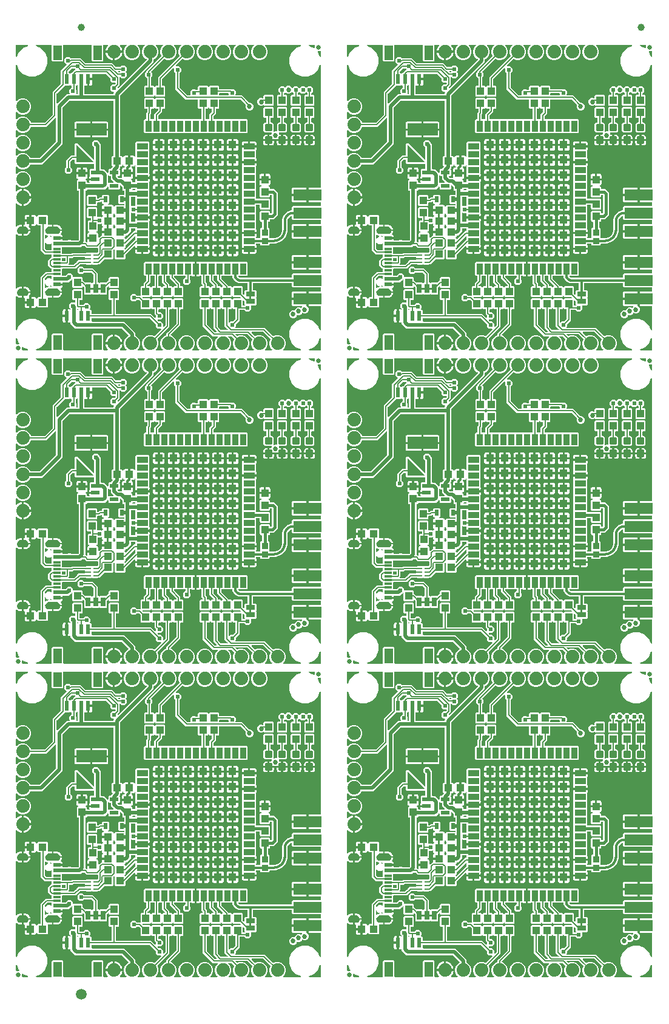
<source format=gtl>
G04 EAGLE Gerber RS-274X export*
G75*
%MOMM*%
%FSLAX34Y34*%
%LPD*%
%INTop Copper*%
%IPPOS*%
%AMOC8*
5,1,8,0,0,1.08239X$1,22.5*%
G01*
%ADD10C,0.635000*%
%ADD11R,1.200000X2.000000*%
%ADD12R,0.600000X1.350000*%
%ADD13C,1.879600*%
%ADD14R,1.000000X1.100000*%
%ADD15R,4.200000X1.700000*%
%ADD16R,1.000000X1.000000*%
%ADD17R,0.660400X1.270000*%
%ADD18C,0.300000*%
%ADD19R,0.630000X0.830000*%
%ADD20R,1.100000X1.000000*%
%ADD21R,1.200000X0.550000*%
%ADD22R,0.900000X0.850000*%
%ADD23R,1.520000X0.850000*%
%ADD24R,0.850000X1.520000*%
%ADD25R,1.100000X1.100000*%
%ADD26R,1.000000X0.300000*%
%ADD27R,1.000000X0.600000*%
%ADD28C,0.704800*%
%ADD29R,0.610000X0.250000*%
%ADD30R,0.560000X0.250000*%
%ADD31R,4.000000X1.500000*%
%ADD32R,1.270000X0.660400*%
%ADD33C,1.000000*%
%ADD34C,1.500000*%
%ADD35C,0.508000*%
%ADD36C,0.609600*%
%ADD37C,0.152400*%
%ADD38C,0.685800*%
%ADD39C,0.304800*%
%ADD40C,0.350000*%
%ADD41C,0.457200*%

G36*
X514406Y876812D02*
X514406Y876812D01*
X514425Y876810D01*
X514527Y876832D01*
X514629Y876848D01*
X514646Y876858D01*
X514666Y876862D01*
X514755Y876915D01*
X514846Y876964D01*
X514860Y876978D01*
X514877Y876988D01*
X514944Y877067D01*
X515016Y877142D01*
X515024Y877160D01*
X515037Y877175D01*
X515076Y877271D01*
X515119Y877365D01*
X515121Y877385D01*
X515129Y877403D01*
X515147Y877570D01*
X515147Y898652D01*
X516338Y899843D01*
X530022Y899843D01*
X531213Y898652D01*
X531213Y877570D01*
X531216Y877550D01*
X531214Y877531D01*
X531236Y877429D01*
X531252Y877327D01*
X531262Y877310D01*
X531266Y877290D01*
X531319Y877201D01*
X531368Y877110D01*
X531382Y877096D01*
X531392Y877079D01*
X531471Y877012D01*
X531546Y876940D01*
X531564Y876932D01*
X531579Y876919D01*
X531675Y876880D01*
X531769Y876837D01*
X531789Y876835D01*
X531807Y876827D01*
X531974Y876809D01*
X570386Y876809D01*
X570406Y876812D01*
X570425Y876810D01*
X570527Y876832D01*
X570629Y876848D01*
X570646Y876858D01*
X570666Y876862D01*
X570755Y876915D01*
X570846Y876964D01*
X570860Y876978D01*
X570877Y876988D01*
X570944Y877067D01*
X571016Y877142D01*
X571024Y877160D01*
X571037Y877175D01*
X571076Y877271D01*
X571119Y877365D01*
X571121Y877385D01*
X571129Y877403D01*
X571147Y877570D01*
X571147Y898652D01*
X572338Y899843D01*
X586022Y899843D01*
X587213Y898652D01*
X587213Y877570D01*
X587216Y877550D01*
X587214Y877531D01*
X587236Y877429D01*
X587252Y877327D01*
X587262Y877310D01*
X587266Y877290D01*
X587319Y877201D01*
X587368Y877110D01*
X587382Y877096D01*
X587392Y877079D01*
X587471Y877012D01*
X587546Y876940D01*
X587564Y876932D01*
X587579Y876919D01*
X587675Y876880D01*
X587769Y876837D01*
X587789Y876835D01*
X587807Y876827D01*
X587974Y876809D01*
X592910Y876809D01*
X592980Y876820D01*
X593052Y876822D01*
X593101Y876840D01*
X593152Y876848D01*
X593216Y876882D01*
X593283Y876907D01*
X593324Y876939D01*
X593370Y876964D01*
X593419Y877015D01*
X593475Y877060D01*
X593503Y877104D01*
X593539Y877142D01*
X593569Y877207D01*
X593608Y877267D01*
X593621Y877318D01*
X593643Y877365D01*
X593651Y877436D01*
X593668Y877506D01*
X593664Y877558D01*
X593670Y877609D01*
X593655Y877680D01*
X593649Y877751D01*
X593629Y877799D01*
X593618Y877850D01*
X593581Y877911D01*
X593553Y877977D01*
X593508Y878033D01*
X593491Y878061D01*
X593474Y878076D01*
X593448Y878108D01*
X592874Y878682D01*
X591769Y880203D01*
X590916Y881877D01*
X590335Y883664D01*
X590134Y884937D01*
X601218Y884937D01*
X601238Y884940D01*
X601257Y884938D01*
X601359Y884960D01*
X601461Y884977D01*
X601478Y884986D01*
X601498Y884990D01*
X601587Y885043D01*
X601678Y885092D01*
X601692Y885106D01*
X601709Y885116D01*
X601776Y885195D01*
X601847Y885270D01*
X601856Y885288D01*
X601869Y885303D01*
X601907Y885399D01*
X601951Y885493D01*
X601953Y885513D01*
X601961Y885531D01*
X601979Y885698D01*
X601979Y886461D01*
X601981Y886461D01*
X601981Y885698D01*
X601984Y885678D01*
X601982Y885659D01*
X602004Y885557D01*
X602021Y885455D01*
X602030Y885438D01*
X602034Y885418D01*
X602087Y885329D01*
X602136Y885238D01*
X602150Y885224D01*
X602160Y885207D01*
X602239Y885140D01*
X602314Y885069D01*
X602332Y885060D01*
X602347Y885047D01*
X602443Y885008D01*
X602537Y884965D01*
X602557Y884963D01*
X602575Y884955D01*
X602742Y884937D01*
X613826Y884937D01*
X613625Y883664D01*
X613044Y881877D01*
X612191Y880203D01*
X611086Y878682D01*
X610512Y878108D01*
X610470Y878050D01*
X610421Y877998D01*
X610399Y877951D01*
X610369Y877909D01*
X610348Y877840D01*
X610317Y877775D01*
X610312Y877723D01*
X610296Y877673D01*
X610298Y877602D01*
X610290Y877531D01*
X610301Y877480D01*
X610303Y877428D01*
X610327Y877360D01*
X610342Y877290D01*
X610369Y877245D01*
X610387Y877197D01*
X610432Y877141D01*
X610469Y877079D01*
X610508Y877045D01*
X610541Y877005D01*
X610601Y876966D01*
X610656Y876919D01*
X610704Y876900D01*
X610748Y876872D01*
X610817Y876854D01*
X610884Y876827D01*
X610955Y876819D01*
X610986Y876811D01*
X611010Y876813D01*
X611050Y876809D01*
X619028Y876809D01*
X619099Y876820D01*
X619170Y876822D01*
X619219Y876840D01*
X619271Y876848D01*
X619334Y876882D01*
X619401Y876907D01*
X619442Y876939D01*
X619488Y876964D01*
X619537Y877016D01*
X619593Y877060D01*
X619622Y877104D01*
X619657Y877142D01*
X619688Y877207D01*
X619726Y877267D01*
X619739Y877318D01*
X619761Y877365D01*
X619769Y877436D01*
X619787Y877506D01*
X619782Y877558D01*
X619788Y877609D01*
X619773Y877680D01*
X619767Y877751D01*
X619747Y877799D01*
X619736Y877850D01*
X619699Y877911D01*
X619671Y877977D01*
X619626Y878033D01*
X619610Y878061D01*
X619592Y878076D01*
X619566Y878108D01*
X617690Y879985D01*
X615949Y884186D01*
X615949Y888734D01*
X617690Y892935D01*
X620905Y896150D01*
X621986Y896598D01*
X622025Y896623D01*
X622068Y896638D01*
X622129Y896687D01*
X622195Y896728D01*
X622225Y896763D01*
X622260Y896792D01*
X622302Y896857D01*
X622352Y896917D01*
X622369Y896960D01*
X622393Y896999D01*
X622412Y897074D01*
X622440Y897147D01*
X622442Y897193D01*
X622453Y897237D01*
X622447Y897315D01*
X622451Y897393D01*
X622438Y897437D01*
X622434Y897483D01*
X622404Y897554D01*
X622382Y897629D01*
X622356Y897667D01*
X622338Y897709D01*
X622253Y897816D01*
X622242Y897831D01*
X622238Y897834D01*
X622233Y897840D01*
X613009Y907064D01*
X612935Y907117D01*
X612865Y907177D01*
X612835Y907189D01*
X612809Y907208D01*
X612722Y907235D01*
X612637Y907269D01*
X612596Y907273D01*
X612574Y907280D01*
X612542Y907279D01*
X612471Y907287D01*
X548016Y907287D01*
X541607Y913696D01*
X541607Y914959D01*
X541592Y915053D01*
X541583Y915148D01*
X541572Y915174D01*
X541568Y915202D01*
X541523Y915286D01*
X541485Y915373D01*
X541466Y915394D01*
X541452Y915419D01*
X541383Y915485D01*
X541319Y915555D01*
X541295Y915569D01*
X541274Y915589D01*
X541188Y915629D01*
X541104Y915675D01*
X541077Y915680D01*
X541051Y915692D01*
X540956Y915703D01*
X540863Y915720D01*
X540835Y915716D01*
X540807Y915719D01*
X540713Y915699D01*
X540619Y915686D01*
X540587Y915672D01*
X540566Y915667D01*
X540538Y915650D01*
X540465Y915618D01*
X540161Y915442D01*
X539514Y915269D01*
X537679Y915269D01*
X537679Y923822D01*
X537676Y923841D01*
X537678Y923861D01*
X537656Y923963D01*
X537640Y924065D01*
X537630Y924082D01*
X537626Y924102D01*
X537573Y924191D01*
X537524Y924282D01*
X537510Y924296D01*
X537500Y924313D01*
X537421Y924380D01*
X537346Y924451D01*
X537328Y924460D01*
X537313Y924473D01*
X537217Y924511D01*
X537123Y924555D01*
X537103Y924557D01*
X537085Y924564D01*
X537161Y924577D01*
X537178Y924586D01*
X537198Y924590D01*
X537287Y924643D01*
X537378Y924692D01*
X537392Y924706D01*
X537409Y924716D01*
X537476Y924795D01*
X537548Y924870D01*
X537556Y924888D01*
X537569Y924903D01*
X537608Y925000D01*
X537651Y925093D01*
X537653Y925113D01*
X537661Y925131D01*
X537679Y925298D01*
X537679Y933851D01*
X539514Y933851D01*
X540161Y933678D01*
X540465Y933502D01*
X540554Y933468D01*
X540641Y933428D01*
X540669Y933425D01*
X540695Y933415D01*
X540791Y933411D01*
X540885Y933401D01*
X540913Y933407D01*
X540941Y933406D01*
X541033Y933433D01*
X541126Y933453D01*
X541150Y933467D01*
X541177Y933475D01*
X541255Y933530D01*
X541337Y933579D01*
X541355Y933601D01*
X541378Y933617D01*
X541435Y933693D01*
X541497Y933766D01*
X541507Y933792D01*
X541524Y933815D01*
X541553Y933906D01*
X541589Y933994D01*
X541593Y934029D01*
X541599Y934049D01*
X541599Y934082D01*
X541607Y934161D01*
X541607Y934252D01*
X541593Y934342D01*
X541585Y934433D01*
X541573Y934463D01*
X541568Y934495D01*
X541525Y934576D01*
X541489Y934660D01*
X541463Y934692D01*
X541452Y934712D01*
X541429Y934734D01*
X541384Y934790D01*
X539749Y936425D01*
X539749Y940635D01*
X542725Y943611D01*
X546934Y943611D01*
X547086Y943460D01*
X547144Y943418D01*
X547196Y943368D01*
X547243Y943346D01*
X547285Y943316D01*
X547354Y943295D01*
X547419Y943265D01*
X547471Y943259D01*
X547521Y943244D01*
X547592Y943245D01*
X547663Y943238D01*
X547714Y943249D01*
X547766Y943250D01*
X547834Y943275D01*
X547904Y943290D01*
X547949Y943317D01*
X547997Y943334D01*
X548053Y943379D01*
X548115Y943416D01*
X548149Y943456D01*
X548189Y943488D01*
X548228Y943548D01*
X548275Y943603D01*
X548294Y943651D01*
X548322Y943695D01*
X548340Y943764D01*
X548367Y943831D01*
X548375Y943902D01*
X548383Y943934D01*
X548381Y943957D01*
X548385Y943998D01*
X548385Y945866D01*
X548382Y945886D01*
X548384Y945905D01*
X548362Y946007D01*
X548346Y946109D01*
X548336Y946126D01*
X548332Y946146D01*
X548279Y946235D01*
X548230Y946326D01*
X548216Y946340D01*
X548206Y946357D01*
X548127Y946424D01*
X548052Y946496D01*
X548034Y946504D01*
X548019Y946517D01*
X547923Y946556D01*
X547829Y946599D01*
X547809Y946601D01*
X547791Y946609D01*
X547624Y946627D01*
X545338Y946627D01*
X544147Y947818D01*
X544147Y960502D01*
X545338Y961693D01*
X557022Y961693D01*
X558213Y960502D01*
X558213Y947818D01*
X557022Y946627D01*
X554736Y946627D01*
X554716Y946624D01*
X554697Y946626D01*
X554595Y946604D01*
X554493Y946588D01*
X554476Y946578D01*
X554456Y946574D01*
X554367Y946521D01*
X554276Y946472D01*
X554262Y946458D01*
X554245Y946448D01*
X554178Y946369D01*
X554106Y946294D01*
X554098Y946276D01*
X554085Y946261D01*
X554046Y946165D01*
X554003Y946071D01*
X554001Y946051D01*
X553993Y946033D01*
X553975Y945866D01*
X553975Y940816D01*
X553978Y940796D01*
X553976Y940777D01*
X553998Y940675D01*
X554014Y940573D01*
X554024Y940556D01*
X554028Y940536D01*
X554081Y940447D01*
X554130Y940356D01*
X554144Y940342D01*
X554154Y940325D01*
X554233Y940258D01*
X554308Y940186D01*
X554326Y940178D01*
X554341Y940165D01*
X554437Y940126D01*
X554531Y940083D01*
X554551Y940081D01*
X554569Y940073D01*
X554736Y940055D01*
X559174Y940055D01*
X559264Y940069D01*
X559355Y940077D01*
X559385Y940089D01*
X559417Y940094D01*
X559498Y940137D01*
X559581Y940173D01*
X559614Y940199D01*
X559634Y940210D01*
X559656Y940233D01*
X559712Y940278D01*
X561775Y942341D01*
X565985Y942341D01*
X568961Y939365D01*
X568961Y935155D01*
X568447Y934642D01*
X568406Y934584D01*
X568356Y934532D01*
X568334Y934485D01*
X568304Y934443D01*
X568283Y934374D01*
X568253Y934309D01*
X568247Y934257D01*
X568232Y934207D01*
X568233Y934136D01*
X568226Y934065D01*
X568237Y934014D01*
X568238Y933962D01*
X568263Y933894D01*
X568278Y933824D01*
X568305Y933779D01*
X568322Y933731D01*
X568367Y933675D01*
X568404Y933613D01*
X568444Y933579D01*
X568476Y933539D01*
X568536Y933500D01*
X568591Y933453D01*
X568639Y933434D01*
X568683Y933406D01*
X568753Y933388D01*
X568819Y933361D01*
X568890Y933353D01*
X568922Y933345D01*
X568945Y933347D01*
X568986Y933343D01*
X570022Y933343D01*
X571213Y932152D01*
X571213Y928116D01*
X571216Y928096D01*
X571214Y928077D01*
X571236Y927975D01*
X571252Y927873D01*
X571262Y927856D01*
X571266Y927836D01*
X571319Y927747D01*
X571368Y927656D01*
X571382Y927642D01*
X571392Y927625D01*
X571471Y927558D01*
X571546Y927486D01*
X571564Y927478D01*
X571579Y927465D01*
X571675Y927426D01*
X571769Y927383D01*
X571789Y927381D01*
X571807Y927373D01*
X571974Y927355D01*
X598424Y927355D01*
X598444Y927358D01*
X598463Y927356D01*
X598565Y927378D01*
X598667Y927394D01*
X598684Y927404D01*
X598704Y927408D01*
X598793Y927461D01*
X598884Y927510D01*
X598898Y927524D01*
X598915Y927534D01*
X598982Y927613D01*
X599054Y927688D01*
X599062Y927706D01*
X599075Y927721D01*
X599114Y927817D01*
X599157Y927911D01*
X599159Y927931D01*
X599167Y927949D01*
X599185Y928116D01*
X599185Y945866D01*
X599182Y945886D01*
X599184Y945905D01*
X599162Y946007D01*
X599146Y946109D01*
X599136Y946126D01*
X599132Y946146D01*
X599079Y946235D01*
X599030Y946326D01*
X599016Y946340D01*
X599006Y946357D01*
X598927Y946424D01*
X598852Y946496D01*
X598834Y946504D01*
X598819Y946517D01*
X598723Y946556D01*
X598629Y946599D01*
X598609Y946601D01*
X598591Y946609D01*
X598424Y946627D01*
X596138Y946627D01*
X594947Y947818D01*
X594947Y960502D01*
X596138Y961693D01*
X607822Y961693D01*
X609013Y960502D01*
X609013Y947818D01*
X607822Y946627D01*
X605536Y946627D01*
X605516Y946624D01*
X605497Y946626D01*
X605395Y946604D01*
X605293Y946588D01*
X605276Y946578D01*
X605256Y946574D01*
X605167Y946521D01*
X605076Y946472D01*
X605062Y946458D01*
X605045Y946448D01*
X604978Y946369D01*
X604906Y946294D01*
X604898Y946276D01*
X604885Y946261D01*
X604846Y946165D01*
X604803Y946071D01*
X604801Y946051D01*
X604793Y946033D01*
X604775Y945866D01*
X604775Y928116D01*
X604778Y928096D01*
X604776Y928077D01*
X604798Y927975D01*
X604814Y927873D01*
X604824Y927856D01*
X604828Y927836D01*
X604881Y927747D01*
X604930Y927656D01*
X604944Y927642D01*
X604954Y927625D01*
X605033Y927558D01*
X605108Y927486D01*
X605126Y927478D01*
X605141Y927465D01*
X605237Y927426D01*
X605331Y927383D01*
X605351Y927381D01*
X605369Y927373D01*
X605536Y927355D01*
X653938Y927355D01*
X655798Y925495D01*
X659100Y922193D01*
X659158Y922151D01*
X659210Y922101D01*
X659257Y922079D01*
X659299Y922049D01*
X659368Y922028D01*
X659433Y921998D01*
X659485Y921992D01*
X659535Y921977D01*
X659606Y921979D01*
X659677Y921971D01*
X659728Y921982D01*
X659780Y921983D01*
X659848Y922008D01*
X659918Y922023D01*
X659963Y922050D01*
X660011Y922068D01*
X660067Y922112D01*
X660129Y922149D01*
X660163Y922189D01*
X660203Y922221D01*
X660242Y922282D01*
X660289Y922336D01*
X660308Y922384D01*
X660336Y922428D01*
X660354Y922498D01*
X660381Y922564D01*
X660389Y922636D01*
X660397Y922667D01*
X660395Y922690D01*
X660399Y922731D01*
X660399Y925373D01*
X660385Y925463D01*
X660377Y925554D01*
X660365Y925584D01*
X660360Y925616D01*
X660317Y925696D01*
X660281Y925780D01*
X660255Y925812D01*
X660244Y925833D01*
X660221Y925855D01*
X660176Y925911D01*
X658875Y927212D01*
X658875Y933166D01*
X658874Y933176D01*
X658874Y933181D01*
X658872Y933189D01*
X658874Y933205D01*
X658852Y933307D01*
X658836Y933409D01*
X658826Y933426D01*
X658822Y933446D01*
X658769Y933535D01*
X658720Y933626D01*
X658706Y933640D01*
X658696Y933657D01*
X658617Y933724D01*
X658542Y933796D01*
X658524Y933804D01*
X658509Y933817D01*
X658413Y933856D01*
X658319Y933899D01*
X658299Y933901D01*
X658281Y933909D01*
X658114Y933927D01*
X655828Y933927D01*
X654588Y935167D01*
X654572Y935179D01*
X654560Y935194D01*
X654472Y935250D01*
X654389Y935311D01*
X654370Y935316D01*
X654353Y935327D01*
X654252Y935352D01*
X654153Y935383D01*
X654134Y935382D01*
X654114Y935387D01*
X654011Y935379D01*
X653908Y935377D01*
X653889Y935370D01*
X653869Y935368D01*
X653774Y935328D01*
X653677Y935292D01*
X653661Y935280D01*
X653643Y935272D01*
X653512Y935167D01*
X652272Y933927D01*
X640588Y933927D01*
X639397Y935118D01*
X639397Y944225D01*
X639383Y944315D01*
X639375Y944406D01*
X639363Y944436D01*
X639358Y944468D01*
X639315Y944548D01*
X639279Y944632D01*
X639253Y944665D01*
X639242Y944685D01*
X639219Y944707D01*
X639174Y944763D01*
X636995Y946942D01*
X636921Y946995D01*
X636852Y947055D01*
X636822Y947067D01*
X636796Y947086D01*
X636708Y947113D01*
X636624Y947147D01*
X636583Y947151D01*
X636561Y947158D01*
X636528Y947157D01*
X636457Y947165D01*
X634626Y947165D01*
X634536Y947151D01*
X634445Y947143D01*
X634415Y947131D01*
X634383Y947126D01*
X634302Y947083D01*
X634219Y947047D01*
X634186Y947021D01*
X634166Y947010D01*
X634144Y946987D01*
X634088Y946942D01*
X632025Y944879D01*
X627815Y944879D01*
X624839Y947855D01*
X624839Y952065D01*
X627815Y955041D01*
X632025Y955041D01*
X634088Y952978D01*
X634161Y952925D01*
X634231Y952865D01*
X634261Y952853D01*
X634287Y952834D01*
X634374Y952807D01*
X634459Y952773D01*
X634500Y952769D01*
X634522Y952762D01*
X634555Y952763D01*
X634626Y952755D01*
X638636Y952755D01*
X638656Y952758D01*
X638675Y952756D01*
X638777Y952778D01*
X638879Y952794D01*
X638896Y952804D01*
X638916Y952808D01*
X639005Y952861D01*
X639096Y952910D01*
X639110Y952924D01*
X639127Y952934D01*
X639194Y953013D01*
X639266Y953088D01*
X639274Y953106D01*
X639287Y953121D01*
X639326Y953217D01*
X639369Y953311D01*
X639371Y953331D01*
X639379Y953349D01*
X639397Y953516D01*
X639397Y964802D01*
X640588Y965993D01*
X642874Y965993D01*
X642894Y965996D01*
X642913Y965994D01*
X643015Y966016D01*
X643117Y966032D01*
X643134Y966042D01*
X643154Y966046D01*
X643243Y966099D01*
X643334Y966148D01*
X643348Y966162D01*
X643365Y966172D01*
X643432Y966251D01*
X643504Y966326D01*
X643512Y966344D01*
X643525Y966359D01*
X643564Y966455D01*
X643607Y966549D01*
X643609Y966569D01*
X643617Y966587D01*
X643635Y966754D01*
X643635Y970168D01*
X647262Y973795D01*
X647315Y973869D01*
X647375Y973938D01*
X647387Y973968D01*
X647406Y973994D01*
X647433Y974081D01*
X647467Y974166D01*
X647471Y974207D01*
X647478Y974229D01*
X647477Y974262D01*
X647485Y974333D01*
X647485Y979766D01*
X647482Y979786D01*
X647484Y979805D01*
X647462Y979907D01*
X647446Y980009D01*
X647436Y980026D01*
X647432Y980046D01*
X647379Y980135D01*
X647330Y980226D01*
X647316Y980240D01*
X647306Y980257D01*
X647227Y980324D01*
X647152Y980396D01*
X647134Y980404D01*
X647119Y980417D01*
X647023Y980456D01*
X646929Y980499D01*
X646909Y980501D01*
X646891Y980509D01*
X646724Y980527D01*
X645188Y980527D01*
X643997Y981718D01*
X643997Y998602D01*
X645188Y999793D01*
X655423Y999793D01*
X655441Y999780D01*
X655460Y999774D01*
X655477Y999763D01*
X655578Y999738D01*
X655676Y999707D01*
X655696Y999708D01*
X655716Y999703D01*
X655819Y999711D01*
X655922Y999713D01*
X655941Y999720D01*
X655961Y999722D01*
X656056Y999762D01*
X656139Y999793D01*
X666423Y999793D01*
X666441Y999780D01*
X666460Y999774D01*
X666477Y999763D01*
X666578Y999738D01*
X666676Y999707D01*
X666696Y999708D01*
X666716Y999703D01*
X666819Y999711D01*
X666922Y999713D01*
X666941Y999720D01*
X666961Y999722D01*
X667056Y999762D01*
X667139Y999793D01*
X677423Y999793D01*
X677441Y999780D01*
X677460Y999774D01*
X677477Y999763D01*
X677578Y999738D01*
X677676Y999707D01*
X677696Y999708D01*
X677716Y999703D01*
X677819Y999711D01*
X677922Y999713D01*
X677941Y999720D01*
X677961Y999722D01*
X678056Y999762D01*
X678139Y999793D01*
X688423Y999793D01*
X688441Y999780D01*
X688460Y999774D01*
X688477Y999763D01*
X688578Y999738D01*
X688676Y999707D01*
X688696Y999708D01*
X688716Y999703D01*
X688819Y999711D01*
X688922Y999713D01*
X688941Y999720D01*
X688961Y999722D01*
X689056Y999762D01*
X689139Y999793D01*
X699423Y999793D01*
X699441Y999780D01*
X699460Y999774D01*
X699477Y999763D01*
X699578Y999738D01*
X699676Y999707D01*
X699696Y999708D01*
X699716Y999703D01*
X699819Y999711D01*
X699922Y999713D01*
X699941Y999720D01*
X699961Y999722D01*
X700056Y999762D01*
X700139Y999793D01*
X710265Y999793D01*
X710378Y999811D01*
X710492Y999827D01*
X710502Y999831D01*
X710508Y999832D01*
X710528Y999843D01*
X710646Y999895D01*
X711049Y1000128D01*
X711696Y1000301D01*
X714757Y1000301D01*
X714757Y990922D01*
X714760Y990902D01*
X714758Y990883D01*
X714780Y990781D01*
X714797Y990679D01*
X714806Y990662D01*
X714810Y990642D01*
X714863Y990553D01*
X714912Y990462D01*
X714926Y990448D01*
X714936Y990431D01*
X715015Y990364D01*
X715090Y990293D01*
X715108Y990284D01*
X715123Y990271D01*
X715219Y990232D01*
X715313Y990189D01*
X715333Y990187D01*
X715351Y990179D01*
X715518Y990161D01*
X717042Y990161D01*
X717062Y990164D01*
X717081Y990162D01*
X717183Y990184D01*
X717285Y990201D01*
X717302Y990210D01*
X717322Y990214D01*
X717411Y990267D01*
X717502Y990316D01*
X717516Y990330D01*
X717533Y990340D01*
X717600Y990419D01*
X717671Y990494D01*
X717680Y990512D01*
X717693Y990527D01*
X717732Y990623D01*
X717775Y990717D01*
X717777Y990737D01*
X717785Y990755D01*
X717803Y990922D01*
X717803Y1000301D01*
X720864Y1000301D01*
X721511Y1000128D01*
X721914Y999895D01*
X722021Y999854D01*
X722128Y999811D01*
X722138Y999810D01*
X722144Y999808D01*
X722166Y999807D01*
X722295Y999793D01*
X732423Y999793D01*
X732441Y999780D01*
X732460Y999774D01*
X732477Y999763D01*
X732578Y999738D01*
X732676Y999707D01*
X732696Y999708D01*
X732716Y999703D01*
X732819Y999711D01*
X732922Y999713D01*
X732941Y999720D01*
X732961Y999722D01*
X733056Y999762D01*
X733139Y999793D01*
X743423Y999793D01*
X743441Y999780D01*
X743460Y999774D01*
X743477Y999763D01*
X743578Y999738D01*
X743676Y999707D01*
X743696Y999708D01*
X743716Y999703D01*
X743819Y999711D01*
X743922Y999713D01*
X743941Y999720D01*
X743961Y999722D01*
X744056Y999762D01*
X744139Y999793D01*
X754423Y999793D01*
X754441Y999780D01*
X754460Y999774D01*
X754477Y999763D01*
X754578Y999738D01*
X754676Y999707D01*
X754696Y999708D01*
X754716Y999703D01*
X754819Y999711D01*
X754922Y999713D01*
X754941Y999720D01*
X754961Y999722D01*
X755056Y999762D01*
X755139Y999793D01*
X765423Y999793D01*
X765441Y999780D01*
X765460Y999774D01*
X765477Y999763D01*
X765578Y999738D01*
X765676Y999707D01*
X765696Y999708D01*
X765716Y999703D01*
X765819Y999711D01*
X765922Y999713D01*
X765941Y999720D01*
X765961Y999722D01*
X766056Y999762D01*
X766139Y999793D01*
X776423Y999793D01*
X776441Y999780D01*
X776460Y999774D01*
X776477Y999763D01*
X776578Y999738D01*
X776676Y999707D01*
X776696Y999708D01*
X776716Y999703D01*
X776819Y999711D01*
X776922Y999713D01*
X776941Y999720D01*
X776961Y999722D01*
X777056Y999762D01*
X777139Y999793D01*
X787372Y999793D01*
X788563Y998602D01*
X788563Y981718D01*
X787372Y980527D01*
X777137Y980527D01*
X777119Y980541D01*
X777099Y980546D01*
X777083Y980557D01*
X776982Y980582D01*
X776883Y980613D01*
X776863Y980612D01*
X776844Y980617D01*
X776741Y980609D01*
X776638Y980607D01*
X776619Y980600D01*
X776599Y980598D01*
X776504Y980558D01*
X776421Y980527D01*
X776411Y980527D01*
X776317Y980512D01*
X776222Y980503D01*
X776196Y980492D01*
X776169Y980488D01*
X776084Y980443D01*
X775997Y980405D01*
X775976Y980386D01*
X775951Y980372D01*
X775886Y980303D01*
X775815Y980239D01*
X775801Y980215D01*
X775782Y980194D01*
X775742Y980108D01*
X775695Y980024D01*
X775690Y979997D01*
X775678Y979971D01*
X775668Y979876D01*
X775650Y979783D01*
X775654Y979755D01*
X775651Y979727D01*
X775671Y979633D01*
X775685Y979539D01*
X775699Y979507D01*
X775703Y979486D01*
X775720Y979458D01*
X775752Y979385D01*
X775951Y979040D01*
X776025Y978951D01*
X776095Y978861D01*
X776103Y978855D01*
X776107Y978850D01*
X776126Y978838D01*
X776230Y978761D01*
X777434Y978066D01*
X777496Y978043D01*
X777553Y978011D01*
X777633Y977991D01*
X777664Y977979D01*
X777684Y977979D01*
X777715Y977971D01*
X778411Y977879D01*
X778442Y977880D01*
X778510Y977873D01*
X849696Y977873D01*
X849716Y977876D01*
X849735Y977874D01*
X849837Y977896D01*
X849939Y977912D01*
X849956Y977922D01*
X849976Y977926D01*
X850065Y977979D01*
X850156Y978028D01*
X850170Y978042D01*
X850187Y978052D01*
X850254Y978131D01*
X850326Y978206D01*
X850334Y978224D01*
X850347Y978239D01*
X850386Y978335D01*
X850429Y978429D01*
X850431Y978449D01*
X850439Y978467D01*
X850457Y978634D01*
X850457Y982432D01*
X851648Y983623D01*
X890270Y983623D01*
X890290Y983626D01*
X890309Y983624D01*
X890411Y983646D01*
X890513Y983662D01*
X890530Y983672D01*
X890550Y983676D01*
X890639Y983729D01*
X890730Y983778D01*
X890744Y983792D01*
X890761Y983802D01*
X890828Y983881D01*
X890900Y983956D01*
X890908Y983974D01*
X890921Y983989D01*
X890960Y984085D01*
X891003Y984179D01*
X891005Y984199D01*
X891013Y984217D01*
X891031Y984384D01*
X891031Y988688D01*
X891028Y988708D01*
X891030Y988727D01*
X891008Y988829D01*
X890992Y988931D01*
X890982Y988948D01*
X890978Y988968D01*
X890925Y989057D01*
X890876Y989148D01*
X890862Y989162D01*
X890852Y989179D01*
X890773Y989246D01*
X890698Y989318D01*
X890680Y989326D01*
X890665Y989339D01*
X890569Y989378D01*
X890475Y989421D01*
X890455Y989423D01*
X890437Y989431D01*
X890270Y989449D01*
X874013Y989449D01*
X874013Y998728D01*
X874010Y998748D01*
X874012Y998767D01*
X873990Y998869D01*
X873973Y998971D01*
X873964Y998988D01*
X873960Y999008D01*
X873907Y999097D01*
X873858Y999188D01*
X873844Y999202D01*
X873834Y999219D01*
X873755Y999286D01*
X873680Y999357D01*
X873662Y999366D01*
X873647Y999379D01*
X873551Y999418D01*
X873457Y999461D01*
X873437Y999463D01*
X873419Y999471D01*
X873252Y999489D01*
X872489Y999489D01*
X872489Y999491D01*
X873252Y999491D01*
X873272Y999494D01*
X873291Y999492D01*
X873393Y999514D01*
X873495Y999531D01*
X873512Y999540D01*
X873532Y999544D01*
X873621Y999597D01*
X873712Y999646D01*
X873726Y999660D01*
X873743Y999670D01*
X873810Y999749D01*
X873881Y999824D01*
X873890Y999842D01*
X873903Y999857D01*
X873942Y999953D01*
X873985Y1000047D01*
X873987Y1000067D01*
X873995Y1000085D01*
X874013Y1000252D01*
X874013Y1009531D01*
X890270Y1009531D01*
X890290Y1009534D01*
X890309Y1009532D01*
X890411Y1009554D01*
X890513Y1009570D01*
X890530Y1009580D01*
X890550Y1009584D01*
X890639Y1009637D01*
X890730Y1009686D01*
X890744Y1009700D01*
X890761Y1009710D01*
X890828Y1009789D01*
X890900Y1009864D01*
X890908Y1009882D01*
X890921Y1009897D01*
X890960Y1009993D01*
X891003Y1010087D01*
X891005Y1010107D01*
X891013Y1010125D01*
X891031Y1010292D01*
X891031Y1031868D01*
X891028Y1031888D01*
X891030Y1031907D01*
X891008Y1032009D01*
X890992Y1032111D01*
X890982Y1032128D01*
X890978Y1032148D01*
X890925Y1032237D01*
X890876Y1032328D01*
X890862Y1032342D01*
X890852Y1032359D01*
X890773Y1032426D01*
X890698Y1032498D01*
X890680Y1032506D01*
X890665Y1032519D01*
X890569Y1032558D01*
X890475Y1032601D01*
X890455Y1032603D01*
X890437Y1032611D01*
X890270Y1032629D01*
X874013Y1032629D01*
X874013Y1041908D01*
X874010Y1041928D01*
X874012Y1041947D01*
X873990Y1042049D01*
X873973Y1042151D01*
X873964Y1042168D01*
X873960Y1042188D01*
X873907Y1042277D01*
X873858Y1042368D01*
X873844Y1042382D01*
X873834Y1042399D01*
X873755Y1042466D01*
X873680Y1042537D01*
X873662Y1042546D01*
X873647Y1042559D01*
X873551Y1042597D01*
X873457Y1042641D01*
X873437Y1042643D01*
X873419Y1042651D01*
X873252Y1042669D01*
X872489Y1042669D01*
X872489Y1042671D01*
X873252Y1042671D01*
X873272Y1042674D01*
X873291Y1042672D01*
X873393Y1042694D01*
X873495Y1042711D01*
X873512Y1042720D01*
X873532Y1042724D01*
X873621Y1042777D01*
X873712Y1042826D01*
X873726Y1042840D01*
X873743Y1042850D01*
X873810Y1042929D01*
X873881Y1043004D01*
X873890Y1043022D01*
X873903Y1043037D01*
X873942Y1043133D01*
X873985Y1043227D01*
X873987Y1043247D01*
X873995Y1043265D01*
X874013Y1043432D01*
X874013Y1052711D01*
X890270Y1052711D01*
X890290Y1052714D01*
X890309Y1052712D01*
X890411Y1052734D01*
X890513Y1052750D01*
X890530Y1052760D01*
X890550Y1052764D01*
X890639Y1052817D01*
X890730Y1052866D01*
X890744Y1052880D01*
X890761Y1052890D01*
X890828Y1052969D01*
X890900Y1053044D01*
X890908Y1053062D01*
X890921Y1053077D01*
X890960Y1053173D01*
X891003Y1053267D01*
X891005Y1053287D01*
X891013Y1053305D01*
X891031Y1053472D01*
X891031Y1057776D01*
X891028Y1057796D01*
X891030Y1057815D01*
X891008Y1057917D01*
X890992Y1058019D01*
X890982Y1058036D01*
X890978Y1058056D01*
X890925Y1058145D01*
X890876Y1058236D01*
X890862Y1058250D01*
X890852Y1058267D01*
X890773Y1058334D01*
X890698Y1058406D01*
X890680Y1058414D01*
X890665Y1058427D01*
X890569Y1058466D01*
X890475Y1058509D01*
X890455Y1058511D01*
X890437Y1058519D01*
X890270Y1058537D01*
X851648Y1058537D01*
X850457Y1059728D01*
X850457Y1062925D01*
X850450Y1062971D01*
X850452Y1063017D01*
X850430Y1063091D01*
X850418Y1063168D01*
X850396Y1063209D01*
X850383Y1063253D01*
X850339Y1063317D01*
X850302Y1063386D01*
X850269Y1063417D01*
X850243Y1063455D01*
X850181Y1063501D01*
X850124Y1063555D01*
X850082Y1063574D01*
X850046Y1063602D01*
X849972Y1063626D01*
X849901Y1063659D01*
X849855Y1063664D01*
X849812Y1063678D01*
X849734Y1063677D01*
X849657Y1063686D01*
X849612Y1063676D01*
X849566Y1063675D01*
X849434Y1063637D01*
X849416Y1063633D01*
X849412Y1063631D01*
X849405Y1063629D01*
X848053Y1063069D01*
X847997Y1063034D01*
X847937Y1063009D01*
X847872Y1062957D01*
X847844Y1062939D01*
X847832Y1062924D01*
X847806Y1062904D01*
X845906Y1061004D01*
X845868Y1060951D01*
X845822Y1060904D01*
X845782Y1060831D01*
X845763Y1060804D01*
X845757Y1060786D01*
X845741Y1060757D01*
X844713Y1058275D01*
X844707Y1058247D01*
X844693Y1058222D01*
X844689Y1058201D01*
X844684Y1058191D01*
X844681Y1058166D01*
X844659Y1058058D01*
X844526Y1056715D01*
X844528Y1056688D01*
X844523Y1056640D01*
X844523Y1041283D01*
X841517Y1034027D01*
X835963Y1028473D01*
X828707Y1025467D01*
X820094Y1025467D01*
X820074Y1025464D01*
X820055Y1025466D01*
X819953Y1025444D01*
X819851Y1025428D01*
X819834Y1025418D01*
X819814Y1025414D01*
X819725Y1025361D01*
X819634Y1025312D01*
X819620Y1025298D01*
X819603Y1025288D01*
X819536Y1025209D01*
X819464Y1025134D01*
X819456Y1025116D01*
X819443Y1025101D01*
X819404Y1025005D01*
X819361Y1024911D01*
X819359Y1024891D01*
X819351Y1024873D01*
X819333Y1024706D01*
X819333Y1024158D01*
X818142Y1022967D01*
X807458Y1022967D01*
X806267Y1024158D01*
X806267Y1024616D01*
X806264Y1024636D01*
X806266Y1024655D01*
X806244Y1024757D01*
X806228Y1024859D01*
X806218Y1024876D01*
X806214Y1024896D01*
X806161Y1024985D01*
X806112Y1025076D01*
X806098Y1025090D01*
X806088Y1025107D01*
X806009Y1025174D01*
X805934Y1025246D01*
X805916Y1025254D01*
X805901Y1025267D01*
X805805Y1025306D01*
X805711Y1025349D01*
X805691Y1025351D01*
X805673Y1025359D01*
X805506Y1025377D01*
X801174Y1025377D01*
X801154Y1025374D01*
X801135Y1025376D01*
X801033Y1025354D01*
X800931Y1025338D01*
X800914Y1025328D01*
X800894Y1025324D01*
X800805Y1025271D01*
X800714Y1025222D01*
X800700Y1025208D01*
X800683Y1025198D01*
X800616Y1025119D01*
X800544Y1025044D01*
X800536Y1025026D01*
X800523Y1025011D01*
X800484Y1024915D01*
X800441Y1024821D01*
X800439Y1024801D01*
X800431Y1024783D01*
X800413Y1024616D01*
X800413Y1024175D01*
X800431Y1024062D01*
X800447Y1023948D01*
X800451Y1023938D01*
X800452Y1023932D01*
X800463Y1023912D01*
X800515Y1023794D01*
X800748Y1023391D01*
X800921Y1022744D01*
X800921Y1019683D01*
X791542Y1019683D01*
X791522Y1019680D01*
X791503Y1019682D01*
X791401Y1019660D01*
X791299Y1019643D01*
X791282Y1019634D01*
X791262Y1019630D01*
X791173Y1019577D01*
X791082Y1019528D01*
X791068Y1019514D01*
X791051Y1019504D01*
X790984Y1019425D01*
X790913Y1019350D01*
X790904Y1019332D01*
X790891Y1019317D01*
X790852Y1019221D01*
X790809Y1019127D01*
X790807Y1019107D01*
X790799Y1019089D01*
X790781Y1018922D01*
X790781Y1018159D01*
X790779Y1018159D01*
X790779Y1018922D01*
X790776Y1018942D01*
X790778Y1018961D01*
X790756Y1019063D01*
X790739Y1019165D01*
X790730Y1019182D01*
X790726Y1019202D01*
X790673Y1019291D01*
X790624Y1019382D01*
X790610Y1019396D01*
X790600Y1019413D01*
X790521Y1019480D01*
X790446Y1019551D01*
X790428Y1019560D01*
X790413Y1019573D01*
X790317Y1019612D01*
X790223Y1019655D01*
X790203Y1019657D01*
X790185Y1019665D01*
X790018Y1019683D01*
X780639Y1019683D01*
X780639Y1022744D01*
X780812Y1023391D01*
X781045Y1023794D01*
X781086Y1023901D01*
X781129Y1024008D01*
X781130Y1024018D01*
X781132Y1024024D01*
X781133Y1024046D01*
X781147Y1024175D01*
X781147Y1034145D01*
X781129Y1034258D01*
X781113Y1034372D01*
X781109Y1034382D01*
X781108Y1034388D01*
X781097Y1034408D01*
X781045Y1034526D01*
X780812Y1034929D01*
X780639Y1035575D01*
X780639Y1038637D01*
X790018Y1038637D01*
X790038Y1038640D01*
X790057Y1038638D01*
X790159Y1038660D01*
X790261Y1038677D01*
X790278Y1038686D01*
X790298Y1038690D01*
X790387Y1038743D01*
X790478Y1038792D01*
X790492Y1038806D01*
X790509Y1038816D01*
X790576Y1038895D01*
X790647Y1038970D01*
X790656Y1038988D01*
X790669Y1039003D01*
X790708Y1039099D01*
X790751Y1039193D01*
X790753Y1039213D01*
X790761Y1039231D01*
X790779Y1039398D01*
X790779Y1040922D01*
X790776Y1040942D01*
X790778Y1040961D01*
X790756Y1041063D01*
X790739Y1041165D01*
X790730Y1041182D01*
X790726Y1041202D01*
X790673Y1041291D01*
X790624Y1041382D01*
X790610Y1041396D01*
X790600Y1041413D01*
X790521Y1041480D01*
X790446Y1041551D01*
X790428Y1041560D01*
X790413Y1041573D01*
X790317Y1041612D01*
X790223Y1041655D01*
X790203Y1041657D01*
X790185Y1041665D01*
X790018Y1041683D01*
X780639Y1041683D01*
X780639Y1044744D01*
X780812Y1045391D01*
X781045Y1045794D01*
X781086Y1045901D01*
X781129Y1046008D01*
X781130Y1046018D01*
X781132Y1046024D01*
X781133Y1046046D01*
X781147Y1046175D01*
X781147Y1056303D01*
X781160Y1056321D01*
X781166Y1056340D01*
X781177Y1056357D01*
X781202Y1056458D01*
X781233Y1056556D01*
X781232Y1056576D01*
X781237Y1056596D01*
X781229Y1056699D01*
X781227Y1056802D01*
X781220Y1056821D01*
X781218Y1056841D01*
X781178Y1056936D01*
X781147Y1057019D01*
X781147Y1067303D01*
X781160Y1067321D01*
X781166Y1067340D01*
X781177Y1067357D01*
X781202Y1067458D01*
X781233Y1067556D01*
X781232Y1067576D01*
X781237Y1067596D01*
X781229Y1067699D01*
X781227Y1067802D01*
X781220Y1067821D01*
X781218Y1067841D01*
X781178Y1067936D01*
X781147Y1068019D01*
X781147Y1078303D01*
X781160Y1078321D01*
X781166Y1078340D01*
X781177Y1078357D01*
X781202Y1078458D01*
X781233Y1078556D01*
X781232Y1078576D01*
X781237Y1078596D01*
X781229Y1078699D01*
X781227Y1078802D01*
X781220Y1078821D01*
X781218Y1078841D01*
X781178Y1078936D01*
X781147Y1079019D01*
X781147Y1089303D01*
X781160Y1089321D01*
X781166Y1089340D01*
X781177Y1089357D01*
X781202Y1089458D01*
X781233Y1089556D01*
X781232Y1089576D01*
X781237Y1089596D01*
X781229Y1089699D01*
X781227Y1089802D01*
X781220Y1089821D01*
X781218Y1089841D01*
X781178Y1089936D01*
X781147Y1090019D01*
X781147Y1100303D01*
X781160Y1100321D01*
X781166Y1100340D01*
X781177Y1100357D01*
X781202Y1100458D01*
X781233Y1100556D01*
X781232Y1100576D01*
X781237Y1100596D01*
X781229Y1100699D01*
X781227Y1100802D01*
X781220Y1100821D01*
X781218Y1100841D01*
X781178Y1100936D01*
X781147Y1101019D01*
X781147Y1111303D01*
X781160Y1111321D01*
X781166Y1111340D01*
X781177Y1111357D01*
X781202Y1111458D01*
X781233Y1111556D01*
X781232Y1111576D01*
X781237Y1111596D01*
X781229Y1111699D01*
X781227Y1111802D01*
X781220Y1111821D01*
X781218Y1111841D01*
X781178Y1111936D01*
X781147Y1112019D01*
X781147Y1122303D01*
X781160Y1122321D01*
X781166Y1122340D01*
X781177Y1122357D01*
X781202Y1122458D01*
X781233Y1122556D01*
X781232Y1122576D01*
X781237Y1122596D01*
X781229Y1122699D01*
X781227Y1122802D01*
X781220Y1122821D01*
X781218Y1122841D01*
X781178Y1122936D01*
X781147Y1123019D01*
X781147Y1133145D01*
X781129Y1133258D01*
X781113Y1133372D01*
X781109Y1133382D01*
X781108Y1133388D01*
X781097Y1133408D01*
X781045Y1133526D01*
X780812Y1133929D01*
X780639Y1134576D01*
X780639Y1137637D01*
X790018Y1137637D01*
X790038Y1137640D01*
X790057Y1137638D01*
X790159Y1137660D01*
X790261Y1137677D01*
X790278Y1137686D01*
X790298Y1137690D01*
X790387Y1137743D01*
X790478Y1137792D01*
X790492Y1137806D01*
X790509Y1137816D01*
X790576Y1137895D01*
X790647Y1137970D01*
X790656Y1137988D01*
X790669Y1138003D01*
X790708Y1138099D01*
X790751Y1138193D01*
X790753Y1138213D01*
X790761Y1138231D01*
X790779Y1138398D01*
X790779Y1139922D01*
X790776Y1139942D01*
X790778Y1139961D01*
X790756Y1140063D01*
X790739Y1140165D01*
X790730Y1140182D01*
X790726Y1140202D01*
X790673Y1140291D01*
X790624Y1140382D01*
X790610Y1140396D01*
X790600Y1140413D01*
X790521Y1140480D01*
X790446Y1140551D01*
X790428Y1140560D01*
X790413Y1140573D01*
X790317Y1140612D01*
X790223Y1140655D01*
X790203Y1140657D01*
X790185Y1140665D01*
X790018Y1140683D01*
X780639Y1140683D01*
X780639Y1143744D01*
X780812Y1144391D01*
X781045Y1144794D01*
X781086Y1144901D01*
X781129Y1145008D01*
X781130Y1145018D01*
X781132Y1145024D01*
X781133Y1145046D01*
X781147Y1145175D01*
X781147Y1155145D01*
X781129Y1155258D01*
X781113Y1155372D01*
X781109Y1155382D01*
X781108Y1155388D01*
X781097Y1155408D01*
X781045Y1155526D01*
X780812Y1155929D01*
X780639Y1156576D01*
X780639Y1159637D01*
X790018Y1159637D01*
X790038Y1159640D01*
X790057Y1159638D01*
X790159Y1159660D01*
X790261Y1159677D01*
X790278Y1159686D01*
X790298Y1159690D01*
X790387Y1159743D01*
X790478Y1159792D01*
X790492Y1159806D01*
X790509Y1159816D01*
X790576Y1159895D01*
X790647Y1159970D01*
X790656Y1159988D01*
X790669Y1160003D01*
X790708Y1160099D01*
X790751Y1160193D01*
X790753Y1160213D01*
X790761Y1160231D01*
X790779Y1160398D01*
X790779Y1161161D01*
X790781Y1161161D01*
X790781Y1160398D01*
X790784Y1160378D01*
X790782Y1160359D01*
X790804Y1160257D01*
X790821Y1160155D01*
X790830Y1160138D01*
X790834Y1160118D01*
X790887Y1160029D01*
X790936Y1159938D01*
X790950Y1159924D01*
X790960Y1159907D01*
X791039Y1159840D01*
X791114Y1159769D01*
X791132Y1159760D01*
X791147Y1159747D01*
X791243Y1159708D01*
X791337Y1159665D01*
X791357Y1159663D01*
X791375Y1159655D01*
X791542Y1159637D01*
X800921Y1159637D01*
X800921Y1156576D01*
X800748Y1155929D01*
X800515Y1155526D01*
X800474Y1155419D01*
X800431Y1155312D01*
X800430Y1155302D01*
X800428Y1155296D01*
X800427Y1155274D01*
X800413Y1155145D01*
X800413Y1145175D01*
X800431Y1145062D01*
X800447Y1144948D01*
X800451Y1144938D01*
X800452Y1144932D01*
X800463Y1144912D01*
X800515Y1144794D01*
X800748Y1144391D01*
X800921Y1143744D01*
X800921Y1140683D01*
X791542Y1140683D01*
X791522Y1140680D01*
X791503Y1140682D01*
X791401Y1140660D01*
X791299Y1140643D01*
X791282Y1140634D01*
X791262Y1140630D01*
X791173Y1140577D01*
X791082Y1140528D01*
X791068Y1140514D01*
X791051Y1140504D01*
X790984Y1140425D01*
X790913Y1140350D01*
X790904Y1140332D01*
X790891Y1140317D01*
X790852Y1140221D01*
X790809Y1140127D01*
X790807Y1140107D01*
X790799Y1140089D01*
X790781Y1139922D01*
X790781Y1138398D01*
X790784Y1138378D01*
X790782Y1138359D01*
X790804Y1138257D01*
X790821Y1138155D01*
X790830Y1138138D01*
X790834Y1138118D01*
X790887Y1138029D01*
X790936Y1137938D01*
X790950Y1137924D01*
X790960Y1137907D01*
X791039Y1137840D01*
X791114Y1137769D01*
X791132Y1137760D01*
X791147Y1137747D01*
X791243Y1137708D01*
X791337Y1137665D01*
X791357Y1137663D01*
X791375Y1137655D01*
X791542Y1137637D01*
X800921Y1137637D01*
X800921Y1134576D01*
X800748Y1133929D01*
X800515Y1133526D01*
X800474Y1133419D01*
X800431Y1133312D01*
X800430Y1133302D01*
X800428Y1133296D01*
X800427Y1133274D01*
X800413Y1133145D01*
X800413Y1123017D01*
X800399Y1122999D01*
X800394Y1122979D01*
X800383Y1122963D01*
X800358Y1122862D01*
X800327Y1122763D01*
X800328Y1122743D01*
X800323Y1122724D01*
X800331Y1122621D01*
X800333Y1122518D01*
X800340Y1122499D01*
X800342Y1122479D01*
X800382Y1122384D01*
X800413Y1122301D01*
X800413Y1112017D01*
X800399Y1111999D01*
X800394Y1111979D01*
X800383Y1111963D01*
X800358Y1111862D01*
X800327Y1111763D01*
X800328Y1111743D01*
X800323Y1111724D01*
X800331Y1111621D01*
X800333Y1111518D01*
X800340Y1111499D01*
X800342Y1111479D01*
X800382Y1111384D01*
X800413Y1111301D01*
X800413Y1101017D01*
X800399Y1100999D01*
X800394Y1100979D01*
X800383Y1100963D01*
X800358Y1100862D01*
X800327Y1100763D01*
X800328Y1100743D01*
X800323Y1100724D01*
X800331Y1100621D01*
X800333Y1100518D01*
X800340Y1100499D01*
X800342Y1100479D01*
X800382Y1100384D01*
X800413Y1100301D01*
X800413Y1090017D01*
X800399Y1089999D01*
X800394Y1089979D01*
X800383Y1089963D01*
X800358Y1089862D01*
X800327Y1089763D01*
X800328Y1089743D01*
X800323Y1089724D01*
X800331Y1089621D01*
X800333Y1089518D01*
X800340Y1089499D01*
X800342Y1089479D01*
X800382Y1089384D01*
X800413Y1089301D01*
X800413Y1089240D01*
X800416Y1089220D01*
X800414Y1089201D01*
X800436Y1089099D01*
X800452Y1088997D01*
X800462Y1088980D01*
X800466Y1088960D01*
X800519Y1088871D01*
X800568Y1088780D01*
X800582Y1088766D01*
X800592Y1088749D01*
X800671Y1088682D01*
X800746Y1088610D01*
X800764Y1088602D01*
X800779Y1088589D01*
X800875Y1088550D01*
X800969Y1088507D01*
X800989Y1088505D01*
X801007Y1088497D01*
X801174Y1088479D01*
X810809Y1088479D01*
X811152Y1088136D01*
X811226Y1088083D01*
X811295Y1088023D01*
X811325Y1088011D01*
X811352Y1087992D01*
X811439Y1087965D01*
X811523Y1087931D01*
X811564Y1087927D01*
X811587Y1087920D01*
X811619Y1087921D01*
X811690Y1087913D01*
X818642Y1087913D01*
X819833Y1086722D01*
X819833Y1074038D01*
X818642Y1072847D01*
X806958Y1072847D01*
X805767Y1074038D01*
X805767Y1079080D01*
X805764Y1079100D01*
X805766Y1079119D01*
X805744Y1079221D01*
X805728Y1079323D01*
X805718Y1079340D01*
X805714Y1079360D01*
X805661Y1079449D01*
X805612Y1079540D01*
X805598Y1079554D01*
X805588Y1079571D01*
X805509Y1079638D01*
X805434Y1079710D01*
X805416Y1079718D01*
X805401Y1079731D01*
X805305Y1079770D01*
X805211Y1079813D01*
X805191Y1079815D01*
X805173Y1079823D01*
X805006Y1079841D01*
X801174Y1079841D01*
X801154Y1079838D01*
X801135Y1079840D01*
X801033Y1079818D01*
X800931Y1079802D01*
X800914Y1079792D01*
X800894Y1079788D01*
X800805Y1079735D01*
X800714Y1079686D01*
X800700Y1079672D01*
X800683Y1079662D01*
X800616Y1079583D01*
X800544Y1079508D01*
X800536Y1079490D01*
X800523Y1079475D01*
X800484Y1079379D01*
X800441Y1079285D01*
X800439Y1079265D01*
X800431Y1079247D01*
X800413Y1079080D01*
X800413Y1079017D01*
X800399Y1078999D01*
X800394Y1078979D01*
X800383Y1078963D01*
X800358Y1078862D01*
X800327Y1078763D01*
X800328Y1078743D01*
X800323Y1078724D01*
X800331Y1078621D01*
X800333Y1078518D01*
X800340Y1078499D01*
X800342Y1078479D01*
X800382Y1078384D01*
X800413Y1078301D01*
X800413Y1068017D01*
X800399Y1067999D01*
X800394Y1067979D01*
X800383Y1067963D01*
X800358Y1067862D01*
X800327Y1067763D01*
X800328Y1067743D01*
X800323Y1067724D01*
X800331Y1067621D01*
X800333Y1067518D01*
X800340Y1067499D01*
X800342Y1067479D01*
X800382Y1067384D01*
X800413Y1067301D01*
X800413Y1057017D01*
X800399Y1056999D01*
X800394Y1056979D01*
X800383Y1056963D01*
X800358Y1056862D01*
X800327Y1056763D01*
X800328Y1056743D01*
X800323Y1056724D01*
X800331Y1056621D01*
X800333Y1056518D01*
X800340Y1056499D01*
X800342Y1056479D01*
X800382Y1056384D01*
X800413Y1056301D01*
X800413Y1046175D01*
X800431Y1046062D01*
X800447Y1045948D01*
X800451Y1045938D01*
X800452Y1045932D01*
X800463Y1045912D01*
X800515Y1045794D01*
X800748Y1045391D01*
X800921Y1044744D01*
X800921Y1041683D01*
X791542Y1041683D01*
X791522Y1041680D01*
X791503Y1041682D01*
X791401Y1041660D01*
X791299Y1041643D01*
X791282Y1041634D01*
X791262Y1041630D01*
X791173Y1041577D01*
X791082Y1041528D01*
X791068Y1041514D01*
X791051Y1041504D01*
X790984Y1041425D01*
X790913Y1041350D01*
X790904Y1041332D01*
X790891Y1041317D01*
X790852Y1041220D01*
X790809Y1041127D01*
X790807Y1041107D01*
X790799Y1041089D01*
X790781Y1040922D01*
X790781Y1039398D01*
X790784Y1039378D01*
X790782Y1039359D01*
X790804Y1039257D01*
X790821Y1039155D01*
X790830Y1039138D01*
X790834Y1039118D01*
X790887Y1039029D01*
X790936Y1038938D01*
X790950Y1038924D01*
X790960Y1038907D01*
X791039Y1038840D01*
X791114Y1038769D01*
X791132Y1038760D01*
X791147Y1038747D01*
X791243Y1038708D01*
X791337Y1038665D01*
X791357Y1038663D01*
X791375Y1038655D01*
X791542Y1038637D01*
X800921Y1038637D01*
X800921Y1035575D01*
X800748Y1034929D01*
X800515Y1034526D01*
X800474Y1034419D01*
X800431Y1034312D01*
X800430Y1034302D01*
X800428Y1034296D01*
X800427Y1034274D01*
X800413Y1034145D01*
X800413Y1033704D01*
X800416Y1033684D01*
X800414Y1033665D01*
X800436Y1033563D01*
X800452Y1033461D01*
X800462Y1033444D01*
X800466Y1033424D01*
X800519Y1033335D01*
X800568Y1033244D01*
X800582Y1033230D01*
X800592Y1033213D01*
X800671Y1033146D01*
X800746Y1033074D01*
X800764Y1033066D01*
X800779Y1033053D01*
X800875Y1033014D01*
X800969Y1032971D01*
X800989Y1032969D01*
X801007Y1032961D01*
X801174Y1032943D01*
X805506Y1032943D01*
X805526Y1032946D01*
X805545Y1032944D01*
X805647Y1032966D01*
X805749Y1032982D01*
X805766Y1032992D01*
X805786Y1032996D01*
X805875Y1033049D01*
X805966Y1033098D01*
X805980Y1033112D01*
X805997Y1033122D01*
X806064Y1033201D01*
X806136Y1033276D01*
X806144Y1033294D01*
X806157Y1033309D01*
X806196Y1033405D01*
X806239Y1033499D01*
X806241Y1033519D01*
X806249Y1033537D01*
X806267Y1033704D01*
X806267Y1034342D01*
X806437Y1034512D01*
X806449Y1034528D01*
X806464Y1034540D01*
X806520Y1034628D01*
X806581Y1034711D01*
X806586Y1034730D01*
X806597Y1034747D01*
X806622Y1034848D01*
X806653Y1034946D01*
X806652Y1034966D01*
X806657Y1034986D01*
X806649Y1035089D01*
X806647Y1035192D01*
X806640Y1035211D01*
X806638Y1035231D01*
X806598Y1035326D01*
X806562Y1035423D01*
X806550Y1035439D01*
X806542Y1035457D01*
X806437Y1035588D01*
X806267Y1035758D01*
X806267Y1045942D01*
X807458Y1047133D01*
X807720Y1047133D01*
X807740Y1047136D01*
X807759Y1047134D01*
X807861Y1047156D01*
X807963Y1047172D01*
X807980Y1047182D01*
X808000Y1047186D01*
X808089Y1047239D01*
X808180Y1047288D01*
X808194Y1047302D01*
X808211Y1047312D01*
X808278Y1047391D01*
X808350Y1047466D01*
X808358Y1047484D01*
X808371Y1047499D01*
X808410Y1047595D01*
X808453Y1047689D01*
X808455Y1047709D01*
X808463Y1047727D01*
X808481Y1047894D01*
X808481Y1055086D01*
X808478Y1055106D01*
X808480Y1055125D01*
X808458Y1055227D01*
X808442Y1055329D01*
X808432Y1055346D01*
X808428Y1055366D01*
X808375Y1055455D01*
X808326Y1055546D01*
X808312Y1055560D01*
X808302Y1055577D01*
X808223Y1055644D01*
X808148Y1055716D01*
X808130Y1055724D01*
X808115Y1055737D01*
X808019Y1055776D01*
X807925Y1055819D01*
X807905Y1055821D01*
X807887Y1055829D01*
X807720Y1055847D01*
X806958Y1055847D01*
X805767Y1057038D01*
X805767Y1069722D01*
X806958Y1070913D01*
X818642Y1070913D01*
X819833Y1069722D01*
X819833Y1068460D01*
X819836Y1068440D01*
X819834Y1068421D01*
X819856Y1068319D01*
X819872Y1068217D01*
X819882Y1068200D01*
X819886Y1068180D01*
X819939Y1068091D01*
X819988Y1068000D01*
X820002Y1067986D01*
X820012Y1067969D01*
X820091Y1067902D01*
X820166Y1067830D01*
X820184Y1067822D01*
X820199Y1067809D01*
X820295Y1067770D01*
X820389Y1067727D01*
X820409Y1067725D01*
X820427Y1067717D01*
X820594Y1067699D01*
X821246Y1067699D01*
X821336Y1067713D01*
X821427Y1067721D01*
X821457Y1067733D01*
X821489Y1067738D01*
X821569Y1067781D01*
X821653Y1067817D01*
X821685Y1067843D01*
X821706Y1067854D01*
X821728Y1067877D01*
X821784Y1067922D01*
X822228Y1068366D01*
X822281Y1068440D01*
X822341Y1068509D01*
X822353Y1068539D01*
X822372Y1068566D01*
X822399Y1068653D01*
X822433Y1068737D01*
X822437Y1068778D01*
X822444Y1068801D01*
X822443Y1068833D01*
X822451Y1068904D01*
X822451Y1092590D01*
X822448Y1092610D01*
X822450Y1092629D01*
X822428Y1092731D01*
X822412Y1092833D01*
X822402Y1092850D01*
X822398Y1092870D01*
X822345Y1092959D01*
X822296Y1093050D01*
X822282Y1093064D01*
X822272Y1093081D01*
X822193Y1093148D01*
X822118Y1093220D01*
X822100Y1093228D01*
X822085Y1093241D01*
X821989Y1093280D01*
X821895Y1093323D01*
X821875Y1093325D01*
X821857Y1093333D01*
X821690Y1093351D01*
X820594Y1093351D01*
X820574Y1093348D01*
X820555Y1093350D01*
X820453Y1093328D01*
X820351Y1093312D01*
X820334Y1093302D01*
X820314Y1093298D01*
X820225Y1093245D01*
X820134Y1093196D01*
X820120Y1093182D01*
X820103Y1093172D01*
X820036Y1093093D01*
X819964Y1093018D01*
X819956Y1093000D01*
X819943Y1092985D01*
X819904Y1092889D01*
X819861Y1092795D01*
X819859Y1092775D01*
X819851Y1092757D01*
X819833Y1092590D01*
X819833Y1091328D01*
X818642Y1090137D01*
X806958Y1090137D01*
X805767Y1091328D01*
X805767Y1104012D01*
X806958Y1105203D01*
X807007Y1105203D01*
X807031Y1105207D01*
X807055Y1105204D01*
X807152Y1105226D01*
X807250Y1105242D01*
X807271Y1105254D01*
X807295Y1105259D01*
X807380Y1105311D01*
X807467Y1105358D01*
X807484Y1105375D01*
X807504Y1105388D01*
X807568Y1105464D01*
X807637Y1105536D01*
X807647Y1105558D01*
X807662Y1105576D01*
X807698Y1105669D01*
X807740Y1105759D01*
X807743Y1105783D01*
X807752Y1105805D01*
X807756Y1105905D01*
X807767Y1106003D01*
X807762Y1106027D01*
X807763Y1106051D01*
X807736Y1106146D01*
X807715Y1106244D01*
X807703Y1106265D01*
X807696Y1106288D01*
X807640Y1106369D01*
X807589Y1106455D01*
X807571Y1106471D01*
X807557Y1106490D01*
X807478Y1106550D01*
X807402Y1106615D01*
X807380Y1106624D01*
X807360Y1106638D01*
X807204Y1106699D01*
X806819Y1106802D01*
X806240Y1107137D01*
X805767Y1107610D01*
X805432Y1108189D01*
X805259Y1108836D01*
X805259Y1113147D01*
X812038Y1113147D01*
X812058Y1113150D01*
X812077Y1113148D01*
X812179Y1113170D01*
X812281Y1113187D01*
X812298Y1113196D01*
X812318Y1113200D01*
X812407Y1113253D01*
X812498Y1113302D01*
X812512Y1113316D01*
X812529Y1113326D01*
X812596Y1113405D01*
X812667Y1113480D01*
X812676Y1113498D01*
X812689Y1113513D01*
X812728Y1113609D01*
X812771Y1113703D01*
X812773Y1113723D01*
X812781Y1113741D01*
X812799Y1113908D01*
X812799Y1114671D01*
X812801Y1114671D01*
X812801Y1113908D01*
X812804Y1113888D01*
X812802Y1113869D01*
X812824Y1113767D01*
X812841Y1113665D01*
X812850Y1113648D01*
X812854Y1113628D01*
X812907Y1113539D01*
X812956Y1113448D01*
X812970Y1113434D01*
X812980Y1113417D01*
X813059Y1113350D01*
X813134Y1113279D01*
X813152Y1113270D01*
X813167Y1113257D01*
X813263Y1113218D01*
X813357Y1113175D01*
X813377Y1113173D01*
X813395Y1113165D01*
X813562Y1113147D01*
X820341Y1113147D01*
X820341Y1108836D01*
X820168Y1108189D01*
X819833Y1107610D01*
X819360Y1107137D01*
X818781Y1106802D01*
X818396Y1106699D01*
X818374Y1106689D01*
X818350Y1106685D01*
X818262Y1106639D01*
X818172Y1106598D01*
X818154Y1106582D01*
X818133Y1106570D01*
X818064Y1106499D01*
X817991Y1106431D01*
X817980Y1106410D01*
X817963Y1106392D01*
X817921Y1106302D01*
X817874Y1106215D01*
X817870Y1106191D01*
X817860Y1106169D01*
X817849Y1106070D01*
X817832Y1105972D01*
X817835Y1105948D01*
X817833Y1105925D01*
X817854Y1105828D01*
X817869Y1105729D01*
X817880Y1105708D01*
X817885Y1105684D01*
X817936Y1105599D01*
X817981Y1105510D01*
X817999Y1105494D01*
X818011Y1105473D01*
X818087Y1105408D01*
X818158Y1105339D01*
X818180Y1105329D01*
X818198Y1105313D01*
X818290Y1105276D01*
X818380Y1105233D01*
X818404Y1105230D01*
X818426Y1105221D01*
X818593Y1105203D01*
X818642Y1105203D01*
X819833Y1104012D01*
X819833Y1102750D01*
X819836Y1102730D01*
X819834Y1102711D01*
X819856Y1102609D01*
X819872Y1102507D01*
X819882Y1102490D01*
X819886Y1102470D01*
X819939Y1102381D01*
X819988Y1102290D01*
X820002Y1102276D01*
X820012Y1102259D01*
X820091Y1102192D01*
X820166Y1102120D01*
X820184Y1102112D01*
X820199Y1102099D01*
X820295Y1102060D01*
X820389Y1102017D01*
X820409Y1102015D01*
X820427Y1102007D01*
X820594Y1101989D01*
X825629Y1101989D01*
X831089Y1096529D01*
X831089Y1065011D01*
X825139Y1059061D01*
X820594Y1059061D01*
X820574Y1059058D01*
X820555Y1059060D01*
X820453Y1059038D01*
X820351Y1059022D01*
X820334Y1059012D01*
X820314Y1059008D01*
X820225Y1058955D01*
X820134Y1058906D01*
X820120Y1058892D01*
X820103Y1058882D01*
X820036Y1058803D01*
X819964Y1058728D01*
X819956Y1058710D01*
X819943Y1058695D01*
X819904Y1058599D01*
X819861Y1058505D01*
X819859Y1058485D01*
X819851Y1058467D01*
X819833Y1058300D01*
X819833Y1057038D01*
X818642Y1055847D01*
X817880Y1055847D01*
X817860Y1055844D01*
X817841Y1055846D01*
X817739Y1055824D01*
X817637Y1055808D01*
X817620Y1055798D01*
X817600Y1055794D01*
X817511Y1055741D01*
X817420Y1055692D01*
X817406Y1055678D01*
X817389Y1055668D01*
X817322Y1055589D01*
X817250Y1055514D01*
X817242Y1055496D01*
X817229Y1055481D01*
X817190Y1055385D01*
X817147Y1055291D01*
X817145Y1055271D01*
X817137Y1055253D01*
X817119Y1055086D01*
X817119Y1047894D01*
X817122Y1047874D01*
X817120Y1047855D01*
X817142Y1047753D01*
X817158Y1047651D01*
X817168Y1047634D01*
X817172Y1047614D01*
X817225Y1047525D01*
X817274Y1047434D01*
X817288Y1047420D01*
X817298Y1047403D01*
X817377Y1047336D01*
X817452Y1047264D01*
X817470Y1047256D01*
X817485Y1047243D01*
X817581Y1047204D01*
X817675Y1047161D01*
X817695Y1047159D01*
X817713Y1047151D01*
X817880Y1047133D01*
X818142Y1047133D01*
X819333Y1045942D01*
X819333Y1035758D01*
X819163Y1035588D01*
X819151Y1035572D01*
X819136Y1035560D01*
X819080Y1035472D01*
X819019Y1035389D01*
X819014Y1035370D01*
X819003Y1035353D01*
X818978Y1035252D01*
X818947Y1035153D01*
X818948Y1035133D01*
X818943Y1035114D01*
X818951Y1035011D01*
X818953Y1034908D01*
X818960Y1034889D01*
X818962Y1034869D01*
X819002Y1034774D01*
X819038Y1034677D01*
X819050Y1034661D01*
X819058Y1034643D01*
X819163Y1034512D01*
X819333Y1034342D01*
X819333Y1033794D01*
X819336Y1033774D01*
X819334Y1033755D01*
X819356Y1033653D01*
X819372Y1033551D01*
X819382Y1033534D01*
X819386Y1033514D01*
X819439Y1033425D01*
X819488Y1033334D01*
X819502Y1033320D01*
X819512Y1033303D01*
X819591Y1033236D01*
X819666Y1033164D01*
X819684Y1033156D01*
X819699Y1033143D01*
X819795Y1033104D01*
X819889Y1033061D01*
X819909Y1033059D01*
X819927Y1033051D01*
X820094Y1033033D01*
X824780Y1033033D01*
X824806Y1033037D01*
X824855Y1033036D01*
X827082Y1033256D01*
X827109Y1033263D01*
X827137Y1033263D01*
X827298Y1033310D01*
X831414Y1035015D01*
X831470Y1035049D01*
X831530Y1035075D01*
X831595Y1035127D01*
X831623Y1035144D01*
X831635Y1035159D01*
X831661Y1035180D01*
X834810Y1038329D01*
X834849Y1038382D01*
X834895Y1038429D01*
X834935Y1038502D01*
X834954Y1038529D01*
X834960Y1038548D01*
X834975Y1038576D01*
X836680Y1042692D01*
X836686Y1042719D01*
X836700Y1042744D01*
X836734Y1042908D01*
X836954Y1045135D01*
X836952Y1045162D01*
X836957Y1045210D01*
X836957Y1059666D01*
X839273Y1065257D01*
X843553Y1069537D01*
X849144Y1071853D01*
X849696Y1071853D01*
X849716Y1071856D01*
X849735Y1071854D01*
X849837Y1071876D01*
X849939Y1071892D01*
X849956Y1071902D01*
X849976Y1071906D01*
X850065Y1071959D01*
X850156Y1072008D01*
X850170Y1072022D01*
X850187Y1072032D01*
X850254Y1072111D01*
X850326Y1072186D01*
X850334Y1072204D01*
X850347Y1072219D01*
X850386Y1072315D01*
X850429Y1072409D01*
X850431Y1072429D01*
X850439Y1072447D01*
X850457Y1072614D01*
X850457Y1076412D01*
X851648Y1077603D01*
X890270Y1077603D01*
X890290Y1077606D01*
X890309Y1077604D01*
X890411Y1077626D01*
X890513Y1077642D01*
X890530Y1077652D01*
X890550Y1077656D01*
X890639Y1077709D01*
X890730Y1077758D01*
X890744Y1077772D01*
X890761Y1077782D01*
X890828Y1077861D01*
X890900Y1077936D01*
X890908Y1077954D01*
X890921Y1077969D01*
X890960Y1078065D01*
X891003Y1078159D01*
X891005Y1078179D01*
X891013Y1078197D01*
X891031Y1078364D01*
X891031Y1082668D01*
X891028Y1082688D01*
X891030Y1082707D01*
X891008Y1082809D01*
X890992Y1082911D01*
X890982Y1082928D01*
X890978Y1082948D01*
X890925Y1083037D01*
X890876Y1083128D01*
X890862Y1083142D01*
X890852Y1083159D01*
X890773Y1083226D01*
X890698Y1083298D01*
X890680Y1083306D01*
X890665Y1083319D01*
X890569Y1083358D01*
X890475Y1083401D01*
X890455Y1083403D01*
X890437Y1083411D01*
X890270Y1083429D01*
X874013Y1083429D01*
X874013Y1092708D01*
X874010Y1092728D01*
X874012Y1092747D01*
X873990Y1092849D01*
X873973Y1092951D01*
X873964Y1092968D01*
X873960Y1092988D01*
X873907Y1093077D01*
X873858Y1093168D01*
X873844Y1093182D01*
X873834Y1093199D01*
X873755Y1093266D01*
X873680Y1093337D01*
X873662Y1093346D01*
X873647Y1093359D01*
X873551Y1093398D01*
X873457Y1093441D01*
X873437Y1093443D01*
X873419Y1093451D01*
X873252Y1093469D01*
X872489Y1093469D01*
X872489Y1093471D01*
X873252Y1093471D01*
X873272Y1093474D01*
X873291Y1093472D01*
X873393Y1093494D01*
X873495Y1093511D01*
X873512Y1093520D01*
X873532Y1093524D01*
X873621Y1093577D01*
X873712Y1093626D01*
X873726Y1093640D01*
X873743Y1093650D01*
X873810Y1093729D01*
X873881Y1093804D01*
X873890Y1093822D01*
X873903Y1093837D01*
X873942Y1093933D01*
X873985Y1094027D01*
X873987Y1094047D01*
X873995Y1094065D01*
X874013Y1094232D01*
X874013Y1103511D01*
X890270Y1103511D01*
X890290Y1103514D01*
X890309Y1103512D01*
X890411Y1103534D01*
X890513Y1103550D01*
X890530Y1103560D01*
X890550Y1103564D01*
X890639Y1103617D01*
X890730Y1103666D01*
X890744Y1103680D01*
X890761Y1103690D01*
X890828Y1103769D01*
X890900Y1103844D01*
X890908Y1103862D01*
X890921Y1103877D01*
X890960Y1103973D01*
X891003Y1104067D01*
X891005Y1104087D01*
X891013Y1104105D01*
X891031Y1104272D01*
X891031Y1273874D01*
X891016Y1273970D01*
X891006Y1274067D01*
X890996Y1274091D01*
X890992Y1274117D01*
X890946Y1274203D01*
X890906Y1274292D01*
X890889Y1274311D01*
X890876Y1274335D01*
X890806Y1274401D01*
X890740Y1274473D01*
X890717Y1274486D01*
X890698Y1274504D01*
X890610Y1274545D01*
X890524Y1274592D01*
X890499Y1274597D01*
X890475Y1274608D01*
X890378Y1274618D01*
X890282Y1274636D01*
X890256Y1274632D01*
X890231Y1274635D01*
X890135Y1274614D01*
X890039Y1274600D01*
X890016Y1274588D01*
X889990Y1274582D01*
X889907Y1274532D01*
X889820Y1274488D01*
X889801Y1274470D01*
X889779Y1274456D01*
X889716Y1274382D01*
X889648Y1274313D01*
X889632Y1274284D01*
X889619Y1274269D01*
X889607Y1274239D01*
X889567Y1274166D01*
X886984Y1267930D01*
X880910Y1261856D01*
X872975Y1258569D01*
X864385Y1258569D01*
X856450Y1261856D01*
X850376Y1267930D01*
X847089Y1275865D01*
X847089Y1284455D01*
X850376Y1292390D01*
X856450Y1298464D01*
X862686Y1301047D01*
X862769Y1301098D01*
X862855Y1301144D01*
X862873Y1301163D01*
X862895Y1301176D01*
X862957Y1301251D01*
X863024Y1301322D01*
X863035Y1301346D01*
X863052Y1301366D01*
X863087Y1301457D01*
X863128Y1301545D01*
X863130Y1301571D01*
X863140Y1301595D01*
X863144Y1301693D01*
X863155Y1301789D01*
X863149Y1301815D01*
X863150Y1301841D01*
X863123Y1301935D01*
X863102Y1302030D01*
X863089Y1302052D01*
X863082Y1302077D01*
X863026Y1302157D01*
X862976Y1302241D01*
X862956Y1302258D01*
X862941Y1302279D01*
X862863Y1302338D01*
X862789Y1302401D01*
X862765Y1302411D01*
X862744Y1302426D01*
X862652Y1302456D01*
X862561Y1302493D01*
X862529Y1302496D01*
X862510Y1302502D01*
X862477Y1302502D01*
X862394Y1302511D01*
X813532Y1302511D01*
X813461Y1302500D01*
X813390Y1302498D01*
X813341Y1302480D01*
X813289Y1302472D01*
X813226Y1302438D01*
X813159Y1302413D01*
X813118Y1302381D01*
X813072Y1302356D01*
X813023Y1302304D01*
X812967Y1302260D01*
X812938Y1302216D01*
X812903Y1302178D01*
X812872Y1302113D01*
X812834Y1302053D01*
X812821Y1302002D01*
X812799Y1301955D01*
X812791Y1301884D01*
X812773Y1301814D01*
X812778Y1301762D01*
X812772Y1301711D01*
X812787Y1301640D01*
X812793Y1301569D01*
X812813Y1301521D01*
X812824Y1301470D01*
X812861Y1301409D01*
X812889Y1301343D01*
X812934Y1301287D01*
X812950Y1301259D01*
X812968Y1301244D01*
X812994Y1301212D01*
X814870Y1299335D01*
X816611Y1295134D01*
X816611Y1290586D01*
X814870Y1286385D01*
X811655Y1283170D01*
X807454Y1281429D01*
X802906Y1281429D01*
X798705Y1283170D01*
X795490Y1286385D01*
X793749Y1290586D01*
X793749Y1295134D01*
X795490Y1299335D01*
X797366Y1301212D01*
X797408Y1301270D01*
X797457Y1301322D01*
X797479Y1301369D01*
X797510Y1301411D01*
X797531Y1301480D01*
X797561Y1301545D01*
X797567Y1301597D01*
X797582Y1301647D01*
X797580Y1301718D01*
X797588Y1301789D01*
X797577Y1301840D01*
X797576Y1301892D01*
X797551Y1301960D01*
X797536Y1302030D01*
X797509Y1302075D01*
X797491Y1302123D01*
X797446Y1302179D01*
X797410Y1302241D01*
X797370Y1302275D01*
X797338Y1302315D01*
X797277Y1302354D01*
X797223Y1302401D01*
X797175Y1302420D01*
X797131Y1302448D01*
X797061Y1302466D01*
X796995Y1302493D01*
X796923Y1302501D01*
X796892Y1302509D01*
X796869Y1302507D01*
X796828Y1302511D01*
X788132Y1302511D01*
X788061Y1302500D01*
X787990Y1302498D01*
X787941Y1302480D01*
X787889Y1302472D01*
X787826Y1302438D01*
X787759Y1302413D01*
X787718Y1302381D01*
X787672Y1302356D01*
X787623Y1302304D01*
X787567Y1302260D01*
X787538Y1302216D01*
X787503Y1302178D01*
X787472Y1302113D01*
X787434Y1302053D01*
X787421Y1302002D01*
X787399Y1301955D01*
X787391Y1301884D01*
X787373Y1301814D01*
X787378Y1301762D01*
X787372Y1301711D01*
X787387Y1301640D01*
X787393Y1301569D01*
X787413Y1301521D01*
X787424Y1301470D01*
X787461Y1301409D01*
X787489Y1301343D01*
X787534Y1301287D01*
X787550Y1301259D01*
X787568Y1301244D01*
X787594Y1301212D01*
X789470Y1299335D01*
X791211Y1295134D01*
X791211Y1290586D01*
X789470Y1286385D01*
X786255Y1283170D01*
X782054Y1281429D01*
X777506Y1281429D01*
X773305Y1283170D01*
X770090Y1286385D01*
X768349Y1290586D01*
X768349Y1295134D01*
X770090Y1299335D01*
X771966Y1301212D01*
X772008Y1301270D01*
X772057Y1301322D01*
X772079Y1301369D01*
X772110Y1301411D01*
X772131Y1301480D01*
X772161Y1301545D01*
X772167Y1301597D01*
X772182Y1301647D01*
X772180Y1301718D01*
X772188Y1301789D01*
X772177Y1301840D01*
X772176Y1301892D01*
X772151Y1301960D01*
X772136Y1302030D01*
X772109Y1302075D01*
X772091Y1302123D01*
X772046Y1302179D01*
X772010Y1302241D01*
X771970Y1302275D01*
X771938Y1302315D01*
X771877Y1302354D01*
X771823Y1302401D01*
X771775Y1302420D01*
X771731Y1302448D01*
X771661Y1302466D01*
X771595Y1302493D01*
X771523Y1302501D01*
X771492Y1302509D01*
X771469Y1302507D01*
X771428Y1302511D01*
X762732Y1302511D01*
X762661Y1302500D01*
X762590Y1302498D01*
X762541Y1302480D01*
X762489Y1302472D01*
X762426Y1302438D01*
X762359Y1302413D01*
X762318Y1302381D01*
X762272Y1302356D01*
X762223Y1302304D01*
X762167Y1302260D01*
X762138Y1302216D01*
X762103Y1302178D01*
X762072Y1302113D01*
X762034Y1302053D01*
X762021Y1302002D01*
X761999Y1301955D01*
X761991Y1301884D01*
X761973Y1301814D01*
X761978Y1301762D01*
X761972Y1301711D01*
X761987Y1301640D01*
X761993Y1301569D01*
X762013Y1301521D01*
X762024Y1301470D01*
X762061Y1301409D01*
X762089Y1301343D01*
X762134Y1301287D01*
X762150Y1301259D01*
X762168Y1301244D01*
X762194Y1301212D01*
X764070Y1299335D01*
X765811Y1295134D01*
X765811Y1290586D01*
X764070Y1286385D01*
X760855Y1283170D01*
X756654Y1281429D01*
X752106Y1281429D01*
X747905Y1283170D01*
X744690Y1286385D01*
X742949Y1290586D01*
X742949Y1295134D01*
X744690Y1299335D01*
X746566Y1301212D01*
X746608Y1301270D01*
X746657Y1301322D01*
X746679Y1301369D01*
X746710Y1301411D01*
X746731Y1301480D01*
X746761Y1301545D01*
X746767Y1301597D01*
X746782Y1301647D01*
X746780Y1301718D01*
X746788Y1301789D01*
X746777Y1301840D01*
X746776Y1301892D01*
X746751Y1301960D01*
X746736Y1302030D01*
X746709Y1302075D01*
X746691Y1302123D01*
X746646Y1302179D01*
X746610Y1302241D01*
X746570Y1302275D01*
X746538Y1302315D01*
X746477Y1302354D01*
X746423Y1302401D01*
X746375Y1302420D01*
X746331Y1302448D01*
X746261Y1302466D01*
X746195Y1302493D01*
X746123Y1302501D01*
X746092Y1302509D01*
X746069Y1302507D01*
X746028Y1302511D01*
X737332Y1302511D01*
X737261Y1302500D01*
X737190Y1302498D01*
X737141Y1302480D01*
X737089Y1302472D01*
X737026Y1302438D01*
X736959Y1302413D01*
X736918Y1302381D01*
X736872Y1302356D01*
X736823Y1302304D01*
X736767Y1302260D01*
X736738Y1302216D01*
X736703Y1302178D01*
X736672Y1302113D01*
X736634Y1302053D01*
X736621Y1302002D01*
X736599Y1301955D01*
X736591Y1301884D01*
X736573Y1301814D01*
X736578Y1301762D01*
X736572Y1301711D01*
X736587Y1301640D01*
X736593Y1301569D01*
X736613Y1301521D01*
X736624Y1301470D01*
X736661Y1301409D01*
X736689Y1301343D01*
X736734Y1301287D01*
X736750Y1301259D01*
X736768Y1301244D01*
X736794Y1301212D01*
X738670Y1299335D01*
X740411Y1295134D01*
X740411Y1290586D01*
X738670Y1286385D01*
X735455Y1283170D01*
X731254Y1281429D01*
X726706Y1281429D01*
X722505Y1283170D01*
X719290Y1286385D01*
X717549Y1290586D01*
X717549Y1295134D01*
X719290Y1299335D01*
X721166Y1301212D01*
X721208Y1301270D01*
X721257Y1301322D01*
X721279Y1301369D01*
X721310Y1301411D01*
X721331Y1301480D01*
X721361Y1301545D01*
X721367Y1301597D01*
X721382Y1301647D01*
X721380Y1301718D01*
X721388Y1301789D01*
X721377Y1301840D01*
X721376Y1301892D01*
X721351Y1301960D01*
X721336Y1302030D01*
X721309Y1302075D01*
X721291Y1302123D01*
X721246Y1302179D01*
X721210Y1302241D01*
X721170Y1302275D01*
X721138Y1302315D01*
X721077Y1302354D01*
X721023Y1302401D01*
X720975Y1302420D01*
X720931Y1302448D01*
X720861Y1302466D01*
X720795Y1302493D01*
X720723Y1302501D01*
X720692Y1302509D01*
X720669Y1302507D01*
X720628Y1302511D01*
X711932Y1302511D01*
X711861Y1302500D01*
X711790Y1302498D01*
X711741Y1302480D01*
X711689Y1302472D01*
X711626Y1302438D01*
X711559Y1302413D01*
X711518Y1302381D01*
X711472Y1302356D01*
X711423Y1302304D01*
X711367Y1302260D01*
X711338Y1302216D01*
X711303Y1302178D01*
X711272Y1302113D01*
X711234Y1302053D01*
X711221Y1302002D01*
X711199Y1301955D01*
X711191Y1301884D01*
X711173Y1301814D01*
X711178Y1301762D01*
X711172Y1301711D01*
X711187Y1301640D01*
X711193Y1301569D01*
X711213Y1301521D01*
X711224Y1301470D01*
X711261Y1301409D01*
X711289Y1301343D01*
X711334Y1301287D01*
X711350Y1301259D01*
X711368Y1301244D01*
X711394Y1301212D01*
X713270Y1299335D01*
X715011Y1295134D01*
X715011Y1290586D01*
X713270Y1286385D01*
X710055Y1283170D01*
X705854Y1281429D01*
X701306Y1281429D01*
X698096Y1282759D01*
X697982Y1282786D01*
X697869Y1282814D01*
X697863Y1282814D01*
X697857Y1282815D01*
X697740Y1282804D01*
X697624Y1282795D01*
X697618Y1282793D01*
X697612Y1282792D01*
X697504Y1282744D01*
X697397Y1282699D01*
X697392Y1282694D01*
X697387Y1282692D01*
X697373Y1282679D01*
X697266Y1282594D01*
X688513Y1273840D01*
X688471Y1273782D01*
X688421Y1273730D01*
X688399Y1273683D01*
X688369Y1273641D01*
X688348Y1273572D01*
X688318Y1273507D01*
X688312Y1273455D01*
X688297Y1273405D01*
X688299Y1273334D01*
X688291Y1273263D01*
X688302Y1273212D01*
X688303Y1273160D01*
X688328Y1273092D01*
X688343Y1273022D01*
X688370Y1272977D01*
X688388Y1272929D01*
X688432Y1272873D01*
X688469Y1272811D01*
X688509Y1272777D01*
X688541Y1272737D01*
X688602Y1272698D01*
X688656Y1272651D01*
X688704Y1272632D01*
X688748Y1272604D01*
X688818Y1272586D01*
X688884Y1272559D01*
X688956Y1272551D01*
X688987Y1272543D01*
X689010Y1272545D01*
X689051Y1272541D01*
X692985Y1272541D01*
X695961Y1269565D01*
X695961Y1265355D01*
X693898Y1263292D01*
X693855Y1263232D01*
X693815Y1263191D01*
X693808Y1263176D01*
X693785Y1263149D01*
X693773Y1263119D01*
X693754Y1263093D01*
X693727Y1263006D01*
X693717Y1262981D01*
X693711Y1262967D01*
X693711Y1262965D01*
X693693Y1262921D01*
X693689Y1262880D01*
X693682Y1262858D01*
X693683Y1262825D01*
X693675Y1262754D01*
X693675Y1243533D01*
X693689Y1243443D01*
X693697Y1243352D01*
X693709Y1243322D01*
X693714Y1243290D01*
X693757Y1243210D01*
X693793Y1243126D01*
X693819Y1243094D01*
X693830Y1243073D01*
X693853Y1243051D01*
X693898Y1242995D01*
X704515Y1232378D01*
X704589Y1232325D01*
X704658Y1232265D01*
X704688Y1232253D01*
X704714Y1232234D01*
X704801Y1232207D01*
X704886Y1232173D01*
X704927Y1232169D01*
X704949Y1232162D01*
X704982Y1232163D01*
X705053Y1232155D01*
X708018Y1232155D01*
X708089Y1232166D01*
X708161Y1232168D01*
X708210Y1232186D01*
X708261Y1232194D01*
X708324Y1232228D01*
X708392Y1232253D01*
X708432Y1232285D01*
X708478Y1232310D01*
X708528Y1232361D01*
X708584Y1232406D01*
X708612Y1232450D01*
X708648Y1232488D01*
X708678Y1232553D01*
X708717Y1232613D01*
X708729Y1232664D01*
X708751Y1232711D01*
X708759Y1232782D01*
X708777Y1232852D01*
X708773Y1232904D01*
X708778Y1232955D01*
X708763Y1233026D01*
X708758Y1233097D01*
X708737Y1233145D01*
X708726Y1233196D01*
X708689Y1233257D01*
X708661Y1233323D01*
X708659Y1233326D01*
X708659Y1237561D01*
X711635Y1240537D01*
X715845Y1240537D01*
X716384Y1239998D01*
X716457Y1239945D01*
X716527Y1239885D01*
X716557Y1239873D01*
X716583Y1239854D01*
X716670Y1239827D01*
X716755Y1239793D01*
X716796Y1239789D01*
X716818Y1239782D01*
X716851Y1239783D01*
X716922Y1239775D01*
X718646Y1239775D01*
X718666Y1239778D01*
X718685Y1239776D01*
X718787Y1239798D01*
X718889Y1239814D01*
X718906Y1239824D01*
X718926Y1239828D01*
X719015Y1239881D01*
X719106Y1239930D01*
X719120Y1239944D01*
X719137Y1239954D01*
X719204Y1240033D01*
X719276Y1240108D01*
X719284Y1240126D01*
X719297Y1240141D01*
X719336Y1240237D01*
X719379Y1240331D01*
X719381Y1240351D01*
X719389Y1240369D01*
X719407Y1240536D01*
X719407Y1244202D01*
X720598Y1245393D01*
X732282Y1245393D01*
X733522Y1244153D01*
X733538Y1244141D01*
X733550Y1244126D01*
X733638Y1244070D01*
X733721Y1244009D01*
X733740Y1244004D01*
X733757Y1243993D01*
X733858Y1243968D01*
X733957Y1243937D01*
X733976Y1243938D01*
X733996Y1243933D01*
X734099Y1243941D01*
X734202Y1243943D01*
X734221Y1243950D01*
X734241Y1243952D01*
X734336Y1243992D01*
X734433Y1244028D01*
X734449Y1244040D01*
X734467Y1244048D01*
X734598Y1244153D01*
X735838Y1245393D01*
X747522Y1245393D01*
X748713Y1244202D01*
X748713Y1241416D01*
X748714Y1241409D01*
X748714Y1241408D01*
X748715Y1241403D01*
X748716Y1241396D01*
X748714Y1241377D01*
X748736Y1241275D01*
X748752Y1241173D01*
X748762Y1241156D01*
X748766Y1241136D01*
X748819Y1241047D01*
X748868Y1240956D01*
X748882Y1240942D01*
X748892Y1240925D01*
X748971Y1240858D01*
X749046Y1240786D01*
X749064Y1240778D01*
X749079Y1240765D01*
X749175Y1240726D01*
X749269Y1240683D01*
X749289Y1240681D01*
X749307Y1240673D01*
X749474Y1240655D01*
X764524Y1240655D01*
X764614Y1240669D01*
X764705Y1240677D01*
X764735Y1240689D01*
X764767Y1240694D01*
X764848Y1240737D01*
X764931Y1240773D01*
X764954Y1240791D01*
X769185Y1240791D01*
X772161Y1237815D01*
X772161Y1233606D01*
X772010Y1233454D01*
X771968Y1233396D01*
X771918Y1233344D01*
X771896Y1233297D01*
X771866Y1233255D01*
X771845Y1233186D01*
X771815Y1233121D01*
X771809Y1233069D01*
X771794Y1233019D01*
X771795Y1232948D01*
X771788Y1232877D01*
X771799Y1232826D01*
X771800Y1232774D01*
X771825Y1232706D01*
X771840Y1232636D01*
X771867Y1232591D01*
X771884Y1232543D01*
X771929Y1232487D01*
X771966Y1232425D01*
X772006Y1232391D01*
X772038Y1232351D01*
X772098Y1232312D01*
X772153Y1232265D01*
X772201Y1232246D01*
X772245Y1232218D01*
X772314Y1232200D01*
X772381Y1232173D01*
X772452Y1232165D01*
X772484Y1232157D01*
X772507Y1232159D01*
X772548Y1232155D01*
X780938Y1232155D01*
X782798Y1230295D01*
X790748Y1222345D01*
X790822Y1222292D01*
X790891Y1222232D01*
X790921Y1222220D01*
X790947Y1222201D01*
X791034Y1222174D01*
X791119Y1222140D01*
X791160Y1222136D01*
X791182Y1222129D01*
X791215Y1222130D01*
X791286Y1222122D01*
X792296Y1222122D01*
X794304Y1221290D01*
X795840Y1219754D01*
X796672Y1217746D01*
X796672Y1215574D01*
X795840Y1213566D01*
X794304Y1212030D01*
X792296Y1211198D01*
X790124Y1211198D01*
X788116Y1212030D01*
X786580Y1213566D01*
X785748Y1215574D01*
X785748Y1217746D01*
X786049Y1218474D01*
X786076Y1218587D01*
X786105Y1218701D01*
X786104Y1218707D01*
X786106Y1218713D01*
X786095Y1218830D01*
X786086Y1218946D01*
X786083Y1218952D01*
X786083Y1218958D01*
X786035Y1219065D01*
X785989Y1219172D01*
X785985Y1219178D01*
X785983Y1219183D01*
X785970Y1219196D01*
X785884Y1219303D01*
X778845Y1226342D01*
X778771Y1226395D01*
X778702Y1226455D01*
X778672Y1226467D01*
X778646Y1226486D01*
X778559Y1226513D01*
X778474Y1226547D01*
X778433Y1226551D01*
X778411Y1226558D01*
X778378Y1226557D01*
X778307Y1226565D01*
X749474Y1226565D01*
X749454Y1226562D01*
X749435Y1226564D01*
X749333Y1226542D01*
X749231Y1226526D01*
X749214Y1226516D01*
X749194Y1226512D01*
X749105Y1226459D01*
X749014Y1226410D01*
X749000Y1226396D01*
X748983Y1226386D01*
X748916Y1226307D01*
X748844Y1226232D01*
X748836Y1226214D01*
X748823Y1226199D01*
X748784Y1226103D01*
X748741Y1226009D01*
X748739Y1225989D01*
X748731Y1225971D01*
X748713Y1225804D01*
X748713Y1214518D01*
X747522Y1213327D01*
X745236Y1213327D01*
X745216Y1213324D01*
X745197Y1213326D01*
X745095Y1213304D01*
X744993Y1213288D01*
X744976Y1213278D01*
X744956Y1213274D01*
X744867Y1213221D01*
X744776Y1213172D01*
X744762Y1213158D01*
X744745Y1213148D01*
X744678Y1213069D01*
X744606Y1212994D01*
X744598Y1212976D01*
X744585Y1212961D01*
X744546Y1212865D01*
X744503Y1212771D01*
X744501Y1212751D01*
X744493Y1212733D01*
X744475Y1212566D01*
X744475Y1206612D01*
X741298Y1203435D01*
X741245Y1203361D01*
X741185Y1203292D01*
X741173Y1203262D01*
X741154Y1203236D01*
X741127Y1203149D01*
X741093Y1203064D01*
X741089Y1203023D01*
X741082Y1203001D01*
X741083Y1202968D01*
X741075Y1202897D01*
X741075Y1199554D01*
X741076Y1199544D01*
X741076Y1199539D01*
X741078Y1199531D01*
X741076Y1199515D01*
X741098Y1199413D01*
X741114Y1199311D01*
X741124Y1199294D01*
X741128Y1199274D01*
X741181Y1199185D01*
X741230Y1199094D01*
X741244Y1199080D01*
X741254Y1199063D01*
X741333Y1198996D01*
X741408Y1198924D01*
X741426Y1198916D01*
X741441Y1198903D01*
X741537Y1198864D01*
X741631Y1198821D01*
X741651Y1198819D01*
X741669Y1198811D01*
X741836Y1198793D01*
X743423Y1198793D01*
X743441Y1198779D01*
X743461Y1198774D01*
X743477Y1198763D01*
X743578Y1198738D01*
X743677Y1198707D01*
X743697Y1198708D01*
X743716Y1198703D01*
X743819Y1198711D01*
X743922Y1198713D01*
X743941Y1198720D01*
X743961Y1198722D01*
X744056Y1198762D01*
X744139Y1198793D01*
X754423Y1198793D01*
X754441Y1198779D01*
X754461Y1198774D01*
X754477Y1198763D01*
X754578Y1198738D01*
X754677Y1198707D01*
X754697Y1198708D01*
X754716Y1198703D01*
X754819Y1198711D01*
X754922Y1198713D01*
X754941Y1198720D01*
X754961Y1198722D01*
X755056Y1198762D01*
X755139Y1198793D01*
X765423Y1198793D01*
X765441Y1198779D01*
X765461Y1198774D01*
X765477Y1198763D01*
X765578Y1198738D01*
X765677Y1198707D01*
X765697Y1198708D01*
X765716Y1198703D01*
X765819Y1198711D01*
X765922Y1198713D01*
X765941Y1198720D01*
X765961Y1198722D01*
X766056Y1198762D01*
X766139Y1198793D01*
X776423Y1198793D01*
X776441Y1198779D01*
X776461Y1198774D01*
X776477Y1198763D01*
X776578Y1198738D01*
X776677Y1198707D01*
X776697Y1198708D01*
X776716Y1198703D01*
X776819Y1198711D01*
X776922Y1198713D01*
X776941Y1198720D01*
X776961Y1198722D01*
X777056Y1198762D01*
X777139Y1198793D01*
X787372Y1198793D01*
X788563Y1197602D01*
X788563Y1180718D01*
X787372Y1179527D01*
X777137Y1179527D01*
X777119Y1179540D01*
X777100Y1179546D01*
X777083Y1179557D01*
X776982Y1179582D01*
X776884Y1179613D01*
X776864Y1179612D01*
X776844Y1179617D01*
X776741Y1179609D01*
X776638Y1179607D01*
X776619Y1179600D01*
X776599Y1179598D01*
X776504Y1179558D01*
X776421Y1179527D01*
X766137Y1179527D01*
X766119Y1179540D01*
X766100Y1179546D01*
X766083Y1179557D01*
X765982Y1179582D01*
X765884Y1179613D01*
X765864Y1179612D01*
X765844Y1179617D01*
X765741Y1179609D01*
X765638Y1179607D01*
X765619Y1179600D01*
X765599Y1179598D01*
X765504Y1179558D01*
X765421Y1179527D01*
X755137Y1179527D01*
X755119Y1179540D01*
X755100Y1179546D01*
X755083Y1179557D01*
X754982Y1179582D01*
X754884Y1179613D01*
X754864Y1179612D01*
X754844Y1179617D01*
X754741Y1179609D01*
X754638Y1179607D01*
X754619Y1179600D01*
X754599Y1179598D01*
X754504Y1179558D01*
X754421Y1179527D01*
X744137Y1179527D01*
X744119Y1179540D01*
X744100Y1179546D01*
X744083Y1179557D01*
X743982Y1179582D01*
X743884Y1179613D01*
X743864Y1179612D01*
X743844Y1179617D01*
X743741Y1179609D01*
X743638Y1179607D01*
X743619Y1179600D01*
X743599Y1179598D01*
X743504Y1179558D01*
X743421Y1179527D01*
X733137Y1179527D01*
X733119Y1179540D01*
X733100Y1179546D01*
X733083Y1179557D01*
X732982Y1179582D01*
X732884Y1179613D01*
X732864Y1179612D01*
X732844Y1179617D01*
X732741Y1179609D01*
X732638Y1179607D01*
X732619Y1179600D01*
X732599Y1179598D01*
X732504Y1179558D01*
X732421Y1179527D01*
X722137Y1179527D01*
X722119Y1179540D01*
X722100Y1179546D01*
X722083Y1179557D01*
X721982Y1179582D01*
X721884Y1179613D01*
X721864Y1179612D01*
X721844Y1179617D01*
X721741Y1179609D01*
X721638Y1179607D01*
X721619Y1179600D01*
X721599Y1179598D01*
X721504Y1179558D01*
X721421Y1179527D01*
X711137Y1179527D01*
X711119Y1179540D01*
X711100Y1179546D01*
X711083Y1179557D01*
X710982Y1179582D01*
X710884Y1179613D01*
X710864Y1179612D01*
X710844Y1179617D01*
X710741Y1179609D01*
X710638Y1179607D01*
X710619Y1179600D01*
X710599Y1179598D01*
X710504Y1179558D01*
X710421Y1179527D01*
X700137Y1179527D01*
X700119Y1179540D01*
X700100Y1179546D01*
X700083Y1179557D01*
X699982Y1179582D01*
X699884Y1179613D01*
X699864Y1179612D01*
X699844Y1179617D01*
X699741Y1179609D01*
X699638Y1179607D01*
X699619Y1179600D01*
X699599Y1179598D01*
X699504Y1179558D01*
X699421Y1179527D01*
X689137Y1179527D01*
X689119Y1179541D01*
X689099Y1179546D01*
X689083Y1179557D01*
X688982Y1179582D01*
X688883Y1179613D01*
X688863Y1179612D01*
X688844Y1179617D01*
X688741Y1179609D01*
X688638Y1179607D01*
X688619Y1179600D01*
X688599Y1179598D01*
X688504Y1179558D01*
X688421Y1179527D01*
X678137Y1179527D01*
X678119Y1179540D01*
X678100Y1179546D01*
X678083Y1179557D01*
X677982Y1179582D01*
X677884Y1179613D01*
X677864Y1179612D01*
X677844Y1179617D01*
X677741Y1179609D01*
X677638Y1179607D01*
X677619Y1179600D01*
X677599Y1179598D01*
X677504Y1179558D01*
X677421Y1179527D01*
X667137Y1179527D01*
X667119Y1179540D01*
X667100Y1179546D01*
X667083Y1179557D01*
X666982Y1179582D01*
X666884Y1179613D01*
X666864Y1179612D01*
X666844Y1179617D01*
X666741Y1179609D01*
X666638Y1179607D01*
X666619Y1179600D01*
X666599Y1179598D01*
X666504Y1179558D01*
X666421Y1179527D01*
X656137Y1179527D01*
X656119Y1179540D01*
X656100Y1179546D01*
X656083Y1179557D01*
X655982Y1179582D01*
X655884Y1179613D01*
X655864Y1179612D01*
X655844Y1179617D01*
X655741Y1179609D01*
X655638Y1179607D01*
X655619Y1179600D01*
X655599Y1179598D01*
X655504Y1179558D01*
X655421Y1179527D01*
X645188Y1179527D01*
X643997Y1180718D01*
X643997Y1197602D01*
X645188Y1198793D01*
X646724Y1198793D01*
X646744Y1198796D01*
X646763Y1198794D01*
X646865Y1198816D01*
X646967Y1198832D01*
X646984Y1198842D01*
X647004Y1198846D01*
X647093Y1198899D01*
X647184Y1198948D01*
X647198Y1198962D01*
X647215Y1198972D01*
X647282Y1199051D01*
X647354Y1199126D01*
X647362Y1199144D01*
X647375Y1199159D01*
X647414Y1199255D01*
X647457Y1199349D01*
X647459Y1199369D01*
X647467Y1199387D01*
X647485Y1199554D01*
X647485Y1207698D01*
X648492Y1208705D01*
X648545Y1208779D01*
X648605Y1208848D01*
X648617Y1208878D01*
X648636Y1208904D01*
X648663Y1208991D01*
X648697Y1209076D01*
X648701Y1209117D01*
X648708Y1209139D01*
X648707Y1209172D01*
X648715Y1209243D01*
X648715Y1212566D01*
X648712Y1212586D01*
X648714Y1212605D01*
X648692Y1212707D01*
X648676Y1212809D01*
X648666Y1212826D01*
X648662Y1212846D01*
X648609Y1212935D01*
X648560Y1213026D01*
X648546Y1213040D01*
X648536Y1213057D01*
X648457Y1213124D01*
X648382Y1213196D01*
X648364Y1213204D01*
X648349Y1213217D01*
X648253Y1213256D01*
X648159Y1213299D01*
X648139Y1213301D01*
X648121Y1213309D01*
X647954Y1213327D01*
X645668Y1213327D01*
X644477Y1214518D01*
X644477Y1227202D01*
X645668Y1228393D01*
X657352Y1228393D01*
X658592Y1227153D01*
X658608Y1227141D01*
X658620Y1227126D01*
X658708Y1227070D01*
X658791Y1227009D01*
X658810Y1227004D01*
X658827Y1226993D01*
X658928Y1226968D01*
X659027Y1226937D01*
X659046Y1226938D01*
X659066Y1226933D01*
X659169Y1226941D01*
X659272Y1226943D01*
X659291Y1226950D01*
X659311Y1226952D01*
X659406Y1226992D01*
X659503Y1227028D01*
X659519Y1227040D01*
X659537Y1227048D01*
X659668Y1227153D01*
X660908Y1228393D01*
X672592Y1228393D01*
X673783Y1227202D01*
X673783Y1214518D01*
X672592Y1213327D01*
X670306Y1213327D01*
X670286Y1213324D01*
X670267Y1213326D01*
X670165Y1213304D01*
X670063Y1213288D01*
X670046Y1213278D01*
X670026Y1213274D01*
X669937Y1213221D01*
X669846Y1213172D01*
X669832Y1213158D01*
X669815Y1213148D01*
X669748Y1213069D01*
X669676Y1212994D01*
X669668Y1212976D01*
X669655Y1212961D01*
X669616Y1212865D01*
X669573Y1212771D01*
X669571Y1212751D01*
X669563Y1212733D01*
X669545Y1212566D01*
X669545Y1209152D01*
X664298Y1203905D01*
X664253Y1203843D01*
X664224Y1203813D01*
X664219Y1203802D01*
X664185Y1203762D01*
X664173Y1203732D01*
X664154Y1203706D01*
X664127Y1203619D01*
X664093Y1203534D01*
X664089Y1203493D01*
X664082Y1203471D01*
X664083Y1203438D01*
X664075Y1203367D01*
X664075Y1199554D01*
X664076Y1199544D01*
X664076Y1199539D01*
X664078Y1199531D01*
X664076Y1199515D01*
X664098Y1199413D01*
X664114Y1199311D01*
X664124Y1199294D01*
X664128Y1199274D01*
X664181Y1199185D01*
X664230Y1199094D01*
X664244Y1199080D01*
X664254Y1199063D01*
X664333Y1198996D01*
X664408Y1198924D01*
X664426Y1198916D01*
X664441Y1198903D01*
X664537Y1198864D01*
X664631Y1198821D01*
X664651Y1198819D01*
X664669Y1198811D01*
X664836Y1198793D01*
X666423Y1198793D01*
X666441Y1198779D01*
X666461Y1198774D01*
X666477Y1198763D01*
X666578Y1198738D01*
X666677Y1198707D01*
X666697Y1198708D01*
X666716Y1198703D01*
X666819Y1198711D01*
X666922Y1198713D01*
X666941Y1198720D01*
X666961Y1198722D01*
X667056Y1198762D01*
X667139Y1198793D01*
X677423Y1198793D01*
X677441Y1198779D01*
X677461Y1198774D01*
X677477Y1198763D01*
X677578Y1198738D01*
X677677Y1198707D01*
X677697Y1198708D01*
X677716Y1198703D01*
X677819Y1198711D01*
X677922Y1198713D01*
X677941Y1198720D01*
X677961Y1198722D01*
X678056Y1198762D01*
X678139Y1198793D01*
X688423Y1198793D01*
X688441Y1198780D01*
X688460Y1198774D01*
X688477Y1198763D01*
X688578Y1198738D01*
X688676Y1198707D01*
X688696Y1198708D01*
X688716Y1198703D01*
X688819Y1198711D01*
X688922Y1198713D01*
X688941Y1198720D01*
X688961Y1198722D01*
X689056Y1198762D01*
X689139Y1198793D01*
X699423Y1198793D01*
X699441Y1198779D01*
X699461Y1198774D01*
X699477Y1198763D01*
X699578Y1198738D01*
X699677Y1198707D01*
X699697Y1198708D01*
X699716Y1198703D01*
X699819Y1198711D01*
X699922Y1198713D01*
X699941Y1198720D01*
X699961Y1198722D01*
X700056Y1198762D01*
X700139Y1198793D01*
X710423Y1198793D01*
X710441Y1198779D01*
X710461Y1198774D01*
X710477Y1198763D01*
X710578Y1198738D01*
X710677Y1198707D01*
X710697Y1198708D01*
X710716Y1198703D01*
X710819Y1198711D01*
X710922Y1198713D01*
X710941Y1198720D01*
X710961Y1198722D01*
X711056Y1198762D01*
X711139Y1198793D01*
X721423Y1198793D01*
X721441Y1198779D01*
X721461Y1198774D01*
X721477Y1198763D01*
X721578Y1198738D01*
X721677Y1198707D01*
X721697Y1198708D01*
X721716Y1198703D01*
X721819Y1198711D01*
X721922Y1198713D01*
X721941Y1198720D01*
X721961Y1198722D01*
X722056Y1198762D01*
X722139Y1198793D01*
X723724Y1198793D01*
X723744Y1198796D01*
X723763Y1198794D01*
X723865Y1198816D01*
X723967Y1198832D01*
X723984Y1198842D01*
X724004Y1198846D01*
X724093Y1198899D01*
X724184Y1198948D01*
X724198Y1198962D01*
X724215Y1198972D01*
X724282Y1199051D01*
X724354Y1199126D01*
X724362Y1199144D01*
X724375Y1199159D01*
X724414Y1199255D01*
X724457Y1199349D01*
X724459Y1199369D01*
X724467Y1199387D01*
X724485Y1199554D01*
X724485Y1212566D01*
X724482Y1212586D01*
X724484Y1212605D01*
X724462Y1212707D01*
X724446Y1212809D01*
X724436Y1212826D01*
X724432Y1212846D01*
X724379Y1212935D01*
X724330Y1213026D01*
X724316Y1213040D01*
X724306Y1213057D01*
X724227Y1213124D01*
X724152Y1213196D01*
X724134Y1213204D01*
X724119Y1213217D01*
X724023Y1213256D01*
X723929Y1213299D01*
X723909Y1213301D01*
X723891Y1213309D01*
X723724Y1213327D01*
X720598Y1213327D01*
X719407Y1214518D01*
X719407Y1225804D01*
X719404Y1225824D01*
X719406Y1225843D01*
X719384Y1225945D01*
X719368Y1226047D01*
X719358Y1226064D01*
X719354Y1226084D01*
X719301Y1226173D01*
X719252Y1226264D01*
X719238Y1226278D01*
X719228Y1226295D01*
X719149Y1226362D01*
X719074Y1226434D01*
X719056Y1226442D01*
X719041Y1226455D01*
X718945Y1226494D01*
X718851Y1226537D01*
X718831Y1226539D01*
X718813Y1226547D01*
X718646Y1226565D01*
X702422Y1226565D01*
X688085Y1240902D01*
X688085Y1262754D01*
X688071Y1262844D01*
X688063Y1262935D01*
X688051Y1262965D01*
X688046Y1262997D01*
X688025Y1263035D01*
X688024Y1263042D01*
X688005Y1263074D01*
X688003Y1263078D01*
X687967Y1263161D01*
X687941Y1263194D01*
X687930Y1263214D01*
X687908Y1263235D01*
X687897Y1263253D01*
X687885Y1263264D01*
X687862Y1263292D01*
X685799Y1265355D01*
X685799Y1269289D01*
X685788Y1269360D01*
X685786Y1269432D01*
X685768Y1269481D01*
X685760Y1269532D01*
X685726Y1269595D01*
X685701Y1269663D01*
X685669Y1269703D01*
X685644Y1269749D01*
X685592Y1269799D01*
X685548Y1269855D01*
X685504Y1269883D01*
X685466Y1269919D01*
X685401Y1269949D01*
X685341Y1269988D01*
X685290Y1270000D01*
X685243Y1270022D01*
X685172Y1270030D01*
X685102Y1270048D01*
X685050Y1270044D01*
X684999Y1270049D01*
X684928Y1270034D01*
X684857Y1270029D01*
X684809Y1270008D01*
X684758Y1269997D01*
X684697Y1269960D01*
X684631Y1269932D01*
X684575Y1269887D01*
X684547Y1269871D01*
X684532Y1269853D01*
X684500Y1269827D01*
X669768Y1255095D01*
X669715Y1255021D01*
X669655Y1254952D01*
X669643Y1254922D01*
X669624Y1254896D01*
X669597Y1254809D01*
X669563Y1254724D01*
X669559Y1254683D01*
X669552Y1254661D01*
X669553Y1254628D01*
X669545Y1254557D01*
X669545Y1246154D01*
X669548Y1246134D01*
X669546Y1246115D01*
X669568Y1246013D01*
X669584Y1245911D01*
X669594Y1245894D01*
X669598Y1245874D01*
X669651Y1245785D01*
X669700Y1245694D01*
X669714Y1245680D01*
X669724Y1245663D01*
X669803Y1245596D01*
X669878Y1245524D01*
X669896Y1245516D01*
X669911Y1245503D01*
X670007Y1245464D01*
X670101Y1245421D01*
X670121Y1245419D01*
X670139Y1245411D01*
X670306Y1245393D01*
X672592Y1245393D01*
X673783Y1244202D01*
X673783Y1231518D01*
X672592Y1230327D01*
X660908Y1230327D01*
X659668Y1231567D01*
X659652Y1231579D01*
X659640Y1231594D01*
X659552Y1231650D01*
X659469Y1231711D01*
X659450Y1231716D01*
X659433Y1231727D01*
X659332Y1231752D01*
X659233Y1231783D01*
X659214Y1231782D01*
X659194Y1231787D01*
X659091Y1231779D01*
X658988Y1231777D01*
X658969Y1231770D01*
X658949Y1231768D01*
X658854Y1231728D01*
X658757Y1231692D01*
X658741Y1231680D01*
X658723Y1231672D01*
X658592Y1231567D01*
X657352Y1230327D01*
X645668Y1230327D01*
X644477Y1231518D01*
X644477Y1244202D01*
X645668Y1245393D01*
X647954Y1245393D01*
X647974Y1245396D01*
X647993Y1245394D01*
X648095Y1245416D01*
X648197Y1245432D01*
X648214Y1245442D01*
X648234Y1245446D01*
X648323Y1245499D01*
X648414Y1245548D01*
X648428Y1245562D01*
X648445Y1245572D01*
X648512Y1245651D01*
X648584Y1245726D01*
X648592Y1245744D01*
X648605Y1245759D01*
X648644Y1245855D01*
X648687Y1245949D01*
X648689Y1245969D01*
X648697Y1245987D01*
X648715Y1246154D01*
X648715Y1255268D01*
X648712Y1255288D01*
X648714Y1255307D01*
X648692Y1255409D01*
X648676Y1255511D01*
X648666Y1255528D01*
X648662Y1255548D01*
X648609Y1255637D01*
X648560Y1255728D01*
X648546Y1255742D01*
X648536Y1255759D01*
X648457Y1255826D01*
X648382Y1255898D01*
X648364Y1255906D01*
X648349Y1255919D01*
X648253Y1255958D01*
X648242Y1255962D01*
X645199Y1259005D01*
X645199Y1263215D01*
X647262Y1265278D01*
X647305Y1265338D01*
X647345Y1265379D01*
X647352Y1265394D01*
X647375Y1265421D01*
X647387Y1265451D01*
X647406Y1265477D01*
X647433Y1265564D01*
X647443Y1265590D01*
X647449Y1265602D01*
X647449Y1265605D01*
X647467Y1265649D01*
X647471Y1265690D01*
X647478Y1265712D01*
X647477Y1265745D01*
X647485Y1265816D01*
X647485Y1266118D01*
X667914Y1286546D01*
X667982Y1286640D01*
X668052Y1286735D01*
X668054Y1286741D01*
X668058Y1286746D01*
X668092Y1286857D01*
X668128Y1286969D01*
X668128Y1286975D01*
X668130Y1286981D01*
X668127Y1287098D01*
X668126Y1287215D01*
X668124Y1287222D01*
X668124Y1287227D01*
X668117Y1287244D01*
X668079Y1287376D01*
X666749Y1290586D01*
X666749Y1295134D01*
X668490Y1299335D01*
X670366Y1301212D01*
X670408Y1301270D01*
X670457Y1301322D01*
X670479Y1301369D01*
X670510Y1301411D01*
X670531Y1301480D01*
X670561Y1301545D01*
X670567Y1301597D01*
X670582Y1301647D01*
X670580Y1301718D01*
X670588Y1301789D01*
X670577Y1301840D01*
X670576Y1301892D01*
X670551Y1301960D01*
X670536Y1302030D01*
X670509Y1302075D01*
X670491Y1302123D01*
X670446Y1302179D01*
X670410Y1302241D01*
X670370Y1302275D01*
X670338Y1302315D01*
X670277Y1302354D01*
X670223Y1302401D01*
X670175Y1302420D01*
X670131Y1302448D01*
X670061Y1302466D01*
X669995Y1302493D01*
X669923Y1302501D01*
X669892Y1302509D01*
X669869Y1302507D01*
X669828Y1302511D01*
X661132Y1302511D01*
X661061Y1302500D01*
X660990Y1302498D01*
X660941Y1302480D01*
X660889Y1302472D01*
X660826Y1302438D01*
X660759Y1302413D01*
X660718Y1302381D01*
X660672Y1302356D01*
X660623Y1302304D01*
X660567Y1302260D01*
X660538Y1302216D01*
X660503Y1302178D01*
X660472Y1302113D01*
X660434Y1302053D01*
X660421Y1302002D01*
X660399Y1301955D01*
X660391Y1301884D01*
X660373Y1301814D01*
X660378Y1301762D01*
X660372Y1301711D01*
X660387Y1301640D01*
X660393Y1301569D01*
X660413Y1301521D01*
X660424Y1301470D01*
X660461Y1301409D01*
X660489Y1301343D01*
X660534Y1301287D01*
X660550Y1301259D01*
X660568Y1301244D01*
X660594Y1301212D01*
X662470Y1299335D01*
X664211Y1295134D01*
X664211Y1290586D01*
X662470Y1286385D01*
X659255Y1283170D01*
X657823Y1282576D01*
X657723Y1282514D01*
X657623Y1282455D01*
X657619Y1282450D01*
X657614Y1282447D01*
X657539Y1282356D01*
X657463Y1282268D01*
X657461Y1282262D01*
X657457Y1282257D01*
X657415Y1282148D01*
X657371Y1282040D01*
X657370Y1282032D01*
X657369Y1282028D01*
X657368Y1282009D01*
X657353Y1281873D01*
X657353Y1278266D01*
X610976Y1231889D01*
X610923Y1231815D01*
X610863Y1231745D01*
X610851Y1231715D01*
X610832Y1231689D01*
X610805Y1231602D01*
X610771Y1231517D01*
X610767Y1231476D01*
X610760Y1231454D01*
X610761Y1231422D01*
X610753Y1231351D01*
X610753Y1148254D01*
X610756Y1148234D01*
X610754Y1148215D01*
X610776Y1148113D01*
X610792Y1148011D01*
X610802Y1147994D01*
X610806Y1147974D01*
X610859Y1147885D01*
X610908Y1147794D01*
X610922Y1147780D01*
X610932Y1147763D01*
X611011Y1147696D01*
X611086Y1147624D01*
X611104Y1147616D01*
X611119Y1147603D01*
X611215Y1147564D01*
X611309Y1147521D01*
X611329Y1147519D01*
X611347Y1147511D01*
X611514Y1147493D01*
X612522Y1147493D01*
X613713Y1146302D01*
X613713Y1146253D01*
X613717Y1146229D01*
X613714Y1146205D01*
X613736Y1146108D01*
X613752Y1146010D01*
X613764Y1145989D01*
X613769Y1145965D01*
X613821Y1145880D01*
X613868Y1145793D01*
X613885Y1145776D01*
X613898Y1145756D01*
X613974Y1145692D01*
X614046Y1145623D01*
X614068Y1145613D01*
X614086Y1145598D01*
X614179Y1145562D01*
X614269Y1145520D01*
X614293Y1145517D01*
X614315Y1145508D01*
X614415Y1145504D01*
X614513Y1145493D01*
X614537Y1145498D01*
X614561Y1145497D01*
X614656Y1145524D01*
X614754Y1145545D01*
X614775Y1145557D01*
X614798Y1145564D01*
X614879Y1145620D01*
X614965Y1145671D01*
X614981Y1145689D01*
X615000Y1145703D01*
X615060Y1145782D01*
X615125Y1145858D01*
X615134Y1145880D01*
X615148Y1145900D01*
X615209Y1146056D01*
X615312Y1146441D01*
X615647Y1147020D01*
X616120Y1147493D01*
X616699Y1147828D01*
X617346Y1148001D01*
X621657Y1148001D01*
X621657Y1141222D01*
X621660Y1141202D01*
X621658Y1141183D01*
X621680Y1141081D01*
X621697Y1140979D01*
X621706Y1140962D01*
X621710Y1140942D01*
X621763Y1140853D01*
X621812Y1140762D01*
X621826Y1140748D01*
X621836Y1140731D01*
X621915Y1140664D01*
X621990Y1140593D01*
X622008Y1140584D01*
X622023Y1140571D01*
X622119Y1140532D01*
X622213Y1140489D01*
X622233Y1140487D01*
X622251Y1140479D01*
X622418Y1140461D01*
X623942Y1140461D01*
X623962Y1140464D01*
X623981Y1140462D01*
X624083Y1140484D01*
X624185Y1140501D01*
X624202Y1140510D01*
X624222Y1140514D01*
X624311Y1140567D01*
X624402Y1140616D01*
X624416Y1140630D01*
X624433Y1140640D01*
X624500Y1140719D01*
X624571Y1140794D01*
X624580Y1140812D01*
X624593Y1140827D01*
X624632Y1140923D01*
X624675Y1141017D01*
X624677Y1141037D01*
X624685Y1141055D01*
X624703Y1141222D01*
X624703Y1148001D01*
X629014Y1148001D01*
X629661Y1147828D01*
X630240Y1147493D01*
X630713Y1147020D01*
X630727Y1146996D01*
X630757Y1146959D01*
X630780Y1146917D01*
X630834Y1146865D01*
X630882Y1146806D01*
X630923Y1146781D01*
X630958Y1146747D01*
X631027Y1146716D01*
X631091Y1146675D01*
X631138Y1146664D01*
X631181Y1146644D01*
X631256Y1146636D01*
X631330Y1146618D01*
X631378Y1146622D01*
X631425Y1146617D01*
X631500Y1146633D01*
X631575Y1146640D01*
X631619Y1146659D01*
X631666Y1146669D01*
X631731Y1146708D01*
X631800Y1146738D01*
X631836Y1146771D01*
X631877Y1146795D01*
X631926Y1146853D01*
X631982Y1146904D01*
X632006Y1146946D01*
X632037Y1146982D01*
X632065Y1147052D01*
X632102Y1147118D01*
X632111Y1147166D01*
X632129Y1147210D01*
X632143Y1147338D01*
X632147Y1147360D01*
X632146Y1147367D01*
X632147Y1147377D01*
X632147Y1155303D01*
X632161Y1155321D01*
X632166Y1155341D01*
X632177Y1155357D01*
X632202Y1155458D01*
X632233Y1155557D01*
X632232Y1155577D01*
X632237Y1155596D01*
X632229Y1155699D01*
X632227Y1155802D01*
X632220Y1155821D01*
X632218Y1155841D01*
X632178Y1155936D01*
X632147Y1156019D01*
X632147Y1166252D01*
X633338Y1167443D01*
X650222Y1167443D01*
X651413Y1166252D01*
X651413Y1156017D01*
X651400Y1155999D01*
X651394Y1155980D01*
X651383Y1155963D01*
X651358Y1155862D01*
X651327Y1155764D01*
X651328Y1155744D01*
X651323Y1155724D01*
X651331Y1155621D01*
X651333Y1155518D01*
X651340Y1155499D01*
X651342Y1155479D01*
X651382Y1155384D01*
X651413Y1155301D01*
X651413Y1145017D01*
X651400Y1144999D01*
X651394Y1144980D01*
X651383Y1144963D01*
X651358Y1144862D01*
X651327Y1144764D01*
X651328Y1144744D01*
X651323Y1144724D01*
X651331Y1144621D01*
X651333Y1144518D01*
X651340Y1144499D01*
X651342Y1144479D01*
X651382Y1144384D01*
X651413Y1144301D01*
X651413Y1134017D01*
X651400Y1133999D01*
X651394Y1133980D01*
X651383Y1133963D01*
X651358Y1133862D01*
X651327Y1133764D01*
X651328Y1133744D01*
X651323Y1133724D01*
X651331Y1133621D01*
X651333Y1133518D01*
X651340Y1133499D01*
X651342Y1133479D01*
X651382Y1133384D01*
X651413Y1133301D01*
X651413Y1123175D01*
X651431Y1123062D01*
X651447Y1122948D01*
X651451Y1122938D01*
X651452Y1122932D01*
X651463Y1122912D01*
X651515Y1122794D01*
X651748Y1122391D01*
X651921Y1121744D01*
X651921Y1118683D01*
X642542Y1118683D01*
X642522Y1118680D01*
X642503Y1118682D01*
X642401Y1118660D01*
X642299Y1118643D01*
X642282Y1118634D01*
X642262Y1118630D01*
X642173Y1118577D01*
X642082Y1118528D01*
X642068Y1118514D01*
X642051Y1118504D01*
X641984Y1118425D01*
X641913Y1118350D01*
X641904Y1118332D01*
X641891Y1118317D01*
X641852Y1118221D01*
X641809Y1118127D01*
X641807Y1118107D01*
X641799Y1118089D01*
X641781Y1117922D01*
X641781Y1116398D01*
X641784Y1116378D01*
X641782Y1116359D01*
X641804Y1116257D01*
X641821Y1116155D01*
X641830Y1116138D01*
X641834Y1116118D01*
X641887Y1116029D01*
X641936Y1115938D01*
X641950Y1115924D01*
X641960Y1115907D01*
X642039Y1115840D01*
X642114Y1115769D01*
X642132Y1115760D01*
X642147Y1115747D01*
X642243Y1115708D01*
X642337Y1115665D01*
X642357Y1115663D01*
X642375Y1115655D01*
X642542Y1115637D01*
X651921Y1115637D01*
X651921Y1112576D01*
X651748Y1111929D01*
X651515Y1111526D01*
X651474Y1111419D01*
X651431Y1111312D01*
X651430Y1111302D01*
X651428Y1111296D01*
X651427Y1111274D01*
X651413Y1111145D01*
X651413Y1101017D01*
X651400Y1100999D01*
X651394Y1100980D01*
X651383Y1100963D01*
X651358Y1100862D01*
X651327Y1100764D01*
X651328Y1100744D01*
X651323Y1100724D01*
X651331Y1100621D01*
X651333Y1100518D01*
X651340Y1100499D01*
X651342Y1100479D01*
X651382Y1100384D01*
X651413Y1100301D01*
X651413Y1090017D01*
X651400Y1089999D01*
X651394Y1089980D01*
X651383Y1089963D01*
X651358Y1089862D01*
X651327Y1089764D01*
X651328Y1089744D01*
X651323Y1089724D01*
X651331Y1089621D01*
X651333Y1089518D01*
X651340Y1089499D01*
X651342Y1089479D01*
X651382Y1089384D01*
X651413Y1089301D01*
X651413Y1079017D01*
X651400Y1078999D01*
X651394Y1078980D01*
X651383Y1078963D01*
X651358Y1078862D01*
X651327Y1078764D01*
X651328Y1078744D01*
X651323Y1078724D01*
X651331Y1078621D01*
X651333Y1078518D01*
X651340Y1078499D01*
X651342Y1078479D01*
X651382Y1078384D01*
X651413Y1078301D01*
X651413Y1068175D01*
X651431Y1068062D01*
X651447Y1067948D01*
X651451Y1067938D01*
X651452Y1067932D01*
X651463Y1067912D01*
X651515Y1067794D01*
X651748Y1067391D01*
X651921Y1066744D01*
X651921Y1063683D01*
X642542Y1063683D01*
X642522Y1063680D01*
X642503Y1063682D01*
X642401Y1063660D01*
X642299Y1063643D01*
X642282Y1063634D01*
X642262Y1063630D01*
X642173Y1063577D01*
X642082Y1063528D01*
X642068Y1063514D01*
X642051Y1063504D01*
X641984Y1063425D01*
X641913Y1063350D01*
X641904Y1063332D01*
X641891Y1063317D01*
X641852Y1063221D01*
X641809Y1063127D01*
X641807Y1063107D01*
X641799Y1063089D01*
X641781Y1062922D01*
X641781Y1061398D01*
X641784Y1061378D01*
X641782Y1061359D01*
X641804Y1061257D01*
X641821Y1061155D01*
X641830Y1061138D01*
X641834Y1061118D01*
X641887Y1061029D01*
X641936Y1060938D01*
X641950Y1060924D01*
X641960Y1060907D01*
X642039Y1060840D01*
X642114Y1060769D01*
X642132Y1060760D01*
X642147Y1060747D01*
X642243Y1060708D01*
X642337Y1060665D01*
X642357Y1060663D01*
X642375Y1060655D01*
X642542Y1060637D01*
X651921Y1060637D01*
X651921Y1057576D01*
X651748Y1056929D01*
X651515Y1056526D01*
X651474Y1056419D01*
X651431Y1056312D01*
X651430Y1056302D01*
X651428Y1056296D01*
X651427Y1056274D01*
X651413Y1056145D01*
X651413Y1046017D01*
X651400Y1045999D01*
X651394Y1045980D01*
X651383Y1045963D01*
X651357Y1045862D01*
X651327Y1045764D01*
X651328Y1045744D01*
X651323Y1045724D01*
X651331Y1045621D01*
X651333Y1045518D01*
X651340Y1045499D01*
X651342Y1045479D01*
X651382Y1045384D01*
X651413Y1045301D01*
X651413Y1035017D01*
X651400Y1034999D01*
X651394Y1034980D01*
X651383Y1034963D01*
X651358Y1034862D01*
X651327Y1034764D01*
X651328Y1034744D01*
X651323Y1034724D01*
X651331Y1034621D01*
X651333Y1034518D01*
X651340Y1034499D01*
X651342Y1034479D01*
X651382Y1034384D01*
X651413Y1034301D01*
X651413Y1024175D01*
X651431Y1024062D01*
X651447Y1023948D01*
X651451Y1023938D01*
X651452Y1023932D01*
X651463Y1023912D01*
X651515Y1023794D01*
X651748Y1023391D01*
X651921Y1022744D01*
X651921Y1019683D01*
X642542Y1019683D01*
X642522Y1019680D01*
X642503Y1019682D01*
X642401Y1019660D01*
X642299Y1019643D01*
X642282Y1019634D01*
X642262Y1019630D01*
X642173Y1019577D01*
X642082Y1019528D01*
X642068Y1019514D01*
X642051Y1019504D01*
X641984Y1019425D01*
X641913Y1019350D01*
X641904Y1019332D01*
X641891Y1019317D01*
X641852Y1019221D01*
X641809Y1019127D01*
X641807Y1019107D01*
X641799Y1019089D01*
X641781Y1018922D01*
X641781Y1018159D01*
X641779Y1018159D01*
X641779Y1018922D01*
X641776Y1018942D01*
X641778Y1018961D01*
X641756Y1019063D01*
X641739Y1019165D01*
X641730Y1019182D01*
X641726Y1019202D01*
X641673Y1019291D01*
X641624Y1019382D01*
X641610Y1019396D01*
X641600Y1019413D01*
X641521Y1019480D01*
X641446Y1019551D01*
X641428Y1019560D01*
X641413Y1019573D01*
X641317Y1019612D01*
X641223Y1019655D01*
X641203Y1019657D01*
X641185Y1019665D01*
X641018Y1019683D01*
X631639Y1019683D01*
X631639Y1021209D01*
X631628Y1021280D01*
X631626Y1021352D01*
X631608Y1021401D01*
X631600Y1021452D01*
X631566Y1021515D01*
X631541Y1021583D01*
X631509Y1021623D01*
X631484Y1021669D01*
X631432Y1021719D01*
X631388Y1021775D01*
X631344Y1021803D01*
X631306Y1021839D01*
X631241Y1021869D01*
X631181Y1021908D01*
X631130Y1021920D01*
X631083Y1021942D01*
X631012Y1021950D01*
X630942Y1021968D01*
X630890Y1021964D01*
X630839Y1021969D01*
X630768Y1021954D01*
X630697Y1021949D01*
X630649Y1021928D01*
X630598Y1021917D01*
X630537Y1021880D01*
X630471Y1021852D01*
X630415Y1021807D01*
X630387Y1021791D01*
X630372Y1021773D01*
X630340Y1021747D01*
X618578Y1009985D01*
X618236Y1009643D01*
X618183Y1009569D01*
X618123Y1009500D01*
X618111Y1009470D01*
X618092Y1009444D01*
X618065Y1009357D01*
X618031Y1009272D01*
X618027Y1009231D01*
X618020Y1009209D01*
X618021Y1009176D01*
X618013Y1009105D01*
X618013Y1005078D01*
X616822Y1003887D01*
X604138Y1003887D01*
X602947Y1005078D01*
X602947Y1016104D01*
X602936Y1016175D01*
X602934Y1016247D01*
X602916Y1016296D01*
X602908Y1016347D01*
X602874Y1016410D01*
X602849Y1016478D01*
X602817Y1016518D01*
X602792Y1016564D01*
X602741Y1016614D01*
X602696Y1016670D01*
X602652Y1016698D01*
X602614Y1016734D01*
X602549Y1016764D01*
X602489Y1016803D01*
X602438Y1016815D01*
X602391Y1016837D01*
X602320Y1016845D01*
X602250Y1016863D01*
X602198Y1016859D01*
X602147Y1016864D01*
X602076Y1016849D01*
X602005Y1016844D01*
X601957Y1016823D01*
X601906Y1016812D01*
X601845Y1016775D01*
X601779Y1016747D01*
X601723Y1016703D01*
X601695Y1016686D01*
X601680Y1016668D01*
X601648Y1016643D01*
X601236Y1016230D01*
X601183Y1016157D01*
X601123Y1016087D01*
X601111Y1016057D01*
X601092Y1016031D01*
X601065Y1015944D01*
X601031Y1015859D01*
X601027Y1015818D01*
X601020Y1015796D01*
X601021Y1015763D01*
X601013Y1015692D01*
X601013Y1005078D01*
X599822Y1003887D01*
X589055Y1003887D01*
X588965Y1003873D01*
X588874Y1003865D01*
X588844Y1003853D01*
X588812Y1003848D01*
X588732Y1003805D01*
X588648Y1003769D01*
X588616Y1003743D01*
X588595Y1003732D01*
X588573Y1003709D01*
X588517Y1003664D01*
X581628Y996775D01*
X580245Y996775D01*
X580155Y996761D01*
X580064Y996753D01*
X580035Y996741D01*
X580003Y996736D01*
X579922Y996693D01*
X579838Y996657D01*
X579806Y996631D01*
X579785Y996620D01*
X579763Y996597D01*
X579707Y996552D01*
X579442Y996287D01*
X572158Y996287D01*
X572038Y996407D01*
X572022Y996419D01*
X572010Y996434D01*
X571922Y996490D01*
X571839Y996551D01*
X571820Y996556D01*
X571803Y996567D01*
X571702Y996592D01*
X571603Y996623D01*
X571583Y996622D01*
X571564Y996627D01*
X571461Y996619D01*
X571358Y996617D01*
X571339Y996610D01*
X571319Y996608D01*
X571224Y996568D01*
X571127Y996532D01*
X571111Y996520D01*
X571093Y996512D01*
X570962Y996407D01*
X570842Y996287D01*
X563558Y996287D01*
X563293Y996552D01*
X563219Y996605D01*
X563150Y996665D01*
X563119Y996677D01*
X563093Y996696D01*
X563006Y996723D01*
X562921Y996757D01*
X562880Y996761D01*
X562858Y996768D01*
X562826Y996767D01*
X562755Y996775D01*
X555273Y996775D01*
X555183Y996761D01*
X555092Y996753D01*
X555062Y996741D01*
X555030Y996736D01*
X554949Y996693D01*
X554866Y996657D01*
X554833Y996631D01*
X554813Y996620D01*
X554791Y996597D01*
X554735Y996552D01*
X548648Y990465D01*
X530174Y990465D01*
X530154Y990462D01*
X530135Y990464D01*
X530033Y990442D01*
X529931Y990426D01*
X529914Y990416D01*
X529894Y990412D01*
X529805Y990359D01*
X529714Y990310D01*
X529700Y990296D01*
X529683Y990286D01*
X529616Y990207D01*
X529544Y990132D01*
X529536Y990114D01*
X529523Y990099D01*
X529484Y990003D01*
X529441Y989909D01*
X529439Y989889D01*
X529431Y989871D01*
X529413Y989704D01*
X529413Y981594D01*
X529416Y981574D01*
X529414Y981555D01*
X529436Y981453D01*
X529452Y981351D01*
X529462Y981334D01*
X529466Y981314D01*
X529519Y981225D01*
X529568Y981134D01*
X529582Y981120D01*
X529592Y981103D01*
X529671Y981036D01*
X529746Y980964D01*
X529764Y980956D01*
X529779Y980943D01*
X529875Y980904D01*
X529969Y980861D01*
X529989Y980859D01*
X530007Y980851D01*
X530174Y980833D01*
X533912Y980833D01*
X534002Y980847D01*
X534093Y980855D01*
X534123Y980867D01*
X534155Y980872D01*
X534236Y980915D01*
X534319Y980951D01*
X534352Y980977D01*
X534372Y980988D01*
X534394Y981011D01*
X534450Y981056D01*
X537645Y984251D01*
X541855Y984251D01*
X544831Y981275D01*
X544831Y979454D01*
X544834Y979434D01*
X544832Y979415D01*
X544854Y979313D01*
X544870Y979211D01*
X544880Y979194D01*
X544884Y979174D01*
X544937Y979085D01*
X544986Y978994D01*
X545000Y978980D01*
X545010Y978963D01*
X545089Y978896D01*
X545164Y978824D01*
X545182Y978816D01*
X545197Y978803D01*
X545293Y978764D01*
X545387Y978721D01*
X545407Y978719D01*
X545425Y978711D01*
X545592Y978693D01*
X557022Y978693D01*
X558213Y977502D01*
X558213Y974716D01*
X558216Y974696D01*
X558214Y974677D01*
X558236Y974575D01*
X558252Y974473D01*
X558262Y974456D01*
X558266Y974436D01*
X558319Y974347D01*
X558368Y974256D01*
X558382Y974242D01*
X558392Y974225D01*
X558471Y974158D01*
X558546Y974086D01*
X558564Y974078D01*
X558579Y974065D01*
X558675Y974026D01*
X558769Y973983D01*
X558789Y973981D01*
X558807Y973973D01*
X558974Y973955D01*
X559078Y973955D01*
X560727Y972306D01*
X560729Y972289D01*
X560737Y972198D01*
X560749Y972168D01*
X560754Y972136D01*
X560797Y972056D01*
X560833Y971972D01*
X560859Y971940D01*
X560870Y971919D01*
X560893Y971897D01*
X560938Y971841D01*
X561513Y971266D01*
X561587Y971213D01*
X561656Y971153D01*
X561686Y971141D01*
X561712Y971122D01*
X561799Y971095D01*
X561884Y971061D01*
X561925Y971057D01*
X561947Y971050D01*
X561980Y971051D01*
X562051Y971043D01*
X570310Y971043D01*
X570835Y970518D01*
X570851Y970506D01*
X570863Y970491D01*
X570951Y970435D01*
X571034Y970374D01*
X571053Y970369D01*
X571070Y970358D01*
X571171Y970333D01*
X571270Y970302D01*
X571289Y970303D01*
X571309Y970298D01*
X571412Y970306D01*
X571515Y970308D01*
X571534Y970315D01*
X571554Y970317D01*
X571649Y970357D01*
X571746Y970393D01*
X571762Y970405D01*
X571780Y970413D01*
X571911Y970518D01*
X572436Y971043D01*
X573024Y971043D01*
X573044Y971046D01*
X573063Y971044D01*
X573165Y971066D01*
X573267Y971082D01*
X573284Y971092D01*
X573304Y971096D01*
X573393Y971149D01*
X573484Y971198D01*
X573498Y971212D01*
X573515Y971222D01*
X573582Y971301D01*
X573654Y971376D01*
X573662Y971394D01*
X573675Y971409D01*
X573714Y971505D01*
X573757Y971599D01*
X573759Y971619D01*
X573767Y971637D01*
X573785Y971804D01*
X573785Y981507D01*
X573771Y981597D01*
X573763Y981688D01*
X573751Y981718D01*
X573746Y981750D01*
X573703Y981830D01*
X573667Y981914D01*
X573641Y981946D01*
X573630Y981967D01*
X573607Y981989D01*
X573562Y982045D01*
X570565Y985042D01*
X570491Y985095D01*
X570422Y985155D01*
X570392Y985167D01*
X570366Y985186D01*
X570279Y985213D01*
X570194Y985247D01*
X570153Y985251D01*
X570131Y985258D01*
X570098Y985257D01*
X570027Y985265D01*
X560966Y985265D01*
X560876Y985251D01*
X560785Y985243D01*
X560755Y985231D01*
X560723Y985226D01*
X560642Y985183D01*
X560559Y985147D01*
X560526Y985121D01*
X560506Y985110D01*
X560484Y985087D01*
X560428Y985042D01*
X558365Y982979D01*
X554155Y982979D01*
X551179Y985955D01*
X551179Y990165D01*
X554155Y993141D01*
X558365Y993141D01*
X560428Y991078D01*
X560501Y991025D01*
X560571Y990965D01*
X560601Y990953D01*
X560627Y990934D01*
X560714Y990907D01*
X560799Y990873D01*
X560840Y990869D01*
X560862Y990862D01*
X560895Y990863D01*
X560966Y990855D01*
X572658Y990855D01*
X579375Y984138D01*
X579375Y971804D01*
X579378Y971784D01*
X579376Y971765D01*
X579398Y971663D01*
X579414Y971561D01*
X579424Y971544D01*
X579428Y971524D01*
X579481Y971435D01*
X579530Y971344D01*
X579544Y971330D01*
X579554Y971313D01*
X579633Y971246D01*
X579708Y971174D01*
X579726Y971166D01*
X579741Y971153D01*
X579837Y971114D01*
X579931Y971071D01*
X579951Y971069D01*
X579969Y971061D01*
X580136Y971043D01*
X580724Y971043D01*
X581249Y970518D01*
X581265Y970506D01*
X581277Y970491D01*
X581365Y970435D01*
X581448Y970374D01*
X581467Y970369D01*
X581484Y970358D01*
X581585Y970333D01*
X581684Y970302D01*
X581703Y970303D01*
X581723Y970298D01*
X581826Y970306D01*
X581929Y970308D01*
X581948Y970315D01*
X581968Y970317D01*
X582063Y970357D01*
X582160Y970393D01*
X582176Y970405D01*
X582194Y970413D01*
X582325Y970518D01*
X582850Y971043D01*
X590855Y971043D01*
X590945Y971057D01*
X591036Y971065D01*
X591066Y971077D01*
X591098Y971082D01*
X591178Y971125D01*
X591262Y971161D01*
X591294Y971187D01*
X591315Y971198D01*
X591337Y971221D01*
X591393Y971266D01*
X594082Y973955D01*
X594186Y973955D01*
X594206Y973958D01*
X594225Y973956D01*
X594327Y973978D01*
X594429Y973994D01*
X594446Y974004D01*
X594466Y974008D01*
X594555Y974061D01*
X594646Y974110D01*
X594660Y974124D01*
X594677Y974134D01*
X594744Y974213D01*
X594816Y974288D01*
X594824Y974306D01*
X594837Y974321D01*
X594876Y974417D01*
X594919Y974511D01*
X594921Y974531D01*
X594929Y974549D01*
X594947Y974716D01*
X594947Y977502D01*
X596138Y978693D01*
X607822Y978693D01*
X609013Y977502D01*
X609013Y964818D01*
X607822Y963627D01*
X596138Y963627D01*
X594947Y964818D01*
X594947Y965077D01*
X594936Y965148D01*
X594934Y965220D01*
X594916Y965269D01*
X594908Y965320D01*
X594874Y965383D01*
X594849Y965451D01*
X594817Y965491D01*
X594792Y965537D01*
X594740Y965587D01*
X594696Y965643D01*
X594652Y965671D01*
X594614Y965707D01*
X594549Y965737D01*
X594489Y965776D01*
X594438Y965788D01*
X594391Y965810D01*
X594320Y965818D01*
X594250Y965836D01*
X594198Y965832D01*
X594147Y965837D01*
X594076Y965822D01*
X594005Y965817D01*
X593957Y965796D01*
X593906Y965785D01*
X593845Y965748D01*
X593779Y965720D01*
X593723Y965675D01*
X593695Y965659D01*
X593680Y965641D01*
X593648Y965615D01*
X592552Y964519D01*
X592499Y964445D01*
X592439Y964376D01*
X592427Y964346D01*
X592408Y964320D01*
X592381Y964232D01*
X592347Y964148D01*
X592343Y964107D01*
X592336Y964084D01*
X592337Y964052D01*
X592329Y963981D01*
X592329Y955468D01*
X591138Y954277D01*
X582850Y954277D01*
X582325Y954802D01*
X582309Y954814D01*
X582297Y954829D01*
X582209Y954885D01*
X582126Y954946D01*
X582107Y954951D01*
X582090Y954962D01*
X581989Y954987D01*
X581890Y955018D01*
X581871Y955017D01*
X581851Y955022D01*
X581748Y955014D01*
X581645Y955012D01*
X581626Y955005D01*
X581606Y955003D01*
X581511Y954963D01*
X581414Y954927D01*
X581398Y954915D01*
X581380Y954907D01*
X581249Y954802D01*
X580724Y954277D01*
X572436Y954277D01*
X571911Y954802D01*
X571895Y954814D01*
X571883Y954829D01*
X571795Y954885D01*
X571712Y954946D01*
X571693Y954951D01*
X571676Y954962D01*
X571575Y954987D01*
X571476Y955018D01*
X571457Y955017D01*
X571437Y955022D01*
X571334Y955014D01*
X571231Y955012D01*
X571212Y955005D01*
X571192Y955003D01*
X571097Y954963D01*
X571000Y954927D01*
X570984Y954915D01*
X570966Y954907D01*
X570835Y954802D01*
X570310Y954277D01*
X562022Y954277D01*
X560831Y955468D01*
X560831Y963727D01*
X560817Y963817D01*
X560809Y963908D01*
X560797Y963938D01*
X560792Y963970D01*
X560749Y964050D01*
X560713Y964134D01*
X560687Y964167D01*
X560676Y964187D01*
X560653Y964209D01*
X560608Y964265D01*
X559512Y965361D01*
X559454Y965403D01*
X559402Y965453D01*
X559355Y965475D01*
X559313Y965505D01*
X559244Y965526D01*
X559179Y965556D01*
X559127Y965562D01*
X559077Y965577D01*
X559006Y965575D01*
X558935Y965583D01*
X558884Y965572D01*
X558832Y965571D01*
X558764Y965546D01*
X558694Y965531D01*
X558649Y965504D01*
X558601Y965486D01*
X558545Y965442D01*
X558483Y965405D01*
X558449Y965365D01*
X558409Y965333D01*
X558370Y965272D01*
X558323Y965218D01*
X558304Y965170D01*
X558276Y965126D01*
X558258Y965056D01*
X558231Y964990D01*
X558223Y964919D01*
X558215Y964887D01*
X558217Y964864D01*
X558213Y964823D01*
X558213Y964818D01*
X557022Y963627D01*
X545338Y963627D01*
X544147Y964818D01*
X544147Y974544D01*
X544136Y974615D01*
X544134Y974687D01*
X544116Y974736D01*
X544108Y974787D01*
X544074Y974850D01*
X544049Y974918D01*
X544017Y974958D01*
X543992Y975004D01*
X543940Y975054D01*
X543896Y975110D01*
X543852Y975138D01*
X543814Y975174D01*
X543749Y975204D01*
X543689Y975243D01*
X543638Y975255D01*
X543591Y975277D01*
X543520Y975285D01*
X543450Y975303D01*
X543398Y975299D01*
X543347Y975304D01*
X543276Y975289D01*
X543205Y975284D01*
X543157Y975263D01*
X543106Y975252D01*
X543045Y975215D01*
X542979Y975187D01*
X542923Y975143D01*
X542895Y975126D01*
X542880Y975108D01*
X542848Y975083D01*
X541855Y974089D01*
X541451Y974089D01*
X541361Y974075D01*
X541270Y974067D01*
X541241Y974055D01*
X541209Y974050D01*
X541128Y974007D01*
X541044Y973971D01*
X541012Y973945D01*
X540991Y973934D01*
X540969Y973911D01*
X540913Y973866D01*
X538734Y971687D01*
X530682Y971687D01*
X530662Y971684D01*
X530643Y971686D01*
X530541Y971664D01*
X530439Y971648D01*
X530422Y971638D01*
X530402Y971634D01*
X530313Y971581D01*
X530222Y971532D01*
X530208Y971518D01*
X530191Y971508D01*
X530124Y971429D01*
X530052Y971354D01*
X530044Y971336D01*
X530031Y971321D01*
X529992Y971225D01*
X529949Y971131D01*
X529947Y971111D01*
X529939Y971093D01*
X529921Y970926D01*
X529921Y970009D01*
X523118Y970009D01*
X523099Y970006D01*
X523079Y970008D01*
X522977Y969986D01*
X522875Y969970D01*
X522858Y969960D01*
X522838Y969956D01*
X522749Y969903D01*
X522658Y969854D01*
X522644Y969840D01*
X522627Y969830D01*
X522560Y969751D01*
X522489Y969676D01*
X522480Y969658D01*
X522467Y969643D01*
X522429Y969547D01*
X522385Y969453D01*
X522383Y969433D01*
X522375Y969415D01*
X522357Y969248D01*
X522357Y967772D01*
X522360Y967752D01*
X522358Y967732D01*
X522380Y967631D01*
X522397Y967529D01*
X522406Y967512D01*
X522410Y967492D01*
X522463Y967403D01*
X522512Y967312D01*
X522526Y967298D01*
X522536Y967281D01*
X522615Y967214D01*
X522690Y967142D01*
X522708Y967134D01*
X522723Y967121D01*
X522820Y967082D01*
X522913Y967039D01*
X522933Y967037D01*
X522951Y967029D01*
X523118Y967011D01*
X529921Y967011D01*
X529921Y965176D01*
X529748Y964529D01*
X529413Y963950D01*
X528940Y963477D01*
X528474Y963208D01*
X528439Y963179D01*
X528400Y963159D01*
X528345Y963102D01*
X528284Y963052D01*
X528260Y963014D01*
X528229Y962982D01*
X528195Y962911D01*
X528153Y962844D01*
X528143Y962800D01*
X528123Y962760D01*
X528114Y962681D01*
X528096Y962605D01*
X528100Y962560D01*
X528094Y962515D01*
X528110Y962438D01*
X528117Y962360D01*
X528135Y962319D01*
X528145Y962275D01*
X528210Y962150D01*
X528216Y962134D01*
X528219Y962131D01*
X528222Y962126D01*
X528857Y961176D01*
X529429Y959794D01*
X529671Y958579D01*
X527067Y958579D01*
X527054Y958698D01*
X527048Y958704D01*
X527051Y958709D01*
X526681Y959766D01*
X526675Y959770D01*
X526677Y959776D01*
X526081Y960724D01*
X526073Y960727D01*
X526074Y960732D01*
X525282Y961524D01*
X525274Y961525D01*
X525274Y961531D01*
X524326Y962127D01*
X524317Y962126D01*
X524316Y962131D01*
X523259Y962501D01*
X523251Y962499D01*
X523248Y962504D01*
X522136Y962629D01*
X522132Y962627D01*
X522130Y962629D01*
X511130Y962629D01*
X511127Y962627D01*
X511126Y962627D01*
X511125Y962629D01*
X510012Y962504D01*
X510006Y962498D01*
X510001Y962501D01*
X508944Y962131D01*
X508940Y962125D01*
X508934Y962127D01*
X507986Y961531D01*
X507983Y961523D01*
X507978Y961524D01*
X507186Y960732D01*
X507185Y960724D01*
X507179Y960724D01*
X506583Y959776D01*
X506584Y959767D01*
X506579Y959766D01*
X506209Y958709D01*
X506211Y958703D01*
X506207Y958700D01*
X506208Y958699D01*
X506206Y958698D01*
X506193Y958579D01*
X506086Y958579D01*
X506066Y958576D01*
X506047Y958578D01*
X505945Y958556D01*
X505843Y958540D01*
X505826Y958530D01*
X505806Y958526D01*
X505717Y958473D01*
X505626Y958424D01*
X505612Y958410D01*
X505595Y958400D01*
X505528Y958321D01*
X505456Y958246D01*
X505448Y958228D01*
X505435Y958213D01*
X505396Y958117D01*
X505353Y958023D01*
X505351Y958003D01*
X505343Y957985D01*
X505325Y957818D01*
X505325Y957342D01*
X505328Y957322D01*
X505326Y957302D01*
X505348Y957201D01*
X505364Y957099D01*
X505374Y957082D01*
X505378Y957062D01*
X505431Y956973D01*
X505480Y956882D01*
X505494Y956868D01*
X505504Y956851D01*
X505583Y956784D01*
X505658Y956712D01*
X505676Y956704D01*
X505691Y956691D01*
X505787Y956652D01*
X505881Y956609D01*
X505901Y956607D01*
X505919Y956599D01*
X506086Y956581D01*
X506193Y956581D01*
X506206Y956462D01*
X506212Y956456D01*
X506209Y956451D01*
X506579Y955394D01*
X506586Y955390D01*
X506583Y955384D01*
X507179Y954436D01*
X507187Y954433D01*
X507186Y954428D01*
X507978Y953636D01*
X507986Y953635D01*
X507986Y953629D01*
X508934Y953033D01*
X508943Y953034D01*
X508944Y953029D01*
X510001Y952659D01*
X510009Y952661D01*
X510012Y952656D01*
X511125Y952531D01*
X511128Y952533D01*
X511130Y952531D01*
X515631Y952531D01*
X515631Y949989D01*
X510824Y949989D01*
X510804Y949986D01*
X510785Y949988D01*
X510683Y949966D01*
X510581Y949949D01*
X510564Y949940D01*
X510544Y949936D01*
X510455Y949883D01*
X510364Y949834D01*
X510350Y949820D01*
X510333Y949810D01*
X510266Y949731D01*
X510194Y949656D01*
X510186Y949638D01*
X510173Y949623D01*
X510134Y949527D01*
X510091Y949433D01*
X510089Y949413D01*
X510081Y949395D01*
X510063Y949228D01*
X510063Y937768D01*
X508872Y936577D01*
X496188Y936577D01*
X494997Y937768D01*
X494997Y937817D01*
X494993Y937841D01*
X494996Y937865D01*
X494974Y937962D01*
X494958Y938060D01*
X494946Y938081D01*
X494941Y938105D01*
X494889Y938190D01*
X494842Y938277D01*
X494825Y938294D01*
X494812Y938315D01*
X494736Y938378D01*
X494664Y938447D01*
X494642Y938457D01*
X494624Y938472D01*
X494531Y938508D01*
X494441Y938550D01*
X494417Y938553D01*
X494395Y938562D01*
X494295Y938566D01*
X494197Y938577D01*
X494173Y938572D01*
X494149Y938573D01*
X494053Y938546D01*
X493956Y938525D01*
X493935Y938513D01*
X493912Y938506D01*
X493830Y938450D01*
X493745Y938399D01*
X493729Y938381D01*
X493710Y938367D01*
X493650Y938288D01*
X493585Y938212D01*
X493576Y938190D01*
X493562Y938170D01*
X493501Y938014D01*
X493398Y937629D01*
X493063Y937050D01*
X492590Y936577D01*
X492011Y936242D01*
X491364Y936069D01*
X487053Y936069D01*
X487053Y942848D01*
X487050Y942868D01*
X487052Y942887D01*
X487030Y942989D01*
X487013Y943091D01*
X487004Y943108D01*
X487000Y943128D01*
X486947Y943217D01*
X486898Y943308D01*
X486884Y943322D01*
X486874Y943339D01*
X486795Y943406D01*
X486720Y943477D01*
X486702Y943486D01*
X486687Y943499D01*
X486591Y943538D01*
X486497Y943581D01*
X486477Y943583D01*
X486459Y943591D01*
X486292Y943609D01*
X485529Y943609D01*
X485529Y943611D01*
X486292Y943611D01*
X486312Y943614D01*
X486331Y943612D01*
X486433Y943634D01*
X486535Y943651D01*
X486552Y943660D01*
X486572Y943664D01*
X486661Y943717D01*
X486752Y943766D01*
X486766Y943780D01*
X486783Y943790D01*
X486850Y943869D01*
X486921Y943944D01*
X486930Y943962D01*
X486943Y943977D01*
X486982Y944073D01*
X487025Y944167D01*
X487027Y944187D01*
X487035Y944205D01*
X487053Y944372D01*
X487053Y951151D01*
X491364Y951151D01*
X492011Y950978D01*
X492590Y950643D01*
X493063Y950170D01*
X493398Y949591D01*
X493501Y949206D01*
X493511Y949184D01*
X493515Y949160D01*
X493561Y949072D01*
X493602Y948982D01*
X493618Y948964D01*
X493630Y948943D01*
X493701Y948874D01*
X493769Y948801D01*
X493790Y948790D01*
X493808Y948773D01*
X493898Y948731D01*
X493985Y948684D01*
X494009Y948680D01*
X494031Y948670D01*
X494130Y948659D01*
X494228Y948642D01*
X494252Y948645D01*
X494275Y948643D01*
X494372Y948664D01*
X494471Y948679D01*
X494492Y948690D01*
X494516Y948695D01*
X494601Y948746D01*
X494690Y948791D01*
X494706Y948809D01*
X494727Y948821D01*
X494792Y948897D01*
X494861Y948968D01*
X494871Y948990D01*
X494887Y949008D01*
X494924Y949100D01*
X494967Y949190D01*
X494970Y949214D01*
X494979Y949236D01*
X494997Y949403D01*
X494997Y949452D01*
X496188Y950643D01*
X498974Y950643D01*
X498994Y950646D01*
X499013Y950644D01*
X499115Y950666D01*
X499217Y950682D01*
X499234Y950692D01*
X499254Y950696D01*
X499343Y950749D01*
X499434Y950798D01*
X499448Y950812D01*
X499465Y950822D01*
X499532Y950901D01*
X499604Y950976D01*
X499612Y950994D01*
X499625Y951009D01*
X499664Y951105D01*
X499707Y951199D01*
X499709Y951219D01*
X499717Y951237D01*
X499735Y951404D01*
X499735Y978668D01*
X507122Y986055D01*
X514586Y986055D01*
X514606Y986058D01*
X514625Y986056D01*
X514727Y986078D01*
X514829Y986094D01*
X514846Y986104D01*
X514866Y986108D01*
X514955Y986161D01*
X515046Y986210D01*
X515060Y986224D01*
X515077Y986234D01*
X515144Y986313D01*
X515216Y986388D01*
X515224Y986406D01*
X515237Y986421D01*
X515276Y986517D01*
X515319Y986611D01*
X515321Y986631D01*
X515329Y986649D01*
X515347Y986816D01*
X515347Y989704D01*
X515344Y989724D01*
X515346Y989743D01*
X515324Y989845D01*
X515308Y989947D01*
X515298Y989964D01*
X515294Y989984D01*
X515241Y990073D01*
X515192Y990164D01*
X515178Y990178D01*
X515168Y990195D01*
X515089Y990262D01*
X515014Y990334D01*
X514996Y990342D01*
X514981Y990355D01*
X514885Y990394D01*
X514791Y990437D01*
X514771Y990439D01*
X514753Y990447D01*
X514586Y990465D01*
X514342Y990465D01*
X510285Y994522D01*
X510285Y1001918D01*
X514422Y1006055D01*
X514586Y1006055D01*
X514606Y1006058D01*
X514625Y1006056D01*
X514727Y1006078D01*
X514829Y1006094D01*
X514846Y1006104D01*
X514866Y1006108D01*
X514955Y1006161D01*
X515046Y1006210D01*
X515060Y1006224D01*
X515077Y1006234D01*
X515144Y1006313D01*
X515216Y1006388D01*
X515224Y1006406D01*
X515237Y1006421D01*
X515276Y1006517D01*
X515319Y1006611D01*
X515321Y1006631D01*
X515329Y1006649D01*
X515347Y1006816D01*
X515347Y1009704D01*
X515344Y1009724D01*
X515346Y1009743D01*
X515324Y1009845D01*
X515308Y1009947D01*
X515298Y1009964D01*
X515294Y1009984D01*
X515241Y1010073D01*
X515192Y1010164D01*
X515178Y1010178D01*
X515168Y1010195D01*
X515089Y1010262D01*
X515014Y1010334D01*
X514996Y1010342D01*
X514981Y1010355D01*
X514885Y1010394D01*
X514791Y1010437D01*
X514771Y1010439D01*
X514753Y1010447D01*
X514586Y1010465D01*
X505772Y1010465D01*
X500125Y1016112D01*
X500125Y1050116D01*
X500122Y1050136D01*
X500124Y1050155D01*
X500102Y1050257D01*
X500086Y1050359D01*
X500076Y1050376D01*
X500072Y1050396D01*
X500019Y1050485D01*
X499970Y1050576D01*
X499956Y1050590D01*
X499946Y1050607D01*
X499867Y1050674D01*
X499792Y1050746D01*
X499774Y1050754D01*
X499759Y1050767D01*
X499663Y1050806D01*
X499569Y1050849D01*
X499549Y1050851D01*
X499531Y1050859D01*
X499364Y1050877D01*
X496188Y1050877D01*
X494997Y1052068D01*
X494997Y1052117D01*
X494993Y1052141D01*
X494996Y1052165D01*
X494974Y1052262D01*
X494958Y1052360D01*
X494946Y1052381D01*
X494941Y1052405D01*
X494889Y1052490D01*
X494842Y1052577D01*
X494825Y1052594D01*
X494812Y1052615D01*
X494736Y1052678D01*
X494664Y1052747D01*
X494642Y1052757D01*
X494624Y1052772D01*
X494531Y1052808D01*
X494441Y1052850D01*
X494417Y1052853D01*
X494395Y1052862D01*
X494295Y1052866D01*
X494197Y1052877D01*
X494173Y1052872D01*
X494149Y1052873D01*
X494053Y1052846D01*
X493956Y1052825D01*
X493935Y1052813D01*
X493912Y1052806D01*
X493830Y1052750D01*
X493745Y1052699D01*
X493729Y1052681D01*
X493710Y1052667D01*
X493650Y1052588D01*
X493585Y1052512D01*
X493576Y1052490D01*
X493562Y1052470D01*
X493501Y1052314D01*
X493398Y1051929D01*
X493063Y1051350D01*
X492590Y1050877D01*
X492011Y1050542D01*
X491364Y1050369D01*
X487053Y1050369D01*
X487053Y1057148D01*
X487050Y1057168D01*
X487052Y1057187D01*
X487030Y1057289D01*
X487013Y1057391D01*
X487004Y1057408D01*
X487000Y1057428D01*
X486947Y1057517D01*
X486898Y1057608D01*
X486884Y1057622D01*
X486874Y1057639D01*
X486795Y1057706D01*
X486720Y1057777D01*
X486702Y1057786D01*
X486687Y1057799D01*
X486591Y1057838D01*
X486497Y1057881D01*
X486477Y1057883D01*
X486459Y1057891D01*
X486292Y1057909D01*
X485529Y1057909D01*
X485529Y1057911D01*
X486292Y1057911D01*
X486312Y1057914D01*
X486331Y1057912D01*
X486433Y1057934D01*
X486535Y1057951D01*
X486552Y1057960D01*
X486572Y1057964D01*
X486661Y1058017D01*
X486752Y1058066D01*
X486766Y1058080D01*
X486783Y1058090D01*
X486850Y1058169D01*
X486921Y1058244D01*
X486930Y1058262D01*
X486943Y1058277D01*
X486982Y1058373D01*
X487025Y1058467D01*
X487027Y1058487D01*
X487035Y1058505D01*
X487053Y1058672D01*
X487053Y1065451D01*
X491364Y1065451D01*
X492011Y1065278D01*
X492590Y1064943D01*
X493063Y1064470D01*
X493398Y1063891D01*
X493501Y1063506D01*
X493511Y1063484D01*
X493515Y1063460D01*
X493561Y1063372D01*
X493602Y1063282D01*
X493618Y1063264D01*
X493630Y1063243D01*
X493701Y1063174D01*
X493769Y1063101D01*
X493790Y1063090D01*
X493808Y1063073D01*
X493898Y1063031D01*
X493985Y1062984D01*
X494009Y1062980D01*
X494031Y1062970D01*
X494130Y1062959D01*
X494228Y1062942D01*
X494252Y1062945D01*
X494275Y1062943D01*
X494372Y1062964D01*
X494471Y1062979D01*
X494492Y1062990D01*
X494516Y1062995D01*
X494601Y1063046D01*
X494690Y1063091D01*
X494706Y1063109D01*
X494727Y1063121D01*
X494792Y1063197D01*
X494861Y1063268D01*
X494871Y1063290D01*
X494887Y1063308D01*
X494924Y1063400D01*
X494967Y1063490D01*
X494970Y1063514D01*
X494979Y1063536D01*
X494997Y1063703D01*
X494997Y1063752D01*
X496188Y1064943D01*
X508872Y1064943D01*
X510063Y1063752D01*
X510063Y1052292D01*
X510066Y1052272D01*
X510064Y1052253D01*
X510086Y1052151D01*
X510102Y1052049D01*
X510112Y1052032D01*
X510116Y1052012D01*
X510169Y1051923D01*
X510218Y1051832D01*
X510232Y1051818D01*
X510242Y1051801D01*
X510321Y1051734D01*
X510396Y1051662D01*
X510414Y1051654D01*
X510429Y1051641D01*
X510525Y1051602D01*
X510619Y1051559D01*
X510639Y1051557D01*
X510657Y1051549D01*
X510824Y1051531D01*
X515631Y1051531D01*
X515631Y1048989D01*
X511130Y1048989D01*
X511127Y1048987D01*
X511126Y1048987D01*
X511125Y1048989D01*
X510012Y1048864D01*
X510006Y1048858D01*
X510001Y1048861D01*
X508944Y1048491D01*
X508940Y1048485D01*
X508934Y1048487D01*
X507986Y1047891D01*
X507983Y1047883D01*
X507978Y1047884D01*
X507186Y1047092D01*
X507185Y1047084D01*
X507179Y1047084D01*
X506583Y1046136D01*
X506584Y1046127D01*
X506579Y1046126D01*
X506209Y1045069D01*
X506211Y1045063D01*
X506207Y1045060D01*
X506208Y1045059D01*
X506206Y1045058D01*
X506081Y1043946D01*
X506085Y1043938D01*
X506081Y1043935D01*
X506206Y1042822D01*
X506212Y1042816D01*
X506209Y1042811D01*
X506579Y1041754D01*
X506586Y1041750D01*
X506583Y1041744D01*
X507179Y1040796D01*
X507187Y1040793D01*
X507186Y1040788D01*
X507978Y1039996D01*
X507986Y1039995D01*
X507986Y1039989D01*
X508934Y1039393D01*
X508943Y1039394D01*
X508944Y1039389D01*
X510001Y1039019D01*
X510009Y1039021D01*
X510012Y1039016D01*
X511125Y1038891D01*
X511128Y1038893D01*
X511130Y1038891D01*
X522130Y1038891D01*
X522133Y1038893D01*
X522136Y1038891D01*
X523248Y1039016D01*
X523254Y1039022D01*
X523259Y1039019D01*
X524316Y1039389D01*
X524320Y1039396D01*
X524326Y1039393D01*
X525274Y1039989D01*
X525277Y1039997D01*
X525282Y1039996D01*
X526074Y1040788D01*
X526075Y1040796D01*
X526081Y1040796D01*
X526677Y1041744D01*
X526676Y1041753D01*
X526681Y1041754D01*
X527051Y1042811D01*
X527050Y1042815D01*
X527052Y1042817D01*
X527050Y1042820D01*
X527054Y1042822D01*
X527067Y1042941D01*
X529671Y1042941D01*
X529429Y1041726D01*
X528857Y1040344D01*
X528222Y1039394D01*
X528203Y1039353D01*
X528177Y1039317D01*
X528153Y1039242D01*
X528120Y1039170D01*
X528115Y1039126D01*
X528102Y1039083D01*
X528103Y1039004D01*
X528095Y1038926D01*
X528105Y1038882D01*
X528106Y1038837D01*
X528132Y1038763D01*
X528149Y1038686D01*
X528173Y1038647D01*
X528187Y1038605D01*
X528236Y1038543D01*
X528277Y1038476D01*
X528311Y1038447D01*
X528339Y1038411D01*
X528453Y1038328D01*
X528465Y1038317D01*
X528469Y1038316D01*
X528474Y1038312D01*
X528940Y1038043D01*
X529413Y1037570D01*
X529748Y1036991D01*
X529921Y1036344D01*
X529921Y1034509D01*
X523118Y1034509D01*
X523099Y1034506D01*
X523079Y1034508D01*
X522977Y1034486D01*
X522875Y1034470D01*
X522858Y1034460D01*
X522838Y1034456D01*
X522749Y1034403D01*
X522658Y1034354D01*
X522644Y1034340D01*
X522627Y1034330D01*
X522560Y1034251D01*
X522489Y1034176D01*
X522480Y1034158D01*
X522467Y1034143D01*
X522429Y1034047D01*
X522385Y1033953D01*
X522383Y1033933D01*
X522375Y1033915D01*
X522357Y1033748D01*
X522357Y1032272D01*
X522360Y1032252D01*
X522358Y1032232D01*
X522380Y1032131D01*
X522397Y1032029D01*
X522406Y1032012D01*
X522410Y1031992D01*
X522463Y1031903D01*
X522512Y1031812D01*
X522526Y1031798D01*
X522536Y1031781D01*
X522615Y1031714D01*
X522690Y1031642D01*
X522708Y1031634D01*
X522723Y1031621D01*
X522820Y1031582D01*
X522913Y1031539D01*
X522933Y1031537D01*
X522951Y1031529D01*
X523118Y1031511D01*
X529921Y1031511D01*
X529921Y1030594D01*
X529924Y1030574D01*
X529922Y1030555D01*
X529944Y1030453D01*
X529960Y1030351D01*
X529970Y1030334D01*
X529974Y1030314D01*
X530027Y1030225D01*
X530076Y1030134D01*
X530090Y1030120D01*
X530100Y1030103D01*
X530179Y1030036D01*
X530254Y1029964D01*
X530272Y1029956D01*
X530287Y1029943D01*
X530383Y1029904D01*
X530477Y1029861D01*
X530497Y1029859D01*
X530515Y1029851D01*
X530682Y1029833D01*
X536822Y1029833D01*
X536912Y1029847D01*
X537003Y1029855D01*
X537033Y1029867D01*
X537065Y1029872D01*
X537146Y1029915D01*
X537230Y1029951D01*
X537262Y1029977D01*
X537282Y1029988D01*
X537304Y1030011D01*
X537361Y1030056D01*
X537646Y1030341D01*
X541854Y1030341D01*
X542139Y1030056D01*
X542214Y1030002D01*
X542283Y1029943D01*
X542313Y1029931D01*
X542339Y1029912D01*
X542426Y1029885D01*
X542511Y1029851D01*
X542552Y1029847D01*
X542574Y1029840D01*
X542607Y1029841D01*
X542678Y1029833D01*
X551881Y1029833D01*
X551971Y1029847D01*
X552062Y1029855D01*
X552091Y1029867D01*
X552123Y1029872D01*
X552204Y1029915D01*
X552288Y1029951D01*
X552320Y1029977D01*
X552341Y1029988D01*
X552363Y1030011D01*
X552419Y1030056D01*
X552734Y1030371D01*
X552787Y1030445D01*
X552847Y1030515D01*
X552859Y1030545D01*
X552878Y1030571D01*
X552905Y1030658D01*
X552939Y1030743D01*
X552943Y1030784D01*
X552950Y1030806D01*
X552949Y1030838D01*
X552957Y1030909D01*
X552957Y1098266D01*
X552954Y1098286D01*
X552956Y1098305D01*
X552934Y1098407D01*
X552918Y1098509D01*
X552908Y1098526D01*
X552904Y1098546D01*
X552851Y1098635D01*
X552802Y1098726D01*
X552788Y1098740D01*
X552778Y1098757D01*
X552699Y1098824D01*
X552624Y1098896D01*
X552606Y1098904D01*
X552591Y1098917D01*
X552495Y1098956D01*
X552401Y1098999D01*
X552381Y1099001D01*
X552363Y1099009D01*
X552196Y1099027D01*
X551688Y1099027D01*
X550497Y1100218D01*
X550497Y1112902D01*
X551688Y1114093D01*
X551737Y1114093D01*
X551761Y1114097D01*
X551785Y1114094D01*
X551882Y1114116D01*
X551980Y1114132D01*
X552001Y1114144D01*
X552025Y1114149D01*
X552110Y1114201D01*
X552197Y1114248D01*
X552214Y1114265D01*
X552234Y1114278D01*
X552298Y1114354D01*
X552367Y1114426D01*
X552377Y1114448D01*
X552392Y1114466D01*
X552428Y1114559D01*
X552470Y1114649D01*
X552473Y1114673D01*
X552482Y1114695D01*
X552486Y1114795D01*
X552497Y1114893D01*
X552492Y1114917D01*
X552493Y1114941D01*
X552466Y1115037D01*
X552445Y1115134D01*
X552433Y1115154D01*
X552426Y1115178D01*
X552370Y1115260D01*
X552319Y1115345D01*
X552301Y1115361D01*
X552287Y1115380D01*
X552208Y1115440D01*
X552132Y1115505D01*
X552110Y1115514D01*
X552090Y1115528D01*
X551934Y1115589D01*
X551549Y1115692D01*
X550970Y1116027D01*
X550497Y1116500D01*
X550162Y1117079D01*
X549989Y1117726D01*
X549989Y1122037D01*
X556768Y1122037D01*
X556788Y1122040D01*
X556807Y1122038D01*
X556909Y1122060D01*
X557011Y1122077D01*
X557028Y1122086D01*
X557048Y1122090D01*
X557137Y1122143D01*
X557228Y1122192D01*
X557242Y1122206D01*
X557259Y1122216D01*
X557326Y1122295D01*
X557397Y1122370D01*
X557406Y1122388D01*
X557419Y1122403D01*
X557458Y1122499D01*
X557501Y1122593D01*
X557503Y1122613D01*
X557511Y1122631D01*
X557529Y1122798D01*
X557529Y1123561D01*
X557531Y1123561D01*
X557531Y1122798D01*
X557534Y1122778D01*
X557532Y1122759D01*
X557554Y1122657D01*
X557571Y1122555D01*
X557580Y1122538D01*
X557584Y1122518D01*
X557637Y1122429D01*
X557686Y1122338D01*
X557700Y1122324D01*
X557710Y1122307D01*
X557789Y1122240D01*
X557864Y1122169D01*
X557882Y1122160D01*
X557897Y1122147D01*
X557993Y1122108D01*
X558087Y1122065D01*
X558107Y1122063D01*
X558125Y1122055D01*
X558292Y1122037D01*
X565071Y1122037D01*
X565071Y1117726D01*
X564898Y1117079D01*
X564563Y1116500D01*
X564090Y1116027D01*
X563511Y1115692D01*
X563126Y1115589D01*
X563104Y1115579D01*
X563080Y1115575D01*
X562992Y1115529D01*
X562902Y1115488D01*
X562884Y1115472D01*
X562863Y1115460D01*
X562794Y1115388D01*
X562721Y1115321D01*
X562710Y1115300D01*
X562693Y1115282D01*
X562651Y1115192D01*
X562604Y1115105D01*
X562600Y1115081D01*
X562590Y1115059D01*
X562579Y1114960D01*
X562562Y1114862D01*
X562565Y1114838D01*
X562563Y1114815D01*
X562584Y1114718D01*
X562599Y1114619D01*
X562610Y1114598D01*
X562615Y1114574D01*
X562666Y1114489D01*
X562711Y1114400D01*
X562729Y1114384D01*
X562741Y1114363D01*
X562817Y1114298D01*
X562888Y1114229D01*
X562910Y1114219D01*
X562928Y1114203D01*
X563020Y1114166D01*
X563110Y1114123D01*
X563134Y1114120D01*
X563156Y1114111D01*
X563323Y1114093D01*
X563372Y1114093D01*
X564563Y1112902D01*
X564563Y1110894D01*
X564566Y1110874D01*
X564564Y1110855D01*
X564586Y1110753D01*
X564602Y1110651D01*
X564612Y1110634D01*
X564616Y1110614D01*
X564669Y1110525D01*
X564718Y1110434D01*
X564732Y1110420D01*
X564742Y1110403D01*
X564821Y1110336D01*
X564896Y1110264D01*
X564914Y1110256D01*
X564929Y1110243D01*
X565025Y1110204D01*
X565119Y1110161D01*
X565139Y1110159D01*
X565157Y1110151D01*
X565324Y1110133D01*
X567284Y1110133D01*
X567378Y1110148D01*
X567473Y1110157D01*
X567499Y1110168D01*
X567527Y1110172D01*
X567611Y1110217D01*
X567698Y1110255D01*
X567719Y1110274D01*
X567744Y1110288D01*
X567809Y1110357D01*
X567880Y1110421D01*
X567894Y1110445D01*
X567913Y1110466D01*
X567953Y1110552D01*
X568000Y1110636D01*
X568005Y1110663D01*
X568017Y1110689D01*
X568027Y1110784D01*
X568045Y1110878D01*
X568041Y1110905D01*
X568044Y1110933D01*
X568024Y1111027D01*
X568010Y1111121D01*
X567996Y1111153D01*
X567992Y1111174D01*
X567975Y1111202D01*
X567943Y1111275D01*
X567911Y1111329D01*
X567738Y1111976D01*
X567738Y1113686D01*
X575666Y1113686D01*
X575685Y1113689D01*
X575705Y1113687D01*
X575807Y1113709D01*
X575909Y1113725D01*
X575926Y1113735D01*
X575946Y1113739D01*
X576035Y1113792D01*
X576126Y1113841D01*
X576140Y1113855D01*
X576157Y1113865D01*
X576224Y1113944D01*
X576295Y1114019D01*
X576304Y1114037D01*
X576317Y1114052D01*
X576355Y1114148D01*
X576399Y1114242D01*
X576401Y1114262D01*
X576409Y1114280D01*
X576427Y1114447D01*
X576427Y1115673D01*
X576424Y1115693D01*
X576426Y1115712D01*
X576404Y1115814D01*
X576387Y1115916D01*
X576378Y1115933D01*
X576374Y1115953D01*
X576321Y1116042D01*
X576272Y1116133D01*
X576258Y1116147D01*
X576248Y1116164D01*
X576169Y1116231D01*
X576094Y1116303D01*
X576076Y1116311D01*
X576061Y1116324D01*
X575964Y1116363D01*
X575871Y1116406D01*
X575851Y1116408D01*
X575833Y1116416D01*
X575666Y1116434D01*
X567738Y1116434D01*
X567738Y1118144D01*
X567911Y1118791D01*
X568246Y1119370D01*
X568507Y1119631D01*
X568518Y1119647D01*
X568534Y1119660D01*
X568590Y1119747D01*
X568650Y1119831D01*
X568656Y1119850D01*
X568667Y1119866D01*
X568692Y1119967D01*
X568723Y1120066D01*
X568722Y1120086D01*
X568727Y1120105D01*
X568719Y1120208D01*
X568716Y1120312D01*
X568709Y1120330D01*
X568708Y1120350D01*
X568667Y1120445D01*
X568632Y1120543D01*
X568619Y1120558D01*
X568612Y1120577D01*
X568507Y1120708D01*
X568246Y1120968D01*
X568246Y1128152D01*
X569437Y1129343D01*
X573786Y1129343D01*
X573806Y1129346D01*
X573825Y1129344D01*
X573927Y1129366D01*
X574029Y1129382D01*
X574046Y1129392D01*
X574066Y1129396D01*
X574155Y1129449D01*
X574246Y1129498D01*
X574260Y1129512D01*
X574277Y1129522D01*
X574344Y1129601D01*
X574416Y1129676D01*
X574424Y1129694D01*
X574437Y1129709D01*
X574476Y1129805D01*
X574519Y1129899D01*
X574521Y1129919D01*
X574529Y1129937D01*
X574547Y1130104D01*
X574547Y1136016D01*
X574544Y1136036D01*
X574546Y1136055D01*
X574524Y1136157D01*
X574508Y1136259D01*
X574498Y1136276D01*
X574494Y1136296D01*
X574441Y1136385D01*
X574392Y1136476D01*
X574378Y1136490D01*
X574368Y1136507D01*
X574289Y1136574D01*
X574214Y1136646D01*
X574196Y1136654D01*
X574181Y1136667D01*
X574085Y1136706D01*
X573991Y1136749D01*
X573971Y1136751D01*
X573953Y1136759D01*
X573786Y1136777D01*
X548834Y1136777D01*
X547497Y1138114D01*
X547497Y1141984D01*
X547494Y1142004D01*
X547496Y1142023D01*
X547474Y1142125D01*
X547458Y1142227D01*
X547448Y1142244D01*
X547444Y1142264D01*
X547391Y1142353D01*
X547342Y1142444D01*
X547328Y1142458D01*
X547318Y1142475D01*
X547239Y1142542D01*
X547164Y1142614D01*
X547146Y1142622D01*
X547131Y1142635D01*
X547035Y1142674D01*
X546941Y1142717D01*
X546921Y1142719D01*
X546903Y1142727D01*
X546736Y1142745D01*
X545033Y1142745D01*
X544943Y1142731D01*
X544852Y1142723D01*
X544822Y1142711D01*
X544790Y1142706D01*
X544710Y1142663D01*
X544626Y1142627D01*
X544594Y1142601D01*
X544573Y1142590D01*
X544551Y1142567D01*
X544495Y1142522D01*
X541498Y1139525D01*
X541445Y1139451D01*
X541385Y1139382D01*
X541373Y1139352D01*
X541354Y1139326D01*
X541327Y1139239D01*
X541293Y1139154D01*
X541289Y1139113D01*
X541282Y1139091D01*
X541283Y1139058D01*
X541275Y1138987D01*
X541275Y1132466D01*
X541289Y1132376D01*
X541297Y1132285D01*
X541309Y1132255D01*
X541314Y1132223D01*
X541357Y1132142D01*
X541393Y1132058D01*
X541419Y1132026D01*
X541430Y1132006D01*
X541453Y1131984D01*
X541498Y1131928D01*
X543561Y1129865D01*
X543561Y1125655D01*
X540585Y1122679D01*
X536375Y1122679D01*
X533399Y1125655D01*
X533399Y1129865D01*
X535462Y1131928D01*
X535515Y1132002D01*
X535575Y1132071D01*
X535587Y1132101D01*
X535606Y1132127D01*
X535633Y1132214D01*
X535667Y1132299D01*
X535671Y1132340D01*
X535678Y1132362D01*
X535677Y1132395D01*
X535685Y1132466D01*
X535685Y1141618D01*
X542402Y1148335D01*
X546736Y1148335D01*
X546756Y1148338D01*
X546775Y1148336D01*
X546877Y1148358D01*
X546979Y1148374D01*
X546996Y1148384D01*
X547016Y1148388D01*
X547105Y1148441D01*
X547196Y1148490D01*
X547210Y1148504D01*
X547227Y1148514D01*
X547294Y1148593D01*
X547366Y1148668D01*
X547374Y1148686D01*
X547387Y1148701D01*
X547426Y1148797D01*
X547469Y1148891D01*
X547471Y1148911D01*
X547479Y1148929D01*
X547497Y1149096D01*
X547497Y1164006D01*
X548834Y1165343D01*
X550726Y1165343D01*
X573248Y1142821D01*
X573306Y1142779D01*
X573358Y1142729D01*
X573405Y1142707D01*
X573447Y1142677D01*
X573516Y1142656D01*
X573581Y1142626D01*
X573633Y1142620D01*
X573683Y1142605D01*
X573754Y1142606D01*
X573825Y1142599D01*
X573876Y1142610D01*
X573928Y1142611D01*
X573996Y1142636D01*
X574066Y1142651D01*
X574111Y1142678D01*
X574159Y1142695D01*
X574215Y1142740D01*
X574277Y1142777D01*
X574311Y1142817D01*
X574351Y1142849D01*
X574390Y1142909D01*
X574437Y1142964D01*
X574456Y1143012D01*
X574484Y1143056D01*
X574502Y1143126D01*
X574529Y1143192D01*
X574537Y1143263D01*
X574545Y1143295D01*
X574543Y1143318D01*
X574547Y1143359D01*
X574547Y1159122D01*
X574533Y1159212D01*
X574525Y1159303D01*
X574513Y1159333D01*
X574508Y1159365D01*
X574465Y1159446D01*
X574429Y1159529D01*
X574403Y1159562D01*
X574392Y1159582D01*
X574369Y1159604D01*
X574324Y1159660D01*
X571499Y1162485D01*
X571499Y1166695D01*
X574475Y1169671D01*
X578685Y1169671D01*
X581661Y1166695D01*
X581661Y1166291D01*
X581675Y1166201D01*
X581683Y1166110D01*
X581695Y1166081D01*
X581700Y1166049D01*
X581743Y1165968D01*
X581779Y1165884D01*
X581805Y1165852D01*
X581816Y1165831D01*
X581839Y1165809D01*
X581884Y1165753D01*
X583693Y1163944D01*
X583693Y1129894D01*
X583696Y1129874D01*
X583694Y1129855D01*
X583716Y1129753D01*
X583732Y1129651D01*
X583742Y1129634D01*
X583746Y1129614D01*
X583799Y1129525D01*
X583848Y1129434D01*
X583862Y1129420D01*
X583872Y1129403D01*
X583951Y1129336D01*
X584026Y1129264D01*
X584044Y1129256D01*
X584059Y1129243D01*
X584155Y1129204D01*
X584249Y1129161D01*
X584269Y1129159D01*
X584287Y1129151D01*
X584454Y1129133D01*
X588024Y1129133D01*
X592949Y1124208D01*
X593007Y1124166D01*
X593059Y1124117D01*
X593106Y1124095D01*
X593148Y1124065D01*
X593217Y1124043D01*
X593282Y1124013D01*
X593334Y1124008D01*
X593384Y1123992D01*
X593455Y1123994D01*
X593526Y1123986D01*
X593577Y1123997D01*
X593629Y1123999D01*
X593697Y1124023D01*
X593767Y1124038D01*
X593812Y1124065D01*
X593860Y1124083D01*
X593916Y1124128D01*
X593978Y1124165D01*
X594012Y1124204D01*
X594052Y1124237D01*
X594091Y1124297D01*
X594138Y1124351D01*
X594157Y1124400D01*
X594185Y1124444D01*
X594203Y1124513D01*
X594230Y1124580D01*
X594238Y1124651D01*
X594246Y1124682D01*
X594244Y1124705D01*
X594248Y1124746D01*
X594248Y1128152D01*
X595439Y1129343D01*
X596947Y1129343D01*
X596967Y1129346D01*
X596986Y1129344D01*
X597088Y1129366D01*
X597190Y1129382D01*
X597207Y1129392D01*
X597227Y1129396D01*
X597316Y1129449D01*
X597407Y1129498D01*
X597421Y1129512D01*
X597438Y1129522D01*
X597505Y1129601D01*
X597577Y1129676D01*
X597585Y1129694D01*
X597598Y1129709D01*
X597637Y1129805D01*
X597680Y1129899D01*
X597682Y1129919D01*
X597689Y1129936D01*
X599971Y1132218D01*
X599983Y1132234D01*
X599998Y1132246D01*
X600054Y1132334D01*
X600114Y1132417D01*
X600120Y1132436D01*
X600131Y1132453D01*
X600156Y1132554D01*
X600187Y1132653D01*
X600186Y1132673D01*
X600191Y1132692D01*
X600183Y1132795D01*
X600180Y1132898D01*
X600174Y1132917D01*
X600172Y1132937D01*
X600132Y1133032D01*
X600096Y1133129D01*
X600084Y1133145D01*
X600076Y1133163D01*
X599971Y1133294D01*
X598647Y1134618D01*
X598647Y1146302D01*
X599838Y1147493D01*
X600846Y1147493D01*
X600866Y1147496D01*
X600885Y1147494D01*
X600987Y1147516D01*
X601089Y1147532D01*
X601106Y1147542D01*
X601126Y1147546D01*
X601215Y1147599D01*
X601306Y1147648D01*
X601320Y1147662D01*
X601337Y1147672D01*
X601404Y1147751D01*
X601476Y1147826D01*
X601484Y1147844D01*
X601497Y1147859D01*
X601536Y1147955D01*
X601579Y1148049D01*
X601581Y1148069D01*
X601589Y1148087D01*
X601607Y1148254D01*
X601607Y1224026D01*
X601604Y1224046D01*
X601606Y1224065D01*
X601584Y1224167D01*
X601568Y1224269D01*
X601558Y1224286D01*
X601554Y1224306D01*
X601501Y1224395D01*
X601452Y1224486D01*
X601438Y1224500D01*
X601428Y1224517D01*
X601349Y1224584D01*
X601274Y1224656D01*
X601256Y1224664D01*
X601241Y1224677D01*
X601145Y1224716D01*
X601051Y1224759D01*
X601031Y1224761D01*
X601013Y1224769D01*
X600846Y1224787D01*
X540689Y1224787D01*
X540599Y1224773D01*
X540508Y1224765D01*
X540479Y1224753D01*
X540447Y1224748D01*
X540366Y1224705D01*
X540282Y1224669D01*
X540250Y1224643D01*
X540229Y1224632D01*
X540207Y1224609D01*
X540151Y1224564D01*
X530576Y1214989D01*
X530523Y1214915D01*
X530463Y1214845D01*
X530451Y1214815D01*
X530432Y1214789D01*
X530405Y1214702D01*
X530371Y1214617D01*
X530367Y1214576D01*
X530360Y1214554D01*
X530361Y1214522D01*
X530353Y1214451D01*
X530353Y1163966D01*
X502274Y1135887D01*
X485967Y1135887D01*
X485852Y1135868D01*
X485736Y1135851D01*
X485731Y1135849D01*
X485724Y1135848D01*
X485622Y1135793D01*
X485517Y1135740D01*
X485512Y1135735D01*
X485507Y1135732D01*
X485427Y1135648D01*
X485345Y1135564D01*
X485341Y1135558D01*
X485338Y1135554D01*
X485330Y1135537D01*
X485264Y1135417D01*
X484670Y1133985D01*
X481455Y1130770D01*
X477254Y1129029D01*
X472706Y1129029D01*
X468505Y1130770D01*
X466628Y1132646D01*
X466570Y1132688D01*
X466518Y1132737D01*
X466471Y1132759D01*
X466429Y1132790D01*
X466360Y1132811D01*
X466295Y1132841D01*
X466243Y1132847D01*
X466193Y1132862D01*
X466122Y1132860D01*
X466051Y1132868D01*
X466000Y1132857D01*
X465948Y1132856D01*
X465880Y1132831D01*
X465810Y1132816D01*
X465765Y1132789D01*
X465717Y1132771D01*
X465661Y1132726D01*
X465599Y1132690D01*
X465565Y1132650D01*
X465525Y1132618D01*
X465486Y1132557D01*
X465439Y1132503D01*
X465420Y1132455D01*
X465392Y1132411D01*
X465374Y1132341D01*
X465347Y1132275D01*
X465339Y1132203D01*
X465331Y1132172D01*
X465333Y1132149D01*
X465329Y1132108D01*
X465329Y1123412D01*
X465340Y1123341D01*
X465342Y1123270D01*
X465360Y1123221D01*
X465368Y1123169D01*
X465402Y1123106D01*
X465427Y1123039D01*
X465459Y1122998D01*
X465484Y1122952D01*
X465536Y1122903D01*
X465580Y1122847D01*
X465624Y1122818D01*
X465662Y1122783D01*
X465727Y1122752D01*
X465787Y1122714D01*
X465838Y1122701D01*
X465885Y1122679D01*
X465956Y1122671D01*
X466026Y1122653D01*
X466078Y1122658D01*
X466129Y1122652D01*
X466200Y1122667D01*
X466271Y1122673D01*
X466319Y1122693D01*
X466370Y1122704D01*
X466431Y1122741D01*
X466497Y1122769D01*
X466553Y1122814D01*
X466581Y1122830D01*
X466596Y1122848D01*
X466628Y1122874D01*
X468505Y1124750D01*
X472706Y1126491D01*
X477254Y1126491D01*
X481455Y1124750D01*
X484670Y1121535D01*
X486411Y1117334D01*
X486411Y1112786D01*
X484670Y1108585D01*
X481455Y1105370D01*
X477254Y1103629D01*
X472706Y1103629D01*
X468505Y1105370D01*
X466628Y1107246D01*
X466570Y1107288D01*
X466518Y1107337D01*
X466499Y1107346D01*
X466487Y1107357D01*
X466458Y1107369D01*
X466429Y1107390D01*
X466360Y1107411D01*
X466295Y1107441D01*
X466272Y1107444D01*
X466258Y1107449D01*
X466224Y1107453D01*
X466193Y1107462D01*
X466150Y1107461D01*
X466092Y1107467D01*
X466090Y1107467D01*
X466077Y1107465D01*
X466051Y1107468D01*
X466000Y1107457D01*
X465948Y1107456D01*
X465890Y1107435D01*
X465847Y1107428D01*
X465835Y1107421D01*
X465810Y1107416D01*
X465765Y1107389D01*
X465717Y1107371D01*
X465669Y1107334D01*
X465630Y1107313D01*
X465620Y1107302D01*
X465599Y1107290D01*
X465565Y1107250D01*
X465525Y1107218D01*
X465493Y1107168D01*
X465460Y1107134D01*
X465454Y1107120D01*
X465439Y1107103D01*
X465420Y1107055D01*
X465392Y1107011D01*
X465378Y1106956D01*
X465357Y1106911D01*
X465355Y1106894D01*
X465347Y1106875D01*
X465339Y1106803D01*
X465331Y1106772D01*
X465333Y1106749D01*
X465329Y1106708D01*
X465329Y1098730D01*
X465340Y1098660D01*
X465342Y1098588D01*
X465360Y1098539D01*
X465368Y1098488D01*
X465402Y1098424D01*
X465427Y1098357D01*
X465459Y1098316D01*
X465484Y1098270D01*
X465535Y1098221D01*
X465580Y1098165D01*
X465624Y1098137D01*
X465662Y1098101D01*
X465727Y1098071D01*
X465787Y1098032D01*
X465838Y1098019D01*
X465885Y1097997D01*
X465956Y1097989D01*
X466026Y1097972D01*
X466078Y1097976D01*
X466129Y1097970D01*
X466200Y1097985D01*
X466271Y1097991D01*
X466319Y1098011D01*
X466370Y1098022D01*
X466431Y1098059D01*
X466497Y1098087D01*
X466553Y1098132D01*
X466581Y1098149D01*
X466596Y1098166D01*
X466628Y1098192D01*
X467202Y1098766D01*
X468723Y1099871D01*
X470397Y1100724D01*
X472184Y1101305D01*
X473457Y1101506D01*
X473457Y1090422D01*
X473460Y1090402D01*
X473458Y1090383D01*
X473480Y1090281D01*
X473497Y1090179D01*
X473506Y1090162D01*
X473510Y1090142D01*
X473563Y1090053D01*
X473612Y1089962D01*
X473626Y1089948D01*
X473636Y1089931D01*
X473715Y1089864D01*
X473790Y1089793D01*
X473808Y1089784D01*
X473823Y1089771D01*
X473919Y1089733D01*
X474013Y1089689D01*
X474033Y1089687D01*
X474051Y1089679D01*
X474218Y1089661D01*
X474981Y1089661D01*
X474981Y1089659D01*
X474218Y1089659D01*
X474198Y1089656D01*
X474179Y1089658D01*
X474077Y1089636D01*
X473975Y1089619D01*
X473958Y1089610D01*
X473938Y1089606D01*
X473849Y1089553D01*
X473758Y1089504D01*
X473744Y1089490D01*
X473727Y1089480D01*
X473660Y1089401D01*
X473589Y1089326D01*
X473580Y1089308D01*
X473567Y1089293D01*
X473528Y1089197D01*
X473485Y1089103D01*
X473483Y1089083D01*
X473475Y1089065D01*
X473457Y1088898D01*
X473457Y1077814D01*
X472184Y1078015D01*
X470397Y1078596D01*
X468723Y1079449D01*
X467202Y1080554D01*
X466628Y1081128D01*
X466570Y1081170D01*
X466518Y1081219D01*
X466471Y1081241D01*
X466429Y1081271D01*
X466360Y1081292D01*
X466295Y1081323D01*
X466243Y1081328D01*
X466193Y1081344D01*
X466122Y1081342D01*
X466051Y1081350D01*
X466000Y1081339D01*
X465948Y1081337D01*
X465880Y1081313D01*
X465810Y1081298D01*
X465765Y1081271D01*
X465717Y1081253D01*
X465661Y1081208D01*
X465599Y1081171D01*
X465565Y1081132D01*
X465525Y1081099D01*
X465486Y1081039D01*
X465439Y1080984D01*
X465420Y1080936D01*
X465392Y1080892D01*
X465374Y1080823D01*
X465347Y1080756D01*
X465339Y1080685D01*
X465331Y1080654D01*
X465333Y1080630D01*
X465329Y1080590D01*
X465329Y1050011D01*
X465340Y1049941D01*
X465342Y1049869D01*
X465360Y1049820D01*
X465368Y1049769D01*
X465402Y1049705D01*
X465427Y1049638D01*
X465459Y1049597D01*
X465484Y1049551D01*
X465535Y1049502D01*
X465580Y1049446D01*
X465624Y1049418D01*
X465662Y1049382D01*
X465727Y1049352D01*
X465787Y1049313D01*
X465838Y1049300D01*
X465885Y1049278D01*
X465956Y1049270D01*
X466026Y1049253D01*
X466078Y1049257D01*
X466129Y1049251D01*
X466200Y1049266D01*
X466271Y1049272D01*
X466319Y1049292D01*
X466370Y1049303D01*
X466431Y1049340D01*
X466497Y1049368D01*
X466553Y1049413D01*
X466581Y1049430D01*
X466596Y1049447D01*
X466628Y1049473D01*
X466991Y1049836D01*
X468234Y1050667D01*
X469616Y1051239D01*
X471082Y1051531D01*
X473831Y1051531D01*
X473831Y1048989D01*
X471830Y1048989D01*
X471827Y1048987D01*
X471826Y1048987D01*
X471825Y1048989D01*
X470712Y1048864D01*
X470706Y1048858D01*
X470701Y1048861D01*
X469644Y1048491D01*
X469640Y1048485D01*
X469634Y1048487D01*
X468686Y1047891D01*
X468683Y1047883D01*
X468678Y1047884D01*
X467886Y1047092D01*
X467885Y1047084D01*
X467879Y1047084D01*
X467283Y1046136D01*
X467284Y1046127D01*
X467279Y1046126D01*
X466909Y1045069D01*
X466911Y1045063D01*
X466907Y1045060D01*
X466908Y1045059D01*
X466906Y1045058D01*
X466781Y1043946D01*
X466785Y1043938D01*
X466781Y1043935D01*
X466906Y1042822D01*
X466912Y1042816D01*
X466909Y1042811D01*
X467279Y1041754D01*
X467286Y1041750D01*
X467283Y1041744D01*
X467879Y1040796D01*
X467887Y1040793D01*
X467886Y1040788D01*
X468678Y1039996D01*
X468686Y1039995D01*
X468686Y1039989D01*
X469634Y1039393D01*
X469643Y1039394D01*
X469644Y1039389D01*
X470701Y1039019D01*
X470709Y1039021D01*
X470712Y1039016D01*
X471825Y1038891D01*
X471828Y1038893D01*
X471830Y1038891D01*
X473831Y1038891D01*
X473831Y1036349D01*
X471082Y1036349D01*
X469616Y1036641D01*
X468234Y1037213D01*
X466991Y1038044D01*
X466628Y1038407D01*
X466570Y1038449D01*
X466518Y1038498D01*
X466471Y1038520D01*
X466429Y1038550D01*
X466360Y1038571D01*
X466295Y1038602D01*
X466243Y1038607D01*
X466193Y1038623D01*
X466122Y1038621D01*
X466051Y1038629D01*
X466000Y1038618D01*
X465948Y1038616D01*
X465880Y1038592D01*
X465810Y1038576D01*
X465765Y1038550D01*
X465717Y1038532D01*
X465661Y1038487D01*
X465599Y1038450D01*
X465565Y1038411D01*
X465525Y1038378D01*
X465486Y1038318D01*
X465439Y1038263D01*
X465420Y1038215D01*
X465392Y1038171D01*
X465374Y1038102D01*
X465347Y1038035D01*
X465339Y1037964D01*
X465331Y1037933D01*
X465333Y1037909D01*
X465329Y1037869D01*
X465329Y963651D01*
X465340Y963581D01*
X465342Y963509D01*
X465360Y963460D01*
X465368Y963409D01*
X465402Y963345D01*
X465427Y963278D01*
X465459Y963237D01*
X465484Y963191D01*
X465535Y963142D01*
X465580Y963086D01*
X465624Y963058D01*
X465662Y963022D01*
X465727Y962992D01*
X465787Y962953D01*
X465838Y962940D01*
X465885Y962918D01*
X465956Y962910D01*
X466026Y962893D01*
X466078Y962897D01*
X466129Y962891D01*
X466200Y962907D01*
X466271Y962912D01*
X466319Y962932D01*
X466370Y962944D01*
X466431Y962980D01*
X466497Y963008D01*
X466553Y963053D01*
X466581Y963070D01*
X466596Y963087D01*
X466628Y963113D01*
X466991Y963476D01*
X468234Y964307D01*
X469616Y964879D01*
X471082Y965171D01*
X473831Y965171D01*
X473831Y962629D01*
X471830Y962629D01*
X471827Y962627D01*
X471826Y962627D01*
X471825Y962629D01*
X470712Y962504D01*
X470706Y962498D01*
X470701Y962501D01*
X469644Y962131D01*
X469640Y962125D01*
X469634Y962127D01*
X468686Y961531D01*
X468683Y961523D01*
X468678Y961524D01*
X467886Y960732D01*
X467885Y960724D01*
X467879Y960724D01*
X467283Y959776D01*
X467284Y959767D01*
X467279Y959766D01*
X466909Y958709D01*
X466911Y958703D01*
X466907Y958700D01*
X466908Y958699D01*
X466906Y958698D01*
X466781Y957586D01*
X466785Y957578D01*
X466781Y957575D01*
X466906Y956462D01*
X466912Y956456D01*
X466909Y956451D01*
X467279Y955394D01*
X467286Y955390D01*
X467283Y955384D01*
X467879Y954436D01*
X467887Y954433D01*
X467886Y954428D01*
X468678Y953636D01*
X468686Y953635D01*
X468686Y953629D01*
X469634Y953033D01*
X469643Y953034D01*
X469644Y953029D01*
X470701Y952659D01*
X470709Y952661D01*
X470712Y952656D01*
X471825Y952531D01*
X471828Y952533D01*
X471830Y952531D01*
X473831Y952531D01*
X473831Y949989D01*
X471082Y949989D01*
X469616Y950281D01*
X468592Y950705D01*
X468234Y950853D01*
X467231Y951524D01*
X467230Y951524D01*
X466991Y951684D01*
X466628Y952047D01*
X466570Y952089D01*
X466518Y952138D01*
X466471Y952160D01*
X466429Y952190D01*
X466360Y952211D01*
X466295Y952242D01*
X466243Y952247D01*
X466193Y952263D01*
X466122Y952261D01*
X466051Y952269D01*
X466000Y952258D01*
X465948Y952256D01*
X465880Y952232D01*
X465810Y952216D01*
X465765Y952190D01*
X465717Y952172D01*
X465661Y952127D01*
X465599Y952090D01*
X465565Y952051D01*
X465525Y952018D01*
X465486Y951958D01*
X465439Y951903D01*
X465420Y951855D01*
X465392Y951811D01*
X465374Y951742D01*
X465347Y951675D01*
X465339Y951604D01*
X465331Y951573D01*
X465333Y951549D01*
X465329Y951509D01*
X465329Y905446D01*
X465344Y905350D01*
X465354Y905253D01*
X465364Y905229D01*
X465368Y905203D01*
X465414Y905117D01*
X465454Y905028D01*
X465471Y905009D01*
X465484Y904985D01*
X465554Y904919D01*
X465620Y904847D01*
X465643Y904834D01*
X465662Y904816D01*
X465750Y904775D01*
X465836Y904728D01*
X465861Y904723D01*
X465885Y904712D01*
X465982Y904702D01*
X466078Y904684D01*
X466104Y904688D01*
X466129Y904685D01*
X466225Y904706D01*
X466321Y904720D01*
X466344Y904732D01*
X466370Y904738D01*
X466453Y904788D01*
X466540Y904832D01*
X466559Y904850D01*
X466581Y904864D01*
X466644Y904938D01*
X466712Y905007D01*
X466728Y905036D01*
X466741Y905051D01*
X466753Y905081D01*
X466793Y905154D01*
X469376Y911390D01*
X475450Y917464D01*
X483385Y920751D01*
X491975Y920751D01*
X499910Y917464D01*
X505984Y911390D01*
X509271Y903455D01*
X509271Y894865D01*
X505984Y886930D01*
X499910Y880856D01*
X493674Y878273D01*
X493591Y878222D01*
X493505Y878176D01*
X493487Y878157D01*
X493465Y878144D01*
X493403Y878069D01*
X493336Y877998D01*
X493325Y877974D01*
X493308Y877954D01*
X493274Y877863D01*
X493232Y877775D01*
X493230Y877749D01*
X493220Y877725D01*
X493216Y877627D01*
X493205Y877531D01*
X493211Y877505D01*
X493210Y877479D01*
X493237Y877385D01*
X493258Y877290D01*
X493271Y877268D01*
X493278Y877243D01*
X493334Y877163D01*
X493384Y877079D01*
X493404Y877062D01*
X493419Y877041D01*
X493497Y876982D01*
X493571Y876919D01*
X493595Y876909D01*
X493616Y876894D01*
X493708Y876864D01*
X493799Y876827D01*
X493831Y876824D01*
X493850Y876818D01*
X493883Y876818D01*
X493966Y876809D01*
X514386Y876809D01*
X514406Y876812D01*
G37*
G36*
X52126Y3052D02*
X52126Y3052D01*
X52145Y3050D01*
X52247Y3072D01*
X52349Y3088D01*
X52366Y3098D01*
X52386Y3102D01*
X52475Y3155D01*
X52566Y3204D01*
X52580Y3218D01*
X52597Y3228D01*
X52664Y3307D01*
X52736Y3382D01*
X52744Y3400D01*
X52757Y3415D01*
X52796Y3511D01*
X52839Y3605D01*
X52841Y3625D01*
X52849Y3643D01*
X52867Y3810D01*
X52867Y24892D01*
X54058Y26083D01*
X67742Y26083D01*
X68933Y24892D01*
X68933Y3810D01*
X68936Y3790D01*
X68934Y3771D01*
X68956Y3669D01*
X68972Y3567D01*
X68982Y3550D01*
X68986Y3530D01*
X69039Y3441D01*
X69088Y3350D01*
X69102Y3336D01*
X69112Y3319D01*
X69191Y3252D01*
X69266Y3180D01*
X69284Y3172D01*
X69299Y3159D01*
X69395Y3120D01*
X69489Y3077D01*
X69509Y3075D01*
X69527Y3067D01*
X69694Y3049D01*
X108106Y3049D01*
X108126Y3052D01*
X108145Y3050D01*
X108247Y3072D01*
X108349Y3088D01*
X108366Y3098D01*
X108386Y3102D01*
X108475Y3155D01*
X108566Y3204D01*
X108580Y3218D01*
X108597Y3228D01*
X108664Y3307D01*
X108736Y3382D01*
X108744Y3400D01*
X108757Y3415D01*
X108796Y3511D01*
X108839Y3605D01*
X108841Y3625D01*
X108849Y3643D01*
X108867Y3810D01*
X108867Y24892D01*
X110058Y26083D01*
X123742Y26083D01*
X124933Y24892D01*
X124933Y3810D01*
X124936Y3790D01*
X124934Y3771D01*
X124956Y3669D01*
X124972Y3567D01*
X124982Y3550D01*
X124986Y3530D01*
X125039Y3441D01*
X125088Y3350D01*
X125102Y3336D01*
X125112Y3319D01*
X125191Y3252D01*
X125266Y3180D01*
X125284Y3172D01*
X125299Y3159D01*
X125395Y3120D01*
X125489Y3077D01*
X125509Y3075D01*
X125527Y3067D01*
X125694Y3049D01*
X130630Y3049D01*
X130700Y3060D01*
X130772Y3062D01*
X130821Y3080D01*
X130872Y3088D01*
X130936Y3122D01*
X131003Y3147D01*
X131044Y3179D01*
X131090Y3204D01*
X131139Y3255D01*
X131195Y3300D01*
X131223Y3344D01*
X131259Y3382D01*
X131289Y3447D01*
X131328Y3507D01*
X131341Y3558D01*
X131363Y3605D01*
X131371Y3676D01*
X131388Y3746D01*
X131384Y3798D01*
X131390Y3849D01*
X131375Y3920D01*
X131369Y3991D01*
X131349Y4039D01*
X131338Y4090D01*
X131301Y4151D01*
X131273Y4217D01*
X131228Y4273D01*
X131211Y4301D01*
X131194Y4316D01*
X131168Y4348D01*
X130594Y4922D01*
X129489Y6443D01*
X128636Y8117D01*
X128055Y9904D01*
X127854Y11177D01*
X138938Y11177D01*
X138958Y11180D01*
X138977Y11178D01*
X139079Y11200D01*
X139181Y11217D01*
X139198Y11226D01*
X139218Y11230D01*
X139307Y11283D01*
X139398Y11332D01*
X139412Y11346D01*
X139429Y11356D01*
X139496Y11435D01*
X139567Y11510D01*
X139576Y11528D01*
X139589Y11543D01*
X139627Y11639D01*
X139671Y11733D01*
X139673Y11753D01*
X139681Y11771D01*
X139699Y11938D01*
X139699Y12701D01*
X139701Y12701D01*
X139701Y11938D01*
X139704Y11918D01*
X139702Y11899D01*
X139724Y11797D01*
X139741Y11695D01*
X139750Y11678D01*
X139754Y11658D01*
X139807Y11569D01*
X139856Y11478D01*
X139870Y11464D01*
X139880Y11447D01*
X139959Y11380D01*
X140034Y11309D01*
X140052Y11300D01*
X140067Y11287D01*
X140163Y11248D01*
X140257Y11205D01*
X140277Y11203D01*
X140295Y11195D01*
X140462Y11177D01*
X151546Y11177D01*
X151345Y9904D01*
X150764Y8117D01*
X149911Y6443D01*
X148806Y4922D01*
X148232Y4348D01*
X148190Y4290D01*
X148141Y4238D01*
X148119Y4191D01*
X148089Y4149D01*
X148068Y4080D01*
X148037Y4015D01*
X148032Y3963D01*
X148016Y3913D01*
X148018Y3842D01*
X148010Y3771D01*
X148021Y3720D01*
X148023Y3668D01*
X148047Y3600D01*
X148062Y3530D01*
X148089Y3485D01*
X148107Y3437D01*
X148152Y3381D01*
X148189Y3319D01*
X148228Y3285D01*
X148261Y3245D01*
X148321Y3206D01*
X148376Y3159D01*
X148424Y3140D01*
X148468Y3112D01*
X148537Y3094D01*
X148604Y3067D01*
X148675Y3059D01*
X148706Y3051D01*
X148730Y3053D01*
X148770Y3049D01*
X156748Y3049D01*
X156819Y3060D01*
X156890Y3062D01*
X156939Y3080D01*
X156991Y3088D01*
X157054Y3122D01*
X157121Y3147D01*
X157162Y3179D01*
X157208Y3204D01*
X157257Y3256D01*
X157313Y3300D01*
X157342Y3344D01*
X157377Y3382D01*
X157408Y3447D01*
X157446Y3507D01*
X157459Y3558D01*
X157481Y3605D01*
X157489Y3676D01*
X157507Y3746D01*
X157502Y3798D01*
X157508Y3849D01*
X157493Y3920D01*
X157487Y3991D01*
X157467Y4039D01*
X157456Y4090D01*
X157419Y4151D01*
X157391Y4217D01*
X157346Y4273D01*
X157330Y4301D01*
X157312Y4316D01*
X157286Y4348D01*
X155410Y6225D01*
X153669Y10426D01*
X153669Y14974D01*
X155410Y19175D01*
X158625Y22390D01*
X159706Y22838D01*
X159745Y22863D01*
X159788Y22878D01*
X159849Y22927D01*
X159915Y22968D01*
X159945Y23003D01*
X159980Y23032D01*
X160022Y23097D01*
X160072Y23157D01*
X160089Y23200D01*
X160113Y23239D01*
X160132Y23314D01*
X160160Y23387D01*
X160162Y23433D01*
X160173Y23477D01*
X160167Y23555D01*
X160171Y23633D01*
X160158Y23677D01*
X160154Y23723D01*
X160124Y23794D01*
X160102Y23869D01*
X160076Y23907D01*
X160058Y23949D01*
X159973Y24056D01*
X159962Y24071D01*
X159958Y24074D01*
X159953Y24080D01*
X150729Y33304D01*
X150655Y33357D01*
X150585Y33417D01*
X150555Y33429D01*
X150529Y33448D01*
X150442Y33475D01*
X150357Y33509D01*
X150316Y33513D01*
X150294Y33520D01*
X150262Y33519D01*
X150191Y33527D01*
X85736Y33527D01*
X79327Y39936D01*
X79327Y41199D01*
X79312Y41293D01*
X79303Y41388D01*
X79292Y41414D01*
X79288Y41442D01*
X79243Y41526D01*
X79205Y41613D01*
X79186Y41634D01*
X79172Y41659D01*
X79104Y41725D01*
X79039Y41795D01*
X79015Y41809D01*
X78994Y41829D01*
X78908Y41869D01*
X78824Y41915D01*
X78797Y41920D01*
X78771Y41932D01*
X78676Y41943D01*
X78583Y41960D01*
X78555Y41956D01*
X78527Y41959D01*
X78433Y41939D01*
X78339Y41926D01*
X78307Y41911D01*
X78286Y41907D01*
X78258Y41890D01*
X78185Y41858D01*
X77881Y41682D01*
X77234Y41509D01*
X75399Y41509D01*
X75399Y50062D01*
X75396Y50081D01*
X75398Y50101D01*
X75376Y50203D01*
X75360Y50305D01*
X75350Y50322D01*
X75346Y50342D01*
X75293Y50431D01*
X75244Y50522D01*
X75230Y50536D01*
X75220Y50553D01*
X75141Y50620D01*
X75066Y50691D01*
X75048Y50700D01*
X75033Y50713D01*
X74937Y50751D01*
X74843Y50795D01*
X74823Y50797D01*
X74805Y50804D01*
X74881Y50817D01*
X74898Y50826D01*
X74918Y50830D01*
X75007Y50883D01*
X75098Y50932D01*
X75112Y50946D01*
X75129Y50956D01*
X75196Y51035D01*
X75268Y51110D01*
X75276Y51128D01*
X75289Y51143D01*
X75328Y51240D01*
X75371Y51333D01*
X75373Y51353D01*
X75381Y51371D01*
X75399Y51538D01*
X75399Y60091D01*
X77234Y60091D01*
X77881Y59918D01*
X78185Y59742D01*
X78274Y59708D01*
X78361Y59668D01*
X78389Y59665D01*
X78415Y59655D01*
X78511Y59651D01*
X78605Y59641D01*
X78633Y59647D01*
X78661Y59646D01*
X78753Y59673D01*
X78846Y59693D01*
X78870Y59707D01*
X78897Y59715D01*
X78975Y59770D01*
X79057Y59819D01*
X79075Y59841D01*
X79098Y59857D01*
X79155Y59933D01*
X79217Y60006D01*
X79227Y60032D01*
X79244Y60055D01*
X79273Y60146D01*
X79309Y60234D01*
X79313Y60269D01*
X79319Y60289D01*
X79319Y60322D01*
X79327Y60401D01*
X79327Y60492D01*
X79313Y60582D01*
X79305Y60673D01*
X79293Y60703D01*
X79288Y60735D01*
X79245Y60816D01*
X79209Y60899D01*
X79183Y60932D01*
X79172Y60952D01*
X79149Y60974D01*
X79104Y61030D01*
X77469Y62665D01*
X77469Y66875D01*
X80445Y69851D01*
X84654Y69851D01*
X84806Y69700D01*
X84864Y69658D01*
X84916Y69608D01*
X84963Y69586D01*
X85005Y69556D01*
X85074Y69535D01*
X85139Y69505D01*
X85191Y69499D01*
X85241Y69484D01*
X85312Y69485D01*
X85383Y69478D01*
X85434Y69489D01*
X85486Y69490D01*
X85554Y69515D01*
X85624Y69530D01*
X85669Y69557D01*
X85717Y69574D01*
X85773Y69619D01*
X85835Y69656D01*
X85869Y69696D01*
X85909Y69728D01*
X85948Y69788D01*
X85995Y69843D01*
X86014Y69891D01*
X86042Y69935D01*
X86060Y70004D01*
X86087Y70071D01*
X86095Y70142D01*
X86103Y70174D01*
X86101Y70197D01*
X86105Y70238D01*
X86105Y72106D01*
X86102Y72126D01*
X86104Y72145D01*
X86082Y72247D01*
X86066Y72349D01*
X86056Y72366D01*
X86052Y72386D01*
X85999Y72475D01*
X85950Y72566D01*
X85936Y72580D01*
X85926Y72597D01*
X85847Y72664D01*
X85772Y72736D01*
X85754Y72744D01*
X85739Y72757D01*
X85643Y72796D01*
X85549Y72839D01*
X85529Y72841D01*
X85511Y72849D01*
X85344Y72867D01*
X83058Y72867D01*
X81867Y74058D01*
X81867Y86742D01*
X83058Y87933D01*
X94742Y87933D01*
X95933Y86742D01*
X95933Y74058D01*
X94742Y72867D01*
X92456Y72867D01*
X92436Y72864D01*
X92417Y72866D01*
X92315Y72844D01*
X92213Y72828D01*
X92196Y72818D01*
X92176Y72814D01*
X92087Y72761D01*
X91996Y72712D01*
X91982Y72698D01*
X91965Y72688D01*
X91898Y72609D01*
X91826Y72534D01*
X91818Y72516D01*
X91805Y72501D01*
X91766Y72405D01*
X91723Y72311D01*
X91721Y72291D01*
X91713Y72273D01*
X91695Y72106D01*
X91695Y67056D01*
X91698Y67036D01*
X91696Y67017D01*
X91718Y66915D01*
X91734Y66813D01*
X91744Y66796D01*
X91748Y66776D01*
X91801Y66687D01*
X91850Y66596D01*
X91864Y66582D01*
X91874Y66565D01*
X91953Y66498D01*
X92028Y66426D01*
X92046Y66418D01*
X92061Y66405D01*
X92157Y66366D01*
X92251Y66323D01*
X92271Y66321D01*
X92289Y66313D01*
X92456Y66295D01*
X96894Y66295D01*
X96984Y66309D01*
X97075Y66317D01*
X97105Y66329D01*
X97137Y66334D01*
X97218Y66377D01*
X97301Y66413D01*
X97334Y66439D01*
X97354Y66450D01*
X97376Y66473D01*
X97432Y66518D01*
X99495Y68581D01*
X103705Y68581D01*
X106681Y65605D01*
X106681Y61395D01*
X106167Y60882D01*
X106126Y60824D01*
X106076Y60772D01*
X106054Y60725D01*
X106024Y60683D01*
X106003Y60614D01*
X105973Y60549D01*
X105967Y60497D01*
X105952Y60447D01*
X105953Y60376D01*
X105946Y60305D01*
X105957Y60254D01*
X105958Y60202D01*
X105983Y60134D01*
X105998Y60064D01*
X106025Y60019D01*
X106042Y59971D01*
X106087Y59915D01*
X106124Y59853D01*
X106164Y59819D01*
X106196Y59779D01*
X106256Y59740D01*
X106311Y59693D01*
X106359Y59674D01*
X106403Y59646D01*
X106473Y59628D01*
X106539Y59601D01*
X106610Y59593D01*
X106642Y59585D01*
X106665Y59587D01*
X106706Y59583D01*
X107742Y59583D01*
X108933Y58392D01*
X108933Y54356D01*
X108936Y54336D01*
X108934Y54317D01*
X108956Y54215D01*
X108972Y54113D01*
X108982Y54096D01*
X108986Y54076D01*
X109039Y53987D01*
X109088Y53896D01*
X109102Y53882D01*
X109112Y53865D01*
X109191Y53798D01*
X109266Y53726D01*
X109284Y53718D01*
X109299Y53705D01*
X109395Y53666D01*
X109489Y53623D01*
X109509Y53621D01*
X109527Y53613D01*
X109694Y53595D01*
X136144Y53595D01*
X136164Y53598D01*
X136183Y53596D01*
X136285Y53618D01*
X136387Y53634D01*
X136404Y53644D01*
X136424Y53648D01*
X136513Y53701D01*
X136604Y53750D01*
X136618Y53764D01*
X136635Y53774D01*
X136702Y53853D01*
X136774Y53928D01*
X136782Y53946D01*
X136795Y53961D01*
X136834Y54057D01*
X136877Y54151D01*
X136879Y54171D01*
X136887Y54189D01*
X136905Y54356D01*
X136905Y72106D01*
X136902Y72126D01*
X136904Y72145D01*
X136882Y72247D01*
X136866Y72349D01*
X136856Y72366D01*
X136852Y72386D01*
X136799Y72475D01*
X136750Y72566D01*
X136736Y72580D01*
X136726Y72597D01*
X136647Y72664D01*
X136572Y72736D01*
X136554Y72744D01*
X136539Y72757D01*
X136443Y72796D01*
X136349Y72839D01*
X136329Y72841D01*
X136311Y72849D01*
X136144Y72867D01*
X133858Y72867D01*
X132667Y74058D01*
X132667Y86742D01*
X133858Y87933D01*
X145542Y87933D01*
X146733Y86742D01*
X146733Y74058D01*
X145542Y72867D01*
X143256Y72867D01*
X143236Y72864D01*
X143217Y72866D01*
X143115Y72844D01*
X143013Y72828D01*
X142996Y72818D01*
X142976Y72814D01*
X142887Y72761D01*
X142796Y72712D01*
X142782Y72698D01*
X142765Y72688D01*
X142698Y72609D01*
X142626Y72534D01*
X142618Y72516D01*
X142605Y72501D01*
X142566Y72405D01*
X142523Y72311D01*
X142521Y72291D01*
X142513Y72273D01*
X142495Y72106D01*
X142495Y54356D01*
X142498Y54336D01*
X142496Y54317D01*
X142518Y54215D01*
X142534Y54113D01*
X142544Y54096D01*
X142548Y54076D01*
X142601Y53987D01*
X142650Y53896D01*
X142664Y53882D01*
X142674Y53865D01*
X142753Y53798D01*
X142828Y53726D01*
X142846Y53718D01*
X142861Y53705D01*
X142957Y53666D01*
X143051Y53623D01*
X143071Y53621D01*
X143089Y53613D01*
X143256Y53595D01*
X191658Y53595D01*
X193518Y51735D01*
X196820Y48433D01*
X196878Y48391D01*
X196930Y48341D01*
X196977Y48319D01*
X197019Y48289D01*
X197088Y48268D01*
X197153Y48238D01*
X197205Y48232D01*
X197255Y48217D01*
X197326Y48219D01*
X197397Y48211D01*
X197448Y48222D01*
X197500Y48223D01*
X197568Y48248D01*
X197638Y48263D01*
X197683Y48290D01*
X197731Y48308D01*
X197787Y48352D01*
X197849Y48389D01*
X197883Y48429D01*
X197923Y48461D01*
X197962Y48522D01*
X198009Y48576D01*
X198028Y48624D01*
X198056Y48668D01*
X198074Y48738D01*
X198101Y48804D01*
X198109Y48876D01*
X198117Y48907D01*
X198115Y48930D01*
X198119Y48971D01*
X198119Y51613D01*
X198105Y51703D01*
X198097Y51794D01*
X198085Y51824D01*
X198080Y51856D01*
X198037Y51936D01*
X198001Y52020D01*
X197975Y52052D01*
X197964Y52073D01*
X197941Y52095D01*
X197896Y52151D01*
X196595Y53452D01*
X196595Y59406D01*
X196594Y59416D01*
X196594Y59421D01*
X196592Y59429D01*
X196594Y59445D01*
X196572Y59547D01*
X196556Y59649D01*
X196546Y59666D01*
X196542Y59686D01*
X196489Y59775D01*
X196440Y59866D01*
X196426Y59880D01*
X196416Y59897D01*
X196337Y59964D01*
X196262Y60036D01*
X196244Y60044D01*
X196229Y60057D01*
X196133Y60096D01*
X196039Y60139D01*
X196019Y60141D01*
X196001Y60149D01*
X195834Y60167D01*
X193548Y60167D01*
X192308Y61407D01*
X192292Y61419D01*
X192280Y61434D01*
X192192Y61490D01*
X192109Y61551D01*
X192090Y61556D01*
X192073Y61567D01*
X191972Y61592D01*
X191873Y61623D01*
X191854Y61622D01*
X191834Y61627D01*
X191731Y61619D01*
X191628Y61617D01*
X191609Y61610D01*
X191589Y61608D01*
X191494Y61568D01*
X191397Y61532D01*
X191381Y61520D01*
X191363Y61512D01*
X191232Y61407D01*
X189992Y60167D01*
X178308Y60167D01*
X177117Y61358D01*
X177117Y70465D01*
X177103Y70555D01*
X177095Y70646D01*
X177083Y70676D01*
X177078Y70708D01*
X177035Y70788D01*
X176999Y70872D01*
X176973Y70904D01*
X176962Y70925D01*
X176939Y70947D01*
X176894Y71003D01*
X174715Y73182D01*
X174641Y73235D01*
X174572Y73295D01*
X174542Y73307D01*
X174516Y73326D01*
X174429Y73353D01*
X174344Y73387D01*
X174303Y73391D01*
X174281Y73398D01*
X174248Y73397D01*
X174177Y73405D01*
X172346Y73405D01*
X172256Y73391D01*
X172165Y73383D01*
X172135Y73371D01*
X172103Y73366D01*
X172022Y73323D01*
X171939Y73287D01*
X171906Y73261D01*
X171886Y73250D01*
X171864Y73227D01*
X171808Y73182D01*
X169745Y71119D01*
X165535Y71119D01*
X162559Y74095D01*
X162559Y78305D01*
X165535Y81281D01*
X169745Y81281D01*
X171808Y79218D01*
X171881Y79165D01*
X171951Y79105D01*
X171981Y79093D01*
X172007Y79074D01*
X172094Y79047D01*
X172179Y79013D01*
X172220Y79009D01*
X172242Y79002D01*
X172275Y79003D01*
X172346Y78995D01*
X176356Y78995D01*
X176376Y78998D01*
X176395Y78996D01*
X176497Y79018D01*
X176599Y79034D01*
X176616Y79044D01*
X176636Y79048D01*
X176725Y79101D01*
X176816Y79150D01*
X176830Y79164D01*
X176847Y79174D01*
X176914Y79253D01*
X176986Y79328D01*
X176994Y79346D01*
X177007Y79361D01*
X177046Y79457D01*
X177089Y79551D01*
X177091Y79571D01*
X177099Y79589D01*
X177117Y79756D01*
X177117Y91042D01*
X178308Y92233D01*
X180594Y92233D01*
X180614Y92236D01*
X180633Y92234D01*
X180735Y92256D01*
X180837Y92272D01*
X180854Y92282D01*
X180874Y92286D01*
X180963Y92339D01*
X181054Y92388D01*
X181068Y92402D01*
X181085Y92412D01*
X181152Y92491D01*
X181224Y92566D01*
X181232Y92584D01*
X181245Y92599D01*
X181284Y92695D01*
X181327Y92789D01*
X181329Y92809D01*
X181337Y92827D01*
X181355Y92994D01*
X181355Y96408D01*
X184982Y100035D01*
X185035Y100109D01*
X185095Y100178D01*
X185107Y100208D01*
X185126Y100234D01*
X185153Y100321D01*
X185187Y100406D01*
X185191Y100447D01*
X185198Y100469D01*
X185197Y100502D01*
X185205Y100573D01*
X185205Y106006D01*
X185202Y106026D01*
X185204Y106045D01*
X185182Y106147D01*
X185166Y106249D01*
X185156Y106266D01*
X185152Y106286D01*
X185099Y106375D01*
X185050Y106466D01*
X185036Y106480D01*
X185026Y106497D01*
X184947Y106564D01*
X184872Y106636D01*
X184854Y106644D01*
X184839Y106657D01*
X184743Y106696D01*
X184649Y106739D01*
X184629Y106741D01*
X184611Y106749D01*
X184444Y106767D01*
X182908Y106767D01*
X181717Y107958D01*
X181717Y124842D01*
X182908Y126033D01*
X193143Y126033D01*
X193161Y126020D01*
X193180Y126014D01*
X193197Y126003D01*
X193298Y125978D01*
X193396Y125947D01*
X193416Y125948D01*
X193436Y125943D01*
X193539Y125951D01*
X193642Y125953D01*
X193661Y125960D01*
X193681Y125962D01*
X193776Y126002D01*
X193859Y126033D01*
X204143Y126033D01*
X204161Y126020D01*
X204180Y126014D01*
X204197Y126003D01*
X204298Y125978D01*
X204396Y125947D01*
X204416Y125948D01*
X204436Y125943D01*
X204539Y125951D01*
X204642Y125953D01*
X204661Y125960D01*
X204681Y125962D01*
X204776Y126002D01*
X204859Y126033D01*
X215143Y126033D01*
X215161Y126020D01*
X215180Y126014D01*
X215197Y126003D01*
X215298Y125978D01*
X215396Y125947D01*
X215416Y125948D01*
X215436Y125943D01*
X215539Y125951D01*
X215642Y125953D01*
X215661Y125960D01*
X215681Y125962D01*
X215776Y126002D01*
X215859Y126033D01*
X226143Y126033D01*
X226161Y126019D01*
X226181Y126014D01*
X226197Y126003D01*
X226298Y125978D01*
X226397Y125947D01*
X226417Y125948D01*
X226436Y125943D01*
X226539Y125951D01*
X226642Y125953D01*
X226661Y125960D01*
X226681Y125962D01*
X226776Y126002D01*
X226859Y126033D01*
X237143Y126033D01*
X237161Y126020D01*
X237180Y126014D01*
X237197Y126003D01*
X237298Y125978D01*
X237396Y125947D01*
X237416Y125948D01*
X237436Y125943D01*
X237539Y125951D01*
X237642Y125953D01*
X237661Y125960D01*
X237681Y125962D01*
X237776Y126002D01*
X237859Y126033D01*
X247985Y126033D01*
X248098Y126051D01*
X248212Y126067D01*
X248222Y126071D01*
X248228Y126072D01*
X248248Y126083D01*
X248366Y126135D01*
X248769Y126368D01*
X249416Y126541D01*
X252477Y126541D01*
X252477Y117162D01*
X252480Y117142D01*
X252478Y117123D01*
X252500Y117021D01*
X252517Y116919D01*
X252526Y116902D01*
X252530Y116882D01*
X252583Y116793D01*
X252632Y116702D01*
X252646Y116688D01*
X252656Y116671D01*
X252735Y116604D01*
X252810Y116533D01*
X252828Y116524D01*
X252843Y116511D01*
X252939Y116472D01*
X253033Y116429D01*
X253053Y116427D01*
X253071Y116419D01*
X253238Y116401D01*
X254762Y116401D01*
X254782Y116404D01*
X254801Y116402D01*
X254903Y116424D01*
X255005Y116441D01*
X255022Y116450D01*
X255042Y116454D01*
X255131Y116507D01*
X255222Y116556D01*
X255236Y116570D01*
X255253Y116580D01*
X255320Y116659D01*
X255391Y116734D01*
X255400Y116752D01*
X255413Y116767D01*
X255452Y116863D01*
X255495Y116957D01*
X255497Y116977D01*
X255505Y116995D01*
X255523Y117162D01*
X255523Y126541D01*
X258584Y126541D01*
X259231Y126368D01*
X259634Y126135D01*
X259741Y126094D01*
X259848Y126051D01*
X259858Y126050D01*
X259864Y126048D01*
X259886Y126047D01*
X260015Y126033D01*
X270143Y126033D01*
X270161Y126020D01*
X270180Y126014D01*
X270197Y126003D01*
X270298Y125978D01*
X270396Y125947D01*
X270416Y125948D01*
X270436Y125943D01*
X270539Y125951D01*
X270642Y125953D01*
X270661Y125960D01*
X270681Y125962D01*
X270776Y126002D01*
X270859Y126033D01*
X281143Y126033D01*
X281161Y126020D01*
X281180Y126014D01*
X281197Y126003D01*
X281298Y125978D01*
X281396Y125947D01*
X281416Y125948D01*
X281436Y125943D01*
X281539Y125951D01*
X281642Y125953D01*
X281661Y125960D01*
X281681Y125962D01*
X281776Y126002D01*
X281859Y126033D01*
X292143Y126033D01*
X292161Y126020D01*
X292180Y126014D01*
X292197Y126003D01*
X292298Y125978D01*
X292396Y125947D01*
X292416Y125948D01*
X292436Y125943D01*
X292539Y125951D01*
X292642Y125953D01*
X292661Y125960D01*
X292681Y125962D01*
X292776Y126002D01*
X292859Y126033D01*
X303143Y126033D01*
X303161Y126020D01*
X303180Y126014D01*
X303197Y126003D01*
X303298Y125978D01*
X303396Y125947D01*
X303416Y125948D01*
X303436Y125943D01*
X303539Y125951D01*
X303642Y125953D01*
X303661Y125960D01*
X303681Y125962D01*
X303776Y126002D01*
X303859Y126033D01*
X314143Y126033D01*
X314161Y126020D01*
X314180Y126014D01*
X314197Y126003D01*
X314298Y125978D01*
X314396Y125947D01*
X314416Y125948D01*
X314436Y125943D01*
X314539Y125951D01*
X314642Y125953D01*
X314661Y125960D01*
X314681Y125962D01*
X314776Y126002D01*
X314859Y126033D01*
X325092Y126033D01*
X326283Y124842D01*
X326283Y107958D01*
X325092Y106767D01*
X314857Y106767D01*
X314839Y106781D01*
X314819Y106786D01*
X314803Y106797D01*
X314702Y106822D01*
X314603Y106853D01*
X314583Y106852D01*
X314564Y106857D01*
X314461Y106849D01*
X314358Y106847D01*
X314339Y106840D01*
X314319Y106838D01*
X314224Y106798D01*
X314141Y106767D01*
X314131Y106767D01*
X314037Y106752D01*
X313942Y106743D01*
X313916Y106732D01*
X313889Y106728D01*
X313804Y106683D01*
X313717Y106645D01*
X313696Y106626D01*
X313671Y106612D01*
X313606Y106543D01*
X313535Y106479D01*
X313521Y106455D01*
X313502Y106434D01*
X313462Y106348D01*
X313415Y106264D01*
X313410Y106237D01*
X313398Y106211D01*
X313388Y106116D01*
X313370Y106023D01*
X313374Y105995D01*
X313371Y105967D01*
X313391Y105873D01*
X313405Y105779D01*
X313419Y105747D01*
X313423Y105726D01*
X313440Y105698D01*
X313472Y105625D01*
X313671Y105280D01*
X313744Y105192D01*
X313815Y105101D01*
X313823Y105095D01*
X313827Y105090D01*
X313846Y105078D01*
X313950Y105001D01*
X315154Y104306D01*
X315215Y104283D01*
X315273Y104251D01*
X315353Y104231D01*
X315384Y104219D01*
X315404Y104219D01*
X315435Y104211D01*
X316131Y104119D01*
X316162Y104120D01*
X316230Y104113D01*
X387416Y104113D01*
X387436Y104116D01*
X387455Y104114D01*
X387557Y104136D01*
X387659Y104152D01*
X387676Y104162D01*
X387696Y104166D01*
X387785Y104219D01*
X387876Y104268D01*
X387890Y104282D01*
X387907Y104292D01*
X387974Y104371D01*
X388046Y104446D01*
X388054Y104464D01*
X388067Y104479D01*
X388106Y104575D01*
X388149Y104669D01*
X388151Y104689D01*
X388159Y104707D01*
X388177Y104874D01*
X388177Y108672D01*
X389368Y109863D01*
X427990Y109863D01*
X428010Y109866D01*
X428029Y109864D01*
X428131Y109886D01*
X428233Y109902D01*
X428250Y109912D01*
X428270Y109916D01*
X428359Y109969D01*
X428450Y110018D01*
X428464Y110032D01*
X428481Y110042D01*
X428548Y110121D01*
X428620Y110196D01*
X428628Y110214D01*
X428641Y110229D01*
X428680Y110325D01*
X428723Y110419D01*
X428725Y110439D01*
X428733Y110457D01*
X428751Y110624D01*
X428751Y114928D01*
X428748Y114948D01*
X428750Y114967D01*
X428728Y115069D01*
X428712Y115171D01*
X428702Y115188D01*
X428698Y115208D01*
X428645Y115297D01*
X428596Y115388D01*
X428582Y115402D01*
X428572Y115419D01*
X428493Y115486D01*
X428418Y115558D01*
X428400Y115566D01*
X428385Y115579D01*
X428289Y115618D01*
X428195Y115661D01*
X428175Y115663D01*
X428157Y115671D01*
X427990Y115689D01*
X411733Y115689D01*
X411733Y124968D01*
X411730Y124988D01*
X411732Y125007D01*
X411710Y125109D01*
X411693Y125211D01*
X411684Y125228D01*
X411680Y125248D01*
X411627Y125337D01*
X411578Y125428D01*
X411564Y125442D01*
X411554Y125459D01*
X411475Y125526D01*
X411400Y125597D01*
X411382Y125606D01*
X411367Y125619D01*
X411271Y125658D01*
X411177Y125701D01*
X411157Y125703D01*
X411139Y125711D01*
X410972Y125729D01*
X410209Y125729D01*
X410209Y125731D01*
X410972Y125731D01*
X410992Y125734D01*
X411011Y125732D01*
X411113Y125754D01*
X411215Y125771D01*
X411232Y125780D01*
X411252Y125784D01*
X411341Y125837D01*
X411432Y125886D01*
X411446Y125900D01*
X411463Y125910D01*
X411530Y125989D01*
X411601Y126064D01*
X411610Y126082D01*
X411623Y126097D01*
X411662Y126193D01*
X411705Y126287D01*
X411707Y126307D01*
X411715Y126325D01*
X411733Y126492D01*
X411733Y135771D01*
X427990Y135771D01*
X428010Y135774D01*
X428029Y135772D01*
X428131Y135794D01*
X428233Y135810D01*
X428250Y135820D01*
X428270Y135824D01*
X428359Y135877D01*
X428450Y135926D01*
X428464Y135940D01*
X428481Y135950D01*
X428548Y136029D01*
X428620Y136104D01*
X428628Y136122D01*
X428641Y136137D01*
X428680Y136233D01*
X428723Y136327D01*
X428725Y136347D01*
X428733Y136365D01*
X428751Y136532D01*
X428751Y158108D01*
X428748Y158128D01*
X428750Y158147D01*
X428728Y158249D01*
X428712Y158351D01*
X428702Y158368D01*
X428698Y158388D01*
X428645Y158477D01*
X428596Y158568D01*
X428582Y158582D01*
X428572Y158599D01*
X428493Y158666D01*
X428418Y158738D01*
X428400Y158746D01*
X428385Y158759D01*
X428289Y158798D01*
X428195Y158841D01*
X428175Y158843D01*
X428157Y158851D01*
X427990Y158869D01*
X411733Y158869D01*
X411733Y168148D01*
X411730Y168168D01*
X411732Y168187D01*
X411710Y168289D01*
X411693Y168391D01*
X411684Y168408D01*
X411680Y168428D01*
X411627Y168517D01*
X411578Y168608D01*
X411564Y168622D01*
X411554Y168639D01*
X411475Y168706D01*
X411400Y168777D01*
X411382Y168786D01*
X411367Y168799D01*
X411271Y168837D01*
X411177Y168881D01*
X411157Y168883D01*
X411139Y168891D01*
X410972Y168909D01*
X410209Y168909D01*
X410209Y168911D01*
X410972Y168911D01*
X410992Y168914D01*
X411011Y168912D01*
X411113Y168934D01*
X411215Y168951D01*
X411232Y168960D01*
X411252Y168964D01*
X411341Y169017D01*
X411432Y169066D01*
X411446Y169080D01*
X411463Y169090D01*
X411530Y169169D01*
X411601Y169244D01*
X411610Y169262D01*
X411623Y169277D01*
X411662Y169373D01*
X411705Y169467D01*
X411707Y169487D01*
X411715Y169505D01*
X411733Y169672D01*
X411733Y178951D01*
X427990Y178951D01*
X428010Y178954D01*
X428029Y178952D01*
X428131Y178974D01*
X428233Y178990D01*
X428250Y179000D01*
X428270Y179004D01*
X428359Y179057D01*
X428450Y179106D01*
X428464Y179120D01*
X428481Y179130D01*
X428548Y179209D01*
X428620Y179284D01*
X428628Y179302D01*
X428641Y179317D01*
X428680Y179413D01*
X428723Y179507D01*
X428725Y179527D01*
X428733Y179545D01*
X428751Y179712D01*
X428751Y184016D01*
X428748Y184036D01*
X428750Y184055D01*
X428728Y184157D01*
X428712Y184259D01*
X428702Y184276D01*
X428698Y184296D01*
X428645Y184385D01*
X428596Y184476D01*
X428582Y184490D01*
X428572Y184507D01*
X428493Y184574D01*
X428418Y184646D01*
X428400Y184654D01*
X428385Y184667D01*
X428289Y184706D01*
X428195Y184749D01*
X428175Y184751D01*
X428157Y184759D01*
X427990Y184777D01*
X389368Y184777D01*
X388177Y185968D01*
X388177Y189165D01*
X388170Y189211D01*
X388172Y189257D01*
X388150Y189331D01*
X388138Y189408D01*
X388116Y189449D01*
X388103Y189493D01*
X388059Y189557D01*
X388022Y189626D01*
X387989Y189657D01*
X387963Y189695D01*
X387901Y189741D01*
X387844Y189795D01*
X387802Y189814D01*
X387766Y189842D01*
X387692Y189866D01*
X387621Y189899D01*
X387575Y189904D01*
X387532Y189918D01*
X387454Y189917D01*
X387377Y189926D01*
X387332Y189916D01*
X387286Y189915D01*
X387154Y189877D01*
X387136Y189873D01*
X387132Y189871D01*
X387125Y189869D01*
X385773Y189309D01*
X385717Y189274D01*
X385657Y189249D01*
X385592Y189197D01*
X385564Y189179D01*
X385552Y189164D01*
X385526Y189144D01*
X383626Y187244D01*
X383588Y187191D01*
X383542Y187144D01*
X383502Y187071D01*
X383483Y187044D01*
X383477Y187026D01*
X383461Y186997D01*
X382433Y184515D01*
X382427Y184487D01*
X382413Y184462D01*
X382409Y184441D01*
X382404Y184431D01*
X382401Y184406D01*
X382379Y184298D01*
X382246Y182955D01*
X382248Y182928D01*
X382243Y182880D01*
X382243Y167523D01*
X379237Y160267D01*
X373683Y154713D01*
X366427Y151707D01*
X357814Y151707D01*
X357794Y151704D01*
X357775Y151706D01*
X357673Y151684D01*
X357571Y151668D01*
X357554Y151658D01*
X357534Y151654D01*
X357445Y151601D01*
X357354Y151552D01*
X357340Y151538D01*
X357323Y151528D01*
X357256Y151449D01*
X357184Y151374D01*
X357176Y151356D01*
X357163Y151341D01*
X357124Y151245D01*
X357081Y151151D01*
X357079Y151131D01*
X357071Y151113D01*
X357053Y150946D01*
X357053Y150398D01*
X355862Y149207D01*
X345178Y149207D01*
X343987Y150398D01*
X343987Y150856D01*
X343984Y150876D01*
X343986Y150895D01*
X343964Y150997D01*
X343948Y151099D01*
X343938Y151116D01*
X343934Y151136D01*
X343881Y151225D01*
X343832Y151316D01*
X343818Y151330D01*
X343808Y151347D01*
X343729Y151414D01*
X343654Y151486D01*
X343636Y151494D01*
X343621Y151507D01*
X343525Y151546D01*
X343431Y151589D01*
X343411Y151591D01*
X343393Y151599D01*
X343226Y151617D01*
X338894Y151617D01*
X338874Y151614D01*
X338855Y151616D01*
X338753Y151594D01*
X338651Y151578D01*
X338634Y151568D01*
X338614Y151564D01*
X338525Y151511D01*
X338434Y151462D01*
X338420Y151448D01*
X338403Y151438D01*
X338336Y151359D01*
X338264Y151284D01*
X338256Y151266D01*
X338243Y151251D01*
X338204Y151155D01*
X338161Y151061D01*
X338159Y151041D01*
X338151Y151023D01*
X338133Y150856D01*
X338133Y150415D01*
X338151Y150302D01*
X338167Y150188D01*
X338171Y150178D01*
X338172Y150172D01*
X338183Y150152D01*
X338235Y150034D01*
X338468Y149631D01*
X338641Y148984D01*
X338641Y145923D01*
X329262Y145923D01*
X329242Y145920D01*
X329223Y145922D01*
X329121Y145900D01*
X329019Y145883D01*
X329002Y145874D01*
X328982Y145870D01*
X328893Y145817D01*
X328802Y145768D01*
X328788Y145754D01*
X328771Y145744D01*
X328704Y145665D01*
X328633Y145590D01*
X328624Y145572D01*
X328611Y145557D01*
X328572Y145461D01*
X328529Y145367D01*
X328527Y145347D01*
X328519Y145329D01*
X328501Y145162D01*
X328501Y144399D01*
X328499Y144399D01*
X328499Y145162D01*
X328496Y145182D01*
X328498Y145201D01*
X328476Y145303D01*
X328459Y145405D01*
X328450Y145422D01*
X328446Y145442D01*
X328393Y145531D01*
X328344Y145622D01*
X328330Y145636D01*
X328320Y145653D01*
X328241Y145720D01*
X328166Y145791D01*
X328148Y145800D01*
X328133Y145813D01*
X328037Y145852D01*
X327943Y145895D01*
X327923Y145897D01*
X327905Y145905D01*
X327738Y145923D01*
X318359Y145923D01*
X318359Y148984D01*
X318532Y149631D01*
X318765Y150034D01*
X318806Y150141D01*
X318849Y150248D01*
X318850Y150258D01*
X318852Y150264D01*
X318853Y150286D01*
X318867Y150415D01*
X318867Y160385D01*
X318849Y160498D01*
X318833Y160612D01*
X318829Y160622D01*
X318828Y160628D01*
X318817Y160648D01*
X318765Y160766D01*
X318532Y161169D01*
X318359Y161815D01*
X318359Y164877D01*
X327738Y164877D01*
X327758Y164880D01*
X327777Y164878D01*
X327879Y164900D01*
X327981Y164917D01*
X327998Y164926D01*
X328018Y164930D01*
X328107Y164983D01*
X328198Y165032D01*
X328212Y165046D01*
X328229Y165056D01*
X328296Y165135D01*
X328367Y165210D01*
X328376Y165228D01*
X328389Y165243D01*
X328428Y165339D01*
X328471Y165433D01*
X328473Y165453D01*
X328481Y165471D01*
X328499Y165638D01*
X328499Y167162D01*
X328496Y167182D01*
X328498Y167201D01*
X328476Y167303D01*
X328459Y167405D01*
X328450Y167422D01*
X328446Y167442D01*
X328393Y167531D01*
X328344Y167622D01*
X328330Y167636D01*
X328320Y167653D01*
X328241Y167720D01*
X328166Y167791D01*
X328148Y167800D01*
X328133Y167813D01*
X328037Y167852D01*
X327943Y167895D01*
X327923Y167897D01*
X327905Y167905D01*
X327738Y167923D01*
X318359Y167923D01*
X318359Y170984D01*
X318532Y171631D01*
X318765Y172034D01*
X318806Y172141D01*
X318849Y172248D01*
X318850Y172258D01*
X318852Y172264D01*
X318853Y172286D01*
X318867Y172415D01*
X318867Y182543D01*
X318880Y182561D01*
X318886Y182580D01*
X318897Y182597D01*
X318922Y182698D01*
X318953Y182796D01*
X318952Y182816D01*
X318957Y182836D01*
X318949Y182939D01*
X318947Y183042D01*
X318940Y183061D01*
X318938Y183081D01*
X318898Y183176D01*
X318867Y183259D01*
X318867Y193543D01*
X318880Y193561D01*
X318886Y193580D01*
X318897Y193597D01*
X318922Y193698D01*
X318953Y193796D01*
X318952Y193816D01*
X318957Y193836D01*
X318949Y193939D01*
X318947Y194042D01*
X318940Y194061D01*
X318938Y194081D01*
X318898Y194176D01*
X318867Y194259D01*
X318867Y204543D01*
X318880Y204561D01*
X318886Y204580D01*
X318897Y204597D01*
X318922Y204698D01*
X318953Y204796D01*
X318952Y204816D01*
X318957Y204836D01*
X318949Y204939D01*
X318947Y205042D01*
X318940Y205061D01*
X318938Y205081D01*
X318898Y205176D01*
X318867Y205259D01*
X318867Y215543D01*
X318880Y215561D01*
X318886Y215580D01*
X318897Y215597D01*
X318922Y215698D01*
X318953Y215796D01*
X318952Y215816D01*
X318957Y215836D01*
X318949Y215939D01*
X318947Y216042D01*
X318940Y216061D01*
X318938Y216081D01*
X318898Y216176D01*
X318867Y216259D01*
X318867Y226543D01*
X318880Y226561D01*
X318886Y226580D01*
X318897Y226597D01*
X318922Y226698D01*
X318953Y226796D01*
X318952Y226816D01*
X318957Y226836D01*
X318949Y226939D01*
X318947Y227042D01*
X318940Y227061D01*
X318938Y227081D01*
X318898Y227176D01*
X318867Y227259D01*
X318867Y237543D01*
X318880Y237561D01*
X318886Y237580D01*
X318897Y237597D01*
X318922Y237698D01*
X318953Y237796D01*
X318952Y237816D01*
X318957Y237836D01*
X318949Y237939D01*
X318947Y238042D01*
X318940Y238061D01*
X318938Y238081D01*
X318898Y238176D01*
X318867Y238259D01*
X318867Y248543D01*
X318880Y248561D01*
X318886Y248580D01*
X318897Y248597D01*
X318922Y248698D01*
X318953Y248796D01*
X318952Y248816D01*
X318957Y248836D01*
X318949Y248939D01*
X318947Y249042D01*
X318940Y249061D01*
X318938Y249081D01*
X318898Y249176D01*
X318867Y249259D01*
X318867Y259385D01*
X318849Y259498D01*
X318833Y259612D01*
X318829Y259622D01*
X318828Y259628D01*
X318817Y259648D01*
X318765Y259766D01*
X318532Y260169D01*
X318359Y260816D01*
X318359Y263877D01*
X327738Y263877D01*
X327758Y263880D01*
X327777Y263878D01*
X327879Y263900D01*
X327981Y263917D01*
X327998Y263926D01*
X328018Y263930D01*
X328107Y263983D01*
X328198Y264032D01*
X328212Y264046D01*
X328229Y264056D01*
X328296Y264135D01*
X328367Y264210D01*
X328376Y264228D01*
X328389Y264243D01*
X328428Y264339D01*
X328471Y264433D01*
X328473Y264453D01*
X328481Y264471D01*
X328499Y264638D01*
X328499Y266162D01*
X328496Y266182D01*
X328498Y266201D01*
X328476Y266303D01*
X328459Y266405D01*
X328450Y266422D01*
X328446Y266442D01*
X328393Y266531D01*
X328344Y266622D01*
X328330Y266636D01*
X328320Y266653D01*
X328241Y266720D01*
X328166Y266791D01*
X328148Y266800D01*
X328133Y266813D01*
X328037Y266852D01*
X327943Y266895D01*
X327923Y266897D01*
X327905Y266905D01*
X327738Y266923D01*
X318359Y266923D01*
X318359Y269984D01*
X318532Y270631D01*
X318765Y271034D01*
X318806Y271141D01*
X318849Y271248D01*
X318850Y271258D01*
X318852Y271264D01*
X318853Y271286D01*
X318867Y271415D01*
X318867Y281385D01*
X318849Y281498D01*
X318833Y281612D01*
X318829Y281622D01*
X318828Y281628D01*
X318817Y281648D01*
X318765Y281766D01*
X318532Y282169D01*
X318359Y282816D01*
X318359Y285877D01*
X327738Y285877D01*
X327758Y285880D01*
X327777Y285878D01*
X327879Y285900D01*
X327981Y285917D01*
X327998Y285926D01*
X328018Y285930D01*
X328107Y285983D01*
X328198Y286032D01*
X328212Y286046D01*
X328229Y286056D01*
X328296Y286135D01*
X328367Y286210D01*
X328376Y286228D01*
X328389Y286243D01*
X328428Y286339D01*
X328471Y286433D01*
X328473Y286453D01*
X328481Y286471D01*
X328499Y286638D01*
X328499Y287401D01*
X328501Y287401D01*
X328501Y286638D01*
X328504Y286618D01*
X328502Y286599D01*
X328524Y286497D01*
X328541Y286395D01*
X328550Y286378D01*
X328554Y286358D01*
X328607Y286269D01*
X328656Y286178D01*
X328670Y286164D01*
X328680Y286147D01*
X328759Y286080D01*
X328834Y286009D01*
X328852Y286000D01*
X328867Y285987D01*
X328963Y285948D01*
X329057Y285905D01*
X329077Y285903D01*
X329095Y285895D01*
X329262Y285877D01*
X338641Y285877D01*
X338641Y282816D01*
X338468Y282169D01*
X338235Y281766D01*
X338194Y281659D01*
X338151Y281552D01*
X338150Y281542D01*
X338148Y281536D01*
X338147Y281514D01*
X338133Y281385D01*
X338133Y271415D01*
X338151Y271302D01*
X338167Y271188D01*
X338171Y271178D01*
X338172Y271172D01*
X338183Y271152D01*
X338235Y271034D01*
X338468Y270631D01*
X338641Y269984D01*
X338641Y266923D01*
X329262Y266923D01*
X329242Y266920D01*
X329223Y266922D01*
X329121Y266900D01*
X329019Y266883D01*
X329002Y266874D01*
X328982Y266870D01*
X328893Y266817D01*
X328802Y266768D01*
X328788Y266754D01*
X328771Y266744D01*
X328704Y266665D01*
X328633Y266590D01*
X328624Y266572D01*
X328611Y266557D01*
X328572Y266461D01*
X328529Y266367D01*
X328527Y266347D01*
X328519Y266329D01*
X328501Y266162D01*
X328501Y264638D01*
X328504Y264618D01*
X328502Y264599D01*
X328524Y264497D01*
X328541Y264395D01*
X328550Y264378D01*
X328554Y264358D01*
X328607Y264269D01*
X328656Y264178D01*
X328670Y264164D01*
X328680Y264147D01*
X328759Y264080D01*
X328834Y264009D01*
X328852Y264000D01*
X328867Y263987D01*
X328963Y263948D01*
X329057Y263905D01*
X329077Y263903D01*
X329095Y263895D01*
X329262Y263877D01*
X338641Y263877D01*
X338641Y260816D01*
X338468Y260169D01*
X338235Y259766D01*
X338194Y259659D01*
X338151Y259552D01*
X338150Y259542D01*
X338148Y259536D01*
X338147Y259514D01*
X338133Y259385D01*
X338133Y249257D01*
X338119Y249239D01*
X338114Y249219D01*
X338103Y249203D01*
X338078Y249102D01*
X338047Y249003D01*
X338048Y248983D01*
X338043Y248964D01*
X338051Y248861D01*
X338053Y248758D01*
X338060Y248739D01*
X338062Y248719D01*
X338102Y248624D01*
X338133Y248541D01*
X338133Y238257D01*
X338119Y238239D01*
X338114Y238219D01*
X338103Y238203D01*
X338078Y238102D01*
X338047Y238003D01*
X338048Y237983D01*
X338043Y237964D01*
X338051Y237861D01*
X338053Y237758D01*
X338060Y237739D01*
X338062Y237719D01*
X338102Y237624D01*
X338133Y237541D01*
X338133Y227257D01*
X338119Y227239D01*
X338114Y227219D01*
X338103Y227203D01*
X338078Y227102D01*
X338047Y227003D01*
X338048Y226983D01*
X338043Y226964D01*
X338051Y226861D01*
X338053Y226758D01*
X338060Y226739D01*
X338062Y226719D01*
X338102Y226624D01*
X338133Y226541D01*
X338133Y216257D01*
X338119Y216239D01*
X338114Y216219D01*
X338103Y216203D01*
X338078Y216102D01*
X338047Y216003D01*
X338048Y215983D01*
X338043Y215964D01*
X338051Y215861D01*
X338053Y215758D01*
X338060Y215739D01*
X338062Y215719D01*
X338102Y215624D01*
X338133Y215541D01*
X338133Y215480D01*
X338136Y215460D01*
X338134Y215441D01*
X338156Y215339D01*
X338172Y215237D01*
X338182Y215220D01*
X338186Y215200D01*
X338239Y215111D01*
X338288Y215020D01*
X338302Y215006D01*
X338312Y214989D01*
X338391Y214922D01*
X338466Y214850D01*
X338484Y214842D01*
X338499Y214829D01*
X338595Y214790D01*
X338689Y214747D01*
X338709Y214745D01*
X338727Y214737D01*
X338894Y214719D01*
X348529Y214719D01*
X348872Y214376D01*
X348946Y214322D01*
X349015Y214263D01*
X349045Y214251D01*
X349072Y214232D01*
X349159Y214205D01*
X349243Y214171D01*
X349284Y214167D01*
X349307Y214160D01*
X349339Y214161D01*
X349410Y214153D01*
X356362Y214153D01*
X357553Y212962D01*
X357553Y200278D01*
X356362Y199087D01*
X344678Y199087D01*
X343487Y200278D01*
X343487Y205320D01*
X343484Y205340D01*
X343486Y205359D01*
X343464Y205461D01*
X343448Y205563D01*
X343438Y205580D01*
X343434Y205600D01*
X343381Y205689D01*
X343332Y205780D01*
X343318Y205794D01*
X343308Y205811D01*
X343229Y205878D01*
X343154Y205950D01*
X343136Y205958D01*
X343121Y205971D01*
X343025Y206010D01*
X342931Y206053D01*
X342911Y206055D01*
X342893Y206063D01*
X342726Y206081D01*
X338894Y206081D01*
X338874Y206078D01*
X338855Y206080D01*
X338753Y206058D01*
X338651Y206042D01*
X338634Y206032D01*
X338614Y206028D01*
X338525Y205975D01*
X338434Y205926D01*
X338420Y205912D01*
X338403Y205902D01*
X338336Y205823D01*
X338264Y205748D01*
X338256Y205730D01*
X338243Y205715D01*
X338204Y205619D01*
X338161Y205525D01*
X338159Y205505D01*
X338151Y205487D01*
X338133Y205320D01*
X338133Y205257D01*
X338119Y205239D01*
X338114Y205219D01*
X338103Y205203D01*
X338078Y205102D01*
X338047Y205003D01*
X338048Y204983D01*
X338043Y204964D01*
X338051Y204861D01*
X338053Y204758D01*
X338060Y204739D01*
X338062Y204719D01*
X338102Y204624D01*
X338133Y204541D01*
X338133Y194257D01*
X338119Y194239D01*
X338114Y194219D01*
X338103Y194203D01*
X338078Y194102D01*
X338047Y194003D01*
X338048Y193983D01*
X338043Y193964D01*
X338051Y193861D01*
X338053Y193758D01*
X338060Y193739D01*
X338062Y193719D01*
X338102Y193624D01*
X338133Y193541D01*
X338133Y183257D01*
X338119Y183239D01*
X338114Y183219D01*
X338103Y183203D01*
X338078Y183102D01*
X338047Y183003D01*
X338048Y182983D01*
X338043Y182964D01*
X338051Y182861D01*
X338053Y182758D01*
X338060Y182739D01*
X338062Y182719D01*
X338102Y182624D01*
X338133Y182541D01*
X338133Y172415D01*
X338151Y172302D01*
X338167Y172188D01*
X338171Y172178D01*
X338172Y172172D01*
X338183Y172152D01*
X338235Y172034D01*
X338468Y171631D01*
X338641Y170984D01*
X338641Y167923D01*
X329262Y167923D01*
X329242Y167920D01*
X329223Y167922D01*
X329121Y167900D01*
X329019Y167883D01*
X329002Y167874D01*
X328982Y167870D01*
X328893Y167817D01*
X328802Y167768D01*
X328788Y167754D01*
X328771Y167744D01*
X328704Y167665D01*
X328633Y167590D01*
X328624Y167572D01*
X328611Y167557D01*
X328572Y167461D01*
X328529Y167367D01*
X328527Y167347D01*
X328519Y167329D01*
X328501Y167162D01*
X328501Y165638D01*
X328504Y165618D01*
X328502Y165599D01*
X328524Y165497D01*
X328541Y165395D01*
X328550Y165378D01*
X328554Y165358D01*
X328607Y165269D01*
X328656Y165178D01*
X328670Y165164D01*
X328680Y165147D01*
X328759Y165080D01*
X328834Y165009D01*
X328852Y165000D01*
X328867Y164987D01*
X328963Y164948D01*
X329057Y164905D01*
X329077Y164903D01*
X329095Y164895D01*
X329262Y164877D01*
X338641Y164877D01*
X338641Y161815D01*
X338468Y161169D01*
X338235Y160766D01*
X338194Y160659D01*
X338151Y160552D01*
X338150Y160542D01*
X338148Y160536D01*
X338147Y160514D01*
X338133Y160385D01*
X338133Y159944D01*
X338136Y159924D01*
X338134Y159905D01*
X338156Y159803D01*
X338172Y159701D01*
X338182Y159684D01*
X338186Y159664D01*
X338239Y159575D01*
X338288Y159484D01*
X338302Y159470D01*
X338312Y159453D01*
X338391Y159386D01*
X338466Y159314D01*
X338484Y159306D01*
X338499Y159293D01*
X338595Y159254D01*
X338689Y159211D01*
X338709Y159209D01*
X338727Y159201D01*
X338894Y159183D01*
X343226Y159183D01*
X343246Y159186D01*
X343265Y159184D01*
X343367Y159206D01*
X343469Y159222D01*
X343486Y159232D01*
X343506Y159236D01*
X343595Y159289D01*
X343686Y159338D01*
X343700Y159352D01*
X343717Y159362D01*
X343784Y159441D01*
X343856Y159516D01*
X343864Y159534D01*
X343877Y159549D01*
X343916Y159645D01*
X343959Y159739D01*
X343961Y159759D01*
X343969Y159777D01*
X343987Y159944D01*
X343987Y160582D01*
X344157Y160752D01*
X344169Y160768D01*
X344184Y160780D01*
X344240Y160868D01*
X344301Y160951D01*
X344306Y160970D01*
X344317Y160987D01*
X344342Y161088D01*
X344373Y161186D01*
X344372Y161206D01*
X344377Y161226D01*
X344369Y161329D01*
X344367Y161432D01*
X344360Y161451D01*
X344358Y161471D01*
X344318Y161566D01*
X344282Y161663D01*
X344270Y161679D01*
X344262Y161697D01*
X344157Y161828D01*
X343987Y161998D01*
X343987Y172182D01*
X345178Y173373D01*
X345440Y173373D01*
X345460Y173376D01*
X345479Y173374D01*
X345581Y173396D01*
X345683Y173412D01*
X345700Y173422D01*
X345720Y173426D01*
X345809Y173479D01*
X345900Y173528D01*
X345914Y173542D01*
X345931Y173552D01*
X345998Y173631D01*
X346070Y173706D01*
X346078Y173724D01*
X346091Y173739D01*
X346130Y173835D01*
X346173Y173929D01*
X346175Y173949D01*
X346183Y173967D01*
X346201Y174134D01*
X346201Y181326D01*
X346198Y181346D01*
X346200Y181365D01*
X346178Y181467D01*
X346162Y181569D01*
X346152Y181586D01*
X346148Y181606D01*
X346095Y181695D01*
X346046Y181786D01*
X346032Y181800D01*
X346022Y181817D01*
X345943Y181884D01*
X345868Y181956D01*
X345850Y181964D01*
X345835Y181977D01*
X345739Y182016D01*
X345645Y182059D01*
X345625Y182061D01*
X345607Y182069D01*
X345440Y182087D01*
X344678Y182087D01*
X343487Y183278D01*
X343487Y195962D01*
X344678Y197153D01*
X356362Y197153D01*
X357553Y195962D01*
X357553Y194700D01*
X357556Y194680D01*
X357554Y194661D01*
X357576Y194559D01*
X357592Y194457D01*
X357602Y194440D01*
X357606Y194420D01*
X357659Y194331D01*
X357708Y194240D01*
X357722Y194226D01*
X357732Y194209D01*
X357811Y194142D01*
X357886Y194070D01*
X357904Y194062D01*
X357919Y194049D01*
X358015Y194010D01*
X358109Y193967D01*
X358129Y193965D01*
X358147Y193957D01*
X358314Y193939D01*
X358966Y193939D01*
X359056Y193953D01*
X359147Y193961D01*
X359177Y193973D01*
X359209Y193978D01*
X359289Y194021D01*
X359373Y194057D01*
X359405Y194083D01*
X359426Y194094D01*
X359448Y194117D01*
X359504Y194162D01*
X359948Y194606D01*
X360001Y194680D01*
X360061Y194749D01*
X360073Y194779D01*
X360092Y194806D01*
X360119Y194893D01*
X360153Y194977D01*
X360157Y195018D01*
X360164Y195041D01*
X360163Y195073D01*
X360171Y195144D01*
X360171Y218830D01*
X360168Y218850D01*
X360170Y218869D01*
X360148Y218971D01*
X360132Y219073D01*
X360122Y219090D01*
X360118Y219110D01*
X360065Y219199D01*
X360016Y219290D01*
X360002Y219304D01*
X359992Y219321D01*
X359913Y219388D01*
X359838Y219460D01*
X359820Y219468D01*
X359805Y219481D01*
X359709Y219520D01*
X359615Y219563D01*
X359595Y219565D01*
X359577Y219573D01*
X359410Y219591D01*
X358314Y219591D01*
X358294Y219588D01*
X358275Y219590D01*
X358173Y219568D01*
X358071Y219552D01*
X358054Y219542D01*
X358034Y219538D01*
X357945Y219485D01*
X357854Y219436D01*
X357840Y219422D01*
X357823Y219412D01*
X357756Y219333D01*
X357684Y219258D01*
X357676Y219240D01*
X357663Y219225D01*
X357624Y219129D01*
X357581Y219035D01*
X357579Y219015D01*
X357571Y218997D01*
X357553Y218830D01*
X357553Y217568D01*
X356362Y216377D01*
X344678Y216377D01*
X343487Y217568D01*
X343487Y230252D01*
X344678Y231443D01*
X344727Y231443D01*
X344751Y231447D01*
X344775Y231444D01*
X344872Y231466D01*
X344970Y231482D01*
X344991Y231494D01*
X345015Y231499D01*
X345100Y231551D01*
X345187Y231598D01*
X345204Y231615D01*
X345224Y231628D01*
X345288Y231704D01*
X345357Y231776D01*
X345367Y231798D01*
X345382Y231816D01*
X345418Y231909D01*
X345460Y231999D01*
X345463Y232023D01*
X345472Y232045D01*
X345476Y232145D01*
X345487Y232243D01*
X345482Y232267D01*
X345483Y232291D01*
X345456Y232386D01*
X345435Y232484D01*
X345423Y232505D01*
X345416Y232528D01*
X345360Y232609D01*
X345309Y232695D01*
X345291Y232711D01*
X345277Y232730D01*
X345198Y232790D01*
X345122Y232855D01*
X345100Y232864D01*
X345080Y232878D01*
X344924Y232939D01*
X344539Y233042D01*
X343960Y233377D01*
X343487Y233850D01*
X343152Y234429D01*
X342979Y235076D01*
X342979Y239387D01*
X349758Y239387D01*
X349778Y239390D01*
X349797Y239388D01*
X349899Y239410D01*
X350001Y239427D01*
X350018Y239436D01*
X350038Y239440D01*
X350127Y239493D01*
X350218Y239542D01*
X350232Y239556D01*
X350249Y239566D01*
X350316Y239645D01*
X350387Y239720D01*
X350396Y239738D01*
X350409Y239753D01*
X350448Y239849D01*
X350491Y239943D01*
X350493Y239963D01*
X350501Y239981D01*
X350519Y240148D01*
X350519Y240911D01*
X350521Y240911D01*
X350521Y240148D01*
X350524Y240128D01*
X350522Y240109D01*
X350544Y240007D01*
X350561Y239905D01*
X350570Y239888D01*
X350574Y239868D01*
X350627Y239779D01*
X350676Y239688D01*
X350690Y239674D01*
X350700Y239657D01*
X350779Y239590D01*
X350854Y239519D01*
X350872Y239510D01*
X350887Y239497D01*
X350983Y239458D01*
X351077Y239415D01*
X351097Y239413D01*
X351115Y239405D01*
X351282Y239387D01*
X358061Y239387D01*
X358061Y235076D01*
X357888Y234429D01*
X357553Y233850D01*
X357080Y233377D01*
X356501Y233042D01*
X356116Y232939D01*
X356094Y232929D01*
X356070Y232925D01*
X355982Y232879D01*
X355892Y232838D01*
X355874Y232822D01*
X355853Y232810D01*
X355784Y232739D01*
X355711Y232671D01*
X355700Y232650D01*
X355683Y232632D01*
X355641Y232542D01*
X355594Y232455D01*
X355590Y232431D01*
X355580Y232409D01*
X355569Y232310D01*
X355552Y232212D01*
X355555Y232188D01*
X355553Y232165D01*
X355574Y232068D01*
X355589Y231969D01*
X355600Y231948D01*
X355605Y231924D01*
X355656Y231839D01*
X355701Y231750D01*
X355719Y231734D01*
X355731Y231713D01*
X355807Y231648D01*
X355878Y231579D01*
X355900Y231569D01*
X355918Y231553D01*
X356010Y231516D01*
X356100Y231473D01*
X356124Y231470D01*
X356146Y231461D01*
X356313Y231443D01*
X356362Y231443D01*
X357553Y230252D01*
X357553Y228990D01*
X357556Y228970D01*
X357554Y228951D01*
X357576Y228849D01*
X357592Y228747D01*
X357602Y228730D01*
X357606Y228710D01*
X357659Y228621D01*
X357708Y228530D01*
X357722Y228516D01*
X357732Y228499D01*
X357811Y228432D01*
X357886Y228360D01*
X357904Y228352D01*
X357919Y228339D01*
X358015Y228300D01*
X358109Y228257D01*
X358129Y228255D01*
X358147Y228247D01*
X358314Y228229D01*
X363349Y228229D01*
X368809Y222769D01*
X368809Y191251D01*
X362859Y185301D01*
X358314Y185301D01*
X358294Y185298D01*
X358275Y185300D01*
X358173Y185278D01*
X358071Y185262D01*
X358054Y185252D01*
X358034Y185248D01*
X357945Y185195D01*
X357854Y185146D01*
X357840Y185132D01*
X357823Y185122D01*
X357756Y185043D01*
X357684Y184968D01*
X357676Y184950D01*
X357663Y184935D01*
X357624Y184839D01*
X357581Y184745D01*
X357579Y184725D01*
X357571Y184707D01*
X357553Y184540D01*
X357553Y183278D01*
X356362Y182087D01*
X355600Y182087D01*
X355580Y182084D01*
X355561Y182086D01*
X355459Y182064D01*
X355357Y182048D01*
X355340Y182038D01*
X355320Y182034D01*
X355231Y181981D01*
X355140Y181932D01*
X355126Y181918D01*
X355109Y181908D01*
X355042Y181829D01*
X354970Y181754D01*
X354962Y181736D01*
X354949Y181721D01*
X354910Y181625D01*
X354867Y181531D01*
X354865Y181511D01*
X354857Y181493D01*
X354839Y181326D01*
X354839Y174134D01*
X354842Y174114D01*
X354840Y174095D01*
X354862Y173993D01*
X354878Y173891D01*
X354888Y173874D01*
X354892Y173854D01*
X354945Y173765D01*
X354994Y173674D01*
X355008Y173660D01*
X355018Y173643D01*
X355097Y173576D01*
X355172Y173504D01*
X355190Y173496D01*
X355205Y173483D01*
X355301Y173444D01*
X355395Y173401D01*
X355415Y173399D01*
X355433Y173391D01*
X355600Y173373D01*
X355862Y173373D01*
X357053Y172182D01*
X357053Y161998D01*
X356883Y161828D01*
X356871Y161812D01*
X356856Y161800D01*
X356800Y161712D01*
X356739Y161629D01*
X356734Y161610D01*
X356723Y161593D01*
X356698Y161492D01*
X356667Y161393D01*
X356668Y161373D01*
X356663Y161354D01*
X356671Y161251D01*
X356673Y161148D01*
X356680Y161129D01*
X356682Y161109D01*
X356722Y161014D01*
X356758Y160917D01*
X356770Y160901D01*
X356778Y160883D01*
X356883Y160752D01*
X357053Y160582D01*
X357053Y160034D01*
X357056Y160014D01*
X357054Y159995D01*
X357076Y159893D01*
X357092Y159791D01*
X357102Y159774D01*
X357106Y159754D01*
X357159Y159665D01*
X357208Y159574D01*
X357222Y159560D01*
X357232Y159543D01*
X357311Y159476D01*
X357386Y159404D01*
X357404Y159396D01*
X357419Y159383D01*
X357515Y159344D01*
X357609Y159301D01*
X357629Y159299D01*
X357647Y159291D01*
X357814Y159273D01*
X362500Y159273D01*
X362526Y159277D01*
X362575Y159276D01*
X364802Y159496D01*
X364829Y159503D01*
X364857Y159503D01*
X365018Y159550D01*
X369134Y161255D01*
X369190Y161289D01*
X369250Y161315D01*
X369315Y161367D01*
X369343Y161384D01*
X369355Y161399D01*
X369381Y161420D01*
X372530Y164569D01*
X372569Y164622D01*
X372615Y164669D01*
X372655Y164742D01*
X372674Y164769D01*
X372680Y164788D01*
X372695Y164816D01*
X374400Y168932D01*
X374406Y168959D01*
X374420Y168984D01*
X374454Y169148D01*
X374674Y171375D01*
X374672Y171402D01*
X374677Y171450D01*
X374677Y185906D01*
X376993Y191497D01*
X381273Y195777D01*
X386864Y198093D01*
X387416Y198093D01*
X387436Y198096D01*
X387455Y198094D01*
X387557Y198116D01*
X387659Y198132D01*
X387676Y198142D01*
X387696Y198146D01*
X387785Y198199D01*
X387876Y198248D01*
X387890Y198262D01*
X387907Y198272D01*
X387974Y198351D01*
X388046Y198426D01*
X388054Y198444D01*
X388067Y198459D01*
X388106Y198555D01*
X388149Y198649D01*
X388151Y198669D01*
X388159Y198687D01*
X388177Y198854D01*
X388177Y202652D01*
X389368Y203843D01*
X427990Y203843D01*
X428010Y203846D01*
X428029Y203844D01*
X428131Y203866D01*
X428233Y203882D01*
X428250Y203892D01*
X428270Y203896D01*
X428359Y203949D01*
X428450Y203998D01*
X428464Y204012D01*
X428481Y204022D01*
X428548Y204101D01*
X428620Y204176D01*
X428628Y204194D01*
X428641Y204209D01*
X428680Y204305D01*
X428723Y204399D01*
X428725Y204419D01*
X428733Y204437D01*
X428751Y204604D01*
X428751Y208908D01*
X428748Y208928D01*
X428750Y208947D01*
X428728Y209049D01*
X428712Y209151D01*
X428702Y209168D01*
X428698Y209188D01*
X428645Y209277D01*
X428596Y209368D01*
X428582Y209382D01*
X428572Y209399D01*
X428493Y209466D01*
X428418Y209538D01*
X428400Y209546D01*
X428385Y209559D01*
X428289Y209598D01*
X428195Y209641D01*
X428175Y209643D01*
X428157Y209651D01*
X427990Y209669D01*
X411733Y209669D01*
X411733Y218948D01*
X411730Y218968D01*
X411732Y218987D01*
X411710Y219089D01*
X411693Y219191D01*
X411684Y219208D01*
X411680Y219228D01*
X411627Y219317D01*
X411578Y219408D01*
X411564Y219422D01*
X411554Y219439D01*
X411475Y219506D01*
X411400Y219577D01*
X411382Y219586D01*
X411367Y219599D01*
X411271Y219638D01*
X411177Y219681D01*
X411157Y219683D01*
X411139Y219691D01*
X410972Y219709D01*
X410209Y219709D01*
X410209Y219711D01*
X410972Y219711D01*
X410992Y219714D01*
X411011Y219712D01*
X411113Y219734D01*
X411215Y219751D01*
X411232Y219760D01*
X411252Y219764D01*
X411341Y219817D01*
X411432Y219866D01*
X411446Y219880D01*
X411463Y219890D01*
X411530Y219969D01*
X411601Y220044D01*
X411610Y220062D01*
X411623Y220077D01*
X411662Y220173D01*
X411705Y220267D01*
X411707Y220287D01*
X411715Y220305D01*
X411733Y220472D01*
X411733Y229751D01*
X427990Y229751D01*
X428010Y229754D01*
X428029Y229752D01*
X428131Y229774D01*
X428233Y229790D01*
X428250Y229800D01*
X428270Y229804D01*
X428359Y229857D01*
X428450Y229906D01*
X428464Y229920D01*
X428481Y229930D01*
X428548Y230009D01*
X428620Y230084D01*
X428628Y230102D01*
X428641Y230117D01*
X428680Y230213D01*
X428723Y230307D01*
X428725Y230327D01*
X428733Y230345D01*
X428751Y230512D01*
X428751Y400114D01*
X428736Y400210D01*
X428726Y400307D01*
X428716Y400331D01*
X428712Y400357D01*
X428666Y400443D01*
X428626Y400532D01*
X428609Y400551D01*
X428596Y400575D01*
X428526Y400641D01*
X428460Y400713D01*
X428437Y400726D01*
X428418Y400744D01*
X428330Y400785D01*
X428244Y400832D01*
X428219Y400837D01*
X428195Y400848D01*
X428098Y400858D01*
X428002Y400876D01*
X427976Y400872D01*
X427951Y400875D01*
X427855Y400854D01*
X427759Y400840D01*
X427736Y400828D01*
X427710Y400822D01*
X427627Y400772D01*
X427540Y400728D01*
X427521Y400710D01*
X427499Y400696D01*
X427436Y400622D01*
X427368Y400553D01*
X427352Y400524D01*
X427339Y400509D01*
X427327Y400479D01*
X427287Y400406D01*
X424704Y394170D01*
X418630Y388096D01*
X410695Y384809D01*
X402105Y384809D01*
X394170Y388096D01*
X388096Y394170D01*
X384809Y402105D01*
X384809Y410695D01*
X388096Y418630D01*
X394170Y424704D01*
X400406Y427287D01*
X400489Y427338D01*
X400575Y427384D01*
X400593Y427403D01*
X400615Y427416D01*
X400677Y427491D01*
X400744Y427562D01*
X400755Y427586D01*
X400772Y427606D01*
X400807Y427697D01*
X400848Y427785D01*
X400850Y427811D01*
X400860Y427835D01*
X400864Y427933D01*
X400875Y428029D01*
X400869Y428055D01*
X400870Y428081D01*
X400843Y428175D01*
X400822Y428270D01*
X400809Y428292D01*
X400802Y428317D01*
X400746Y428397D01*
X400696Y428481D01*
X400676Y428498D01*
X400661Y428519D01*
X400583Y428578D01*
X400509Y428641D01*
X400485Y428651D01*
X400464Y428666D01*
X400372Y428696D01*
X400281Y428733D01*
X400249Y428736D01*
X400230Y428742D01*
X400197Y428742D01*
X400114Y428751D01*
X351252Y428751D01*
X351181Y428740D01*
X351110Y428738D01*
X351061Y428720D01*
X351009Y428712D01*
X350946Y428678D01*
X350879Y428653D01*
X350838Y428621D01*
X350792Y428596D01*
X350743Y428544D01*
X350687Y428500D01*
X350658Y428456D01*
X350623Y428418D01*
X350592Y428353D01*
X350554Y428293D01*
X350541Y428242D01*
X350519Y428195D01*
X350511Y428124D01*
X350493Y428054D01*
X350498Y428002D01*
X350492Y427951D01*
X350507Y427880D01*
X350513Y427809D01*
X350533Y427761D01*
X350544Y427710D01*
X350581Y427649D01*
X350609Y427583D01*
X350654Y427527D01*
X350670Y427499D01*
X35
... [2524405 chars truncated]
</source>
